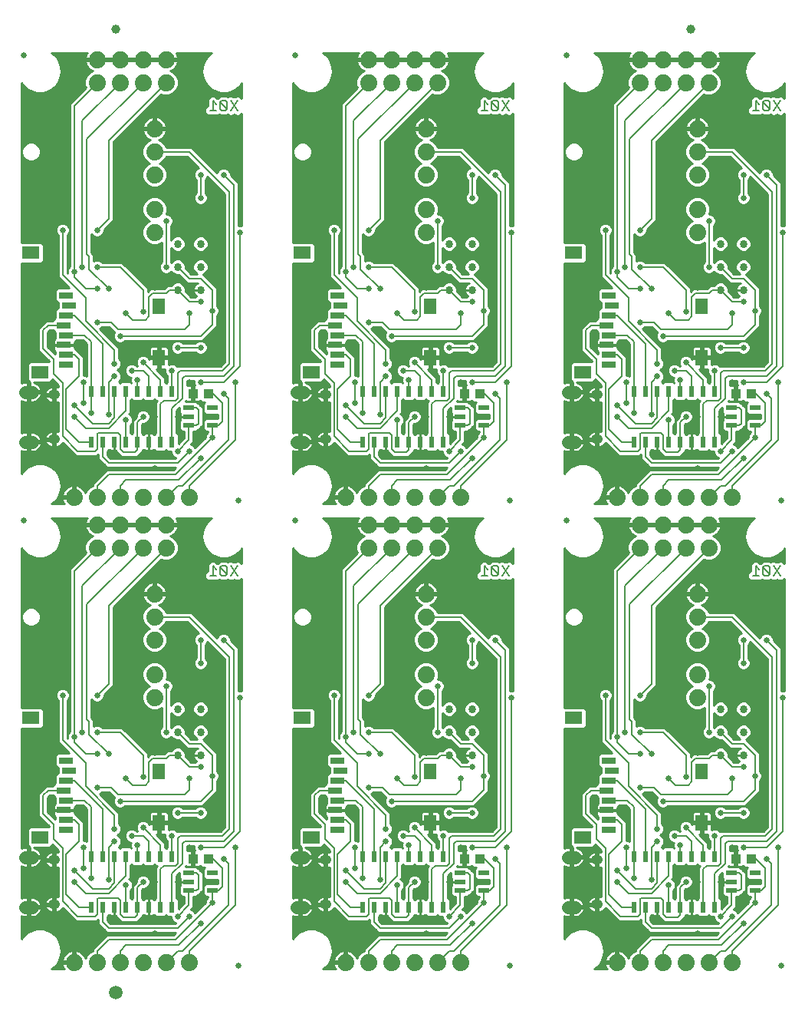
<source format=gbl>
G75*
%MOIN*%
%OFA0B0*%
%FSLAX25Y25*%
%IPPOS*%
%LPD*%
%AMOC8*
5,1,8,0,0,1.08239X$1,22.5*
%
%ADD10C,0.00800*%
%ADD11C,0.07400*%
%ADD12C,0.02500*%
%ADD13C,0.05512*%
%ADD14C,0.03937*%
%ADD15R,0.02362X0.04724*%
%ADD16R,0.05512X0.07087*%
%ADD17R,0.07480X0.05512*%
%ADD18R,0.05906X0.03150*%
%ADD19C,0.03400*%
%ADD20R,0.04724X0.02165*%
%ADD21R,0.04331X0.03937*%
%ADD22C,0.03937*%
%ADD23C,0.05906*%
%ADD24C,0.00600*%
%ADD25C,0.02600*%
%ADD26C,0.01000*%
D10*
X0128746Y0201400D02*
X0131548Y0201400D01*
X0130147Y0201400D02*
X0130147Y0205604D01*
X0131548Y0204202D01*
X0133350Y0204903D02*
X0136152Y0202101D01*
X0135451Y0201400D01*
X0134050Y0201400D01*
X0133350Y0202101D01*
X0133350Y0204903D01*
X0134050Y0205604D01*
X0135451Y0205604D01*
X0136152Y0204903D01*
X0136152Y0202101D01*
X0137954Y0201400D02*
X0140756Y0205604D01*
X0137954Y0205604D02*
X0140756Y0201400D01*
X0246746Y0201400D02*
X0249548Y0201400D01*
X0248147Y0201400D02*
X0248147Y0205604D01*
X0249548Y0204202D01*
X0251350Y0204903D02*
X0254152Y0202101D01*
X0253451Y0201400D01*
X0252050Y0201400D01*
X0251350Y0202101D01*
X0251350Y0204903D01*
X0252050Y0205604D01*
X0253451Y0205604D01*
X0254152Y0204903D01*
X0254152Y0202101D01*
X0255954Y0201400D02*
X0258756Y0205604D01*
X0255954Y0205604D02*
X0258756Y0201400D01*
X0364746Y0201400D02*
X0367548Y0201400D01*
X0366147Y0201400D02*
X0366147Y0205604D01*
X0367548Y0204202D01*
X0369350Y0204903D02*
X0372152Y0202101D01*
X0371451Y0201400D01*
X0370050Y0201400D01*
X0369350Y0202101D01*
X0369350Y0204903D01*
X0370050Y0205604D01*
X0371451Y0205604D01*
X0372152Y0204903D01*
X0372152Y0202101D01*
X0373954Y0201400D02*
X0376756Y0205604D01*
X0373954Y0205604D02*
X0376756Y0201400D01*
X0376756Y0403400D02*
X0373954Y0407604D01*
X0372152Y0406903D02*
X0371451Y0407604D01*
X0370050Y0407604D01*
X0369350Y0406903D01*
X0372152Y0404101D01*
X0371451Y0403400D01*
X0370050Y0403400D01*
X0369350Y0404101D01*
X0369350Y0406903D01*
X0367548Y0406202D02*
X0366147Y0407604D01*
X0366147Y0403400D01*
X0367548Y0403400D02*
X0364746Y0403400D01*
X0372152Y0404101D02*
X0372152Y0406903D01*
X0373954Y0403400D02*
X0376756Y0407604D01*
X0258756Y0407604D02*
X0255954Y0403400D01*
X0254152Y0404101D02*
X0253451Y0403400D01*
X0252050Y0403400D01*
X0251350Y0404101D01*
X0251350Y0406903D01*
X0254152Y0404101D01*
X0254152Y0406903D01*
X0253451Y0407604D01*
X0252050Y0407604D01*
X0251350Y0406903D01*
X0249548Y0406202D02*
X0248147Y0407604D01*
X0248147Y0403400D01*
X0249548Y0403400D02*
X0246746Y0403400D01*
X0255954Y0407604D02*
X0258756Y0403400D01*
X0140756Y0403400D02*
X0137954Y0407604D01*
X0136152Y0406903D02*
X0135451Y0407604D01*
X0134050Y0407604D01*
X0133350Y0406903D01*
X0136152Y0404101D01*
X0135451Y0403400D01*
X0134050Y0403400D01*
X0133350Y0404101D01*
X0133350Y0406903D01*
X0131548Y0406202D02*
X0130147Y0407604D01*
X0130147Y0403400D01*
X0131548Y0403400D02*
X0128746Y0403400D01*
X0136152Y0404101D02*
X0136152Y0406903D01*
X0137954Y0403400D02*
X0140756Y0407604D01*
D11*
X0109750Y0415500D03*
X0109750Y0425500D03*
X0099750Y0425500D03*
X0099750Y0415500D03*
X0089750Y0415500D03*
X0089750Y0425500D03*
X0079750Y0425500D03*
X0079750Y0415500D03*
X0104750Y0395500D03*
X0104750Y0385500D03*
X0104750Y0375500D03*
X0104750Y0360500D03*
X0104750Y0350500D03*
X0197750Y0415500D03*
X0197750Y0425500D03*
X0207750Y0425500D03*
X0207750Y0415500D03*
X0217750Y0415500D03*
X0217750Y0425500D03*
X0227750Y0425500D03*
X0227750Y0415500D03*
X0222750Y0395500D03*
X0222750Y0385500D03*
X0222750Y0375500D03*
X0222750Y0360500D03*
X0222750Y0350500D03*
X0315750Y0415500D03*
X0315750Y0425500D03*
X0325750Y0425500D03*
X0325750Y0415500D03*
X0335750Y0415500D03*
X0335750Y0425500D03*
X0345750Y0425500D03*
X0345750Y0415500D03*
X0340750Y0395500D03*
X0340750Y0385500D03*
X0340750Y0375500D03*
X0340750Y0360500D03*
X0340750Y0350500D03*
X0335750Y0235500D03*
X0325750Y0235500D03*
X0315750Y0235500D03*
X0305750Y0235500D03*
X0315750Y0223500D03*
X0315750Y0213500D03*
X0325750Y0213500D03*
X0325750Y0223500D03*
X0335750Y0223500D03*
X0335750Y0213500D03*
X0345750Y0213500D03*
X0345750Y0223500D03*
X0345750Y0235500D03*
X0355750Y0235500D03*
X0340750Y0193500D03*
X0340750Y0183500D03*
X0340750Y0173500D03*
X0340750Y0158500D03*
X0340750Y0148500D03*
X0237750Y0235500D03*
X0227750Y0235500D03*
X0217750Y0235500D03*
X0207750Y0235500D03*
X0197750Y0235500D03*
X0187750Y0235500D03*
X0197750Y0223500D03*
X0197750Y0213500D03*
X0207750Y0213500D03*
X0207750Y0223500D03*
X0217750Y0223500D03*
X0217750Y0213500D03*
X0227750Y0213500D03*
X0227750Y0223500D03*
X0222750Y0193500D03*
X0222750Y0183500D03*
X0222750Y0173500D03*
X0222750Y0158500D03*
X0222750Y0148500D03*
X0119750Y0235500D03*
X0109750Y0235500D03*
X0099750Y0235500D03*
X0089750Y0235500D03*
X0079750Y0235500D03*
X0069750Y0235500D03*
X0079750Y0223500D03*
X0079750Y0213500D03*
X0089750Y0213500D03*
X0089750Y0223500D03*
X0099750Y0223500D03*
X0099750Y0213500D03*
X0109750Y0213500D03*
X0109750Y0223500D03*
X0104750Y0193500D03*
X0104750Y0183500D03*
X0104750Y0173500D03*
X0104750Y0158500D03*
X0104750Y0148500D03*
X0099750Y0033500D03*
X0089750Y0033500D03*
X0079750Y0033500D03*
X0069750Y0033500D03*
X0109750Y0033500D03*
X0119750Y0033500D03*
X0187750Y0033500D03*
X0197750Y0033500D03*
X0207750Y0033500D03*
X0217750Y0033500D03*
X0227750Y0033500D03*
X0237750Y0033500D03*
X0305750Y0033500D03*
X0315750Y0033500D03*
X0325750Y0033500D03*
X0335750Y0033500D03*
X0345750Y0033500D03*
X0355750Y0033500D03*
D12*
X0377250Y0032000D03*
X0259250Y0032000D03*
X0141250Y0032000D03*
X0165750Y0225500D03*
X0141250Y0234000D03*
X0047750Y0225500D03*
X0259250Y0234000D03*
X0283750Y0225500D03*
X0377250Y0234000D03*
X0283750Y0427500D03*
X0165750Y0427500D03*
X0047750Y0427500D03*
D13*
X0048648Y0281130D02*
X0051404Y0281130D01*
X0051404Y0259476D02*
X0048648Y0259476D01*
X0166648Y0259476D02*
X0169404Y0259476D01*
X0169404Y0281130D02*
X0166648Y0281130D01*
X0284648Y0281130D02*
X0287404Y0281130D01*
X0287404Y0259476D02*
X0284648Y0259476D01*
X0284648Y0079130D02*
X0287404Y0079130D01*
X0287404Y0057476D02*
X0284648Y0057476D01*
X0169404Y0057476D02*
X0166648Y0057476D01*
X0166648Y0079130D02*
X0169404Y0079130D01*
X0051404Y0079130D02*
X0048648Y0079130D01*
X0048648Y0057476D02*
X0051404Y0057476D01*
D14*
X0060458Y0058657D02*
X0061640Y0058657D01*
X0060458Y0058657D02*
X0060458Y0058657D01*
X0061640Y0058657D01*
X0061640Y0058657D01*
X0061640Y0077949D02*
X0060458Y0077949D01*
X0060458Y0077949D01*
X0061640Y0077949D01*
X0061640Y0077949D01*
X0178458Y0077949D02*
X0179640Y0077949D01*
X0178458Y0077949D02*
X0178458Y0077949D01*
X0179640Y0077949D01*
X0179640Y0077949D01*
X0179640Y0058657D02*
X0178458Y0058657D01*
X0178458Y0058657D01*
X0179640Y0058657D01*
X0179640Y0058657D01*
X0296458Y0058657D02*
X0297640Y0058657D01*
X0296458Y0058657D02*
X0296458Y0058657D01*
X0297640Y0058657D01*
X0297640Y0058657D01*
X0297640Y0077949D02*
X0296458Y0077949D01*
X0296458Y0077949D01*
X0297640Y0077949D01*
X0297640Y0077949D01*
X0297640Y0260657D02*
X0296458Y0260657D01*
X0296458Y0260657D01*
X0297640Y0260657D01*
X0297640Y0260657D01*
X0297640Y0279949D02*
X0296458Y0279949D01*
X0296458Y0279949D01*
X0297640Y0279949D01*
X0297640Y0279949D01*
X0179640Y0279949D02*
X0178458Y0279949D01*
X0178458Y0279949D01*
X0179640Y0279949D01*
X0179640Y0279949D01*
X0179640Y0260657D02*
X0178458Y0260657D01*
X0178458Y0260657D01*
X0179640Y0260657D01*
X0179640Y0260657D01*
X0061640Y0260657D02*
X0060458Y0260657D01*
X0060458Y0260657D01*
X0061640Y0260657D01*
X0061640Y0260657D01*
X0061640Y0279949D02*
X0060458Y0279949D01*
X0060458Y0279949D01*
X0061640Y0279949D01*
X0061640Y0279949D01*
D15*
X0077250Y0281524D03*
X0082250Y0281524D03*
X0087250Y0281524D03*
X0092250Y0281524D03*
X0097250Y0281524D03*
X0102250Y0281524D03*
X0107250Y0281524D03*
X0112250Y0281524D03*
X0112250Y0259476D03*
X0107250Y0259476D03*
X0102250Y0259476D03*
X0097250Y0259476D03*
X0092250Y0259476D03*
X0087250Y0259476D03*
X0082250Y0259476D03*
X0077250Y0259476D03*
X0195250Y0259476D03*
X0200250Y0259476D03*
X0205250Y0259476D03*
X0210250Y0259476D03*
X0215250Y0259476D03*
X0220250Y0259476D03*
X0225250Y0259476D03*
X0230250Y0259476D03*
X0230250Y0281524D03*
X0225250Y0281524D03*
X0220250Y0281524D03*
X0215250Y0281524D03*
X0210250Y0281524D03*
X0205250Y0281524D03*
X0200250Y0281524D03*
X0195250Y0281524D03*
X0313250Y0281524D03*
X0318250Y0281524D03*
X0323250Y0281524D03*
X0328250Y0281524D03*
X0333250Y0281524D03*
X0338250Y0281524D03*
X0343250Y0281524D03*
X0348250Y0281524D03*
X0348250Y0259476D03*
X0343250Y0259476D03*
X0338250Y0259476D03*
X0333250Y0259476D03*
X0328250Y0259476D03*
X0323250Y0259476D03*
X0318250Y0259476D03*
X0313250Y0259476D03*
X0313250Y0079524D03*
X0318250Y0079524D03*
X0323250Y0079524D03*
X0328250Y0079524D03*
X0333250Y0079524D03*
X0338250Y0079524D03*
X0343250Y0079524D03*
X0348250Y0079524D03*
X0348250Y0057476D03*
X0343250Y0057476D03*
X0338250Y0057476D03*
X0333250Y0057476D03*
X0328250Y0057476D03*
X0323250Y0057476D03*
X0318250Y0057476D03*
X0313250Y0057476D03*
X0230250Y0057476D03*
X0225250Y0057476D03*
X0220250Y0057476D03*
X0215250Y0057476D03*
X0210250Y0057476D03*
X0205250Y0057476D03*
X0200250Y0057476D03*
X0195250Y0057476D03*
X0195250Y0079524D03*
X0200250Y0079524D03*
X0205250Y0079524D03*
X0210250Y0079524D03*
X0215250Y0079524D03*
X0220250Y0079524D03*
X0225250Y0079524D03*
X0230250Y0079524D03*
X0112250Y0079524D03*
X0107250Y0079524D03*
X0102250Y0079524D03*
X0097250Y0079524D03*
X0092250Y0079524D03*
X0087250Y0079524D03*
X0082250Y0079524D03*
X0077250Y0079524D03*
X0077250Y0057476D03*
X0082250Y0057476D03*
X0087250Y0057476D03*
X0092250Y0057476D03*
X0097250Y0057476D03*
X0102250Y0057476D03*
X0107250Y0057476D03*
X0112250Y0057476D03*
D16*
X0106675Y0094071D03*
X0106675Y0116512D03*
X0224675Y0116512D03*
X0224675Y0094071D03*
X0342675Y0094071D03*
X0342675Y0116512D03*
X0342675Y0296071D03*
X0342675Y0318512D03*
X0224675Y0318512D03*
X0224675Y0296071D03*
X0106675Y0296071D03*
X0106675Y0318512D03*
D17*
X0054904Y0289772D03*
X0050967Y0341543D03*
X0168967Y0341543D03*
X0172904Y0289772D03*
X0286967Y0341543D03*
X0290904Y0289772D03*
X0286967Y0139543D03*
X0290904Y0087772D03*
X0172904Y0087772D03*
X0168967Y0139543D03*
X0050967Y0139543D03*
X0054904Y0087772D03*
D18*
X0065337Y0099543D03*
X0066124Y0095213D03*
X0066124Y0090882D03*
X0066124Y0103874D03*
X0065337Y0108205D03*
X0066124Y0112535D03*
X0067699Y0116866D03*
X0066124Y0121197D03*
X0183337Y0108205D03*
X0184124Y0112535D03*
X0185699Y0116866D03*
X0184124Y0121197D03*
X0184124Y0103874D03*
X0183337Y0099543D03*
X0184124Y0095213D03*
X0184124Y0090882D03*
X0301337Y0099543D03*
X0302124Y0095213D03*
X0302124Y0090882D03*
X0302124Y0103874D03*
X0301337Y0108205D03*
X0302124Y0112535D03*
X0303699Y0116866D03*
X0302124Y0121197D03*
X0302124Y0292882D03*
X0302124Y0297213D03*
X0301337Y0301543D03*
X0302124Y0305874D03*
X0301337Y0310205D03*
X0302124Y0314535D03*
X0303699Y0318866D03*
X0302124Y0323197D03*
X0185699Y0318866D03*
X0184124Y0314535D03*
X0183337Y0310205D03*
X0184124Y0305874D03*
X0183337Y0301543D03*
X0184124Y0297213D03*
X0184124Y0292882D03*
X0184124Y0323197D03*
X0067699Y0318866D03*
X0066124Y0314535D03*
X0065337Y0310205D03*
X0066124Y0305874D03*
X0065337Y0301543D03*
X0066124Y0297213D03*
X0066124Y0292882D03*
X0066124Y0323197D03*
D19*
X0114750Y0325500D03*
X0124750Y0325500D03*
X0124750Y0335500D03*
X0124750Y0345500D03*
X0114750Y0345500D03*
X0114750Y0335500D03*
X0232750Y0335500D03*
X0232750Y0345500D03*
X0242750Y0345500D03*
X0242750Y0335500D03*
X0242750Y0325500D03*
X0232750Y0325500D03*
X0350750Y0325500D03*
X0360750Y0325500D03*
X0360750Y0335500D03*
X0360750Y0345500D03*
X0350750Y0345500D03*
X0350750Y0335500D03*
X0350750Y0143500D03*
X0350750Y0133500D03*
X0360750Y0133500D03*
X0360750Y0143500D03*
X0360750Y0123500D03*
X0350750Y0123500D03*
X0242750Y0123500D03*
X0232750Y0123500D03*
X0232750Y0133500D03*
X0232750Y0143500D03*
X0242750Y0143500D03*
X0242750Y0133500D03*
X0124750Y0133500D03*
X0124750Y0143500D03*
X0114750Y0143500D03*
X0114750Y0133500D03*
X0114750Y0123500D03*
X0124750Y0123500D03*
D20*
X0119631Y0072240D03*
X0119631Y0068500D03*
X0119631Y0064760D03*
X0129869Y0064760D03*
X0129869Y0072240D03*
X0237631Y0072240D03*
X0237631Y0068500D03*
X0237631Y0064760D03*
X0247869Y0064760D03*
X0247869Y0072240D03*
X0355631Y0072240D03*
X0355631Y0068500D03*
X0355631Y0064760D03*
X0365869Y0064760D03*
X0365869Y0072240D03*
X0365869Y0266760D03*
X0365869Y0274240D03*
X0355631Y0274240D03*
X0355631Y0270500D03*
X0355631Y0266760D03*
X0247869Y0266760D03*
X0247869Y0274240D03*
X0237631Y0274240D03*
X0237631Y0270500D03*
X0237631Y0266760D03*
X0129869Y0266760D03*
X0129869Y0274240D03*
X0119631Y0274240D03*
X0119631Y0270500D03*
X0119631Y0266760D03*
D21*
X0121404Y0280500D03*
X0128096Y0280500D03*
X0239404Y0280500D03*
X0246096Y0280500D03*
X0357404Y0280500D03*
X0364096Y0280500D03*
X0364096Y0078500D03*
X0357404Y0078500D03*
X0246096Y0078500D03*
X0239404Y0078500D03*
X0128096Y0078500D03*
X0121404Y0078500D03*
D22*
X0087750Y0438750D03*
X0337750Y0438750D03*
D23*
X0087750Y0020250D03*
D24*
X0089750Y0033500D02*
X0089750Y0038500D01*
X0092250Y0041000D01*
X0115250Y0041000D01*
X0124750Y0050500D01*
X0119750Y0053500D02*
X0114750Y0048500D01*
X0084750Y0048500D01*
X0082250Y0051000D01*
X0082250Y0057476D01*
X0079750Y0054500D02*
X0079750Y0061000D01*
X0080250Y0061500D01*
X0088750Y0061500D01*
X0089750Y0060500D01*
X0089750Y0054500D01*
X0091250Y0053000D01*
X0096250Y0053000D01*
X0097250Y0054000D01*
X0097250Y0057476D01*
X0097250Y0066000D01*
X0099750Y0068500D01*
X0092250Y0067000D02*
X0092250Y0057476D01*
X0084750Y0063500D02*
X0092250Y0071000D01*
X0092250Y0079524D01*
X0097250Y0079524D02*
X0097250Y0084500D01*
X0099750Y0088500D02*
X0094750Y0088500D01*
X0099750Y0088500D02*
X0102250Y0086000D01*
X0102250Y0079524D01*
X0107250Y0079524D02*
X0107250Y0084500D01*
X0099750Y0092000D01*
X0087250Y0091500D02*
X0087250Y0097500D01*
X0074750Y0110000D01*
X0074750Y0120000D01*
X0064750Y0130000D01*
X0064750Y0149500D01*
X0075250Y0139000D02*
X0076250Y0138000D01*
X0076250Y0132500D01*
X0084750Y0124000D01*
X0079750Y0124000D02*
X0074750Y0124000D01*
X0069750Y0129000D01*
X0069750Y0131500D01*
X0069750Y0203500D01*
X0079750Y0213500D01*
X0089750Y0213500D02*
X0073250Y0197000D01*
X0073250Y0133500D01*
X0075250Y0139000D02*
X0075250Y0189000D01*
X0099750Y0213500D01*
X0109750Y0213500D02*
X0084750Y0188500D01*
X0084750Y0154500D01*
X0079750Y0149500D01*
X0079750Y0133500D02*
X0089750Y0133500D01*
X0099750Y0123500D01*
X0099750Y0114000D01*
X0102250Y0112000D02*
X0100750Y0110500D01*
X0095250Y0110500D01*
X0092250Y0113500D01*
X0085750Y0109500D02*
X0079750Y0109500D01*
X0074376Y0103874D02*
X0066124Y0103874D01*
X0065337Y0108205D02*
X0058455Y0108205D01*
X0056250Y0106000D01*
X0056250Y0098000D01*
X0060750Y0093500D01*
X0060750Y0087000D01*
X0064750Y0083000D01*
X0064750Y0060000D01*
X0071250Y0053500D01*
X0078750Y0053500D01*
X0079750Y0054500D01*
X0077250Y0057476D02*
X0071774Y0057476D01*
X0066250Y0063000D01*
X0066250Y0080500D01*
X0071750Y0086000D01*
X0071750Y0093500D01*
X0070037Y0095213D01*
X0066124Y0095213D01*
X0074376Y0103874D02*
X0077250Y0101000D01*
X0077250Y0079524D01*
X0077250Y0070000D01*
X0077750Y0065500D02*
X0084750Y0065500D01*
X0087250Y0068000D01*
X0087250Y0079524D01*
X0084750Y0083500D02*
X0087250Y0086000D01*
X0084750Y0083500D02*
X0084750Y0069500D01*
X0077750Y0065500D02*
X0069750Y0073500D01*
X0073750Y0074500D02*
X0073750Y0083500D01*
X0082250Y0079524D02*
X0082250Y0100000D01*
X0069750Y0112500D01*
X0066159Y0112500D01*
X0066124Y0112535D01*
X0085750Y0109500D02*
X0088750Y0106500D01*
X0117750Y0106500D01*
X0119750Y0108500D01*
X0119750Y0113500D01*
X0119750Y0118500D02*
X0114750Y0123500D01*
X0111250Y0123500D01*
X0109750Y0122000D01*
X0103750Y0122000D01*
X0102250Y0120500D01*
X0102250Y0112000D01*
X0089750Y0103500D02*
X0124750Y0103500D01*
X0129750Y0108500D01*
X0129750Y0114500D01*
X0129750Y0123500D01*
X0124750Y0128500D01*
X0119750Y0128500D01*
X0114750Y0133500D01*
X0109750Y0133500D02*
X0109750Y0153500D01*
X0124750Y0163500D02*
X0124750Y0173500D01*
X0134750Y0173500D02*
X0139250Y0169000D01*
X0139250Y0090500D01*
X0134750Y0086000D01*
X0117750Y0086000D01*
X0116750Y0085000D01*
X0116750Y0076500D01*
X0112250Y0072000D01*
X0112250Y0057476D01*
X0114750Y0053500D02*
X0119631Y0058381D01*
X0119631Y0064760D01*
X0123010Y0064760D01*
X0123750Y0065500D01*
X0123750Y0071500D01*
X0123010Y0072240D01*
X0119631Y0072240D01*
X0114750Y0076500D02*
X0114750Y0087500D01*
X0115750Y0088500D01*
X0134250Y0088500D01*
X0137250Y0091500D01*
X0137250Y0166000D01*
X0119750Y0183500D01*
X0104750Y0183500D01*
X0141750Y0148500D02*
X0141750Y0090500D01*
X0134750Y0083500D01*
X0124750Y0083500D01*
X0128096Y0078500D02*
X0130250Y0078500D01*
X0134250Y0074500D01*
X0134250Y0066500D01*
X0132510Y0064760D01*
X0129869Y0064760D01*
X0129869Y0059619D01*
X0129750Y0059500D01*
X0113750Y0043500D01*
X0084750Y0043500D01*
X0079750Y0038500D01*
X0079750Y0033500D01*
X0109750Y0033500D02*
X0114750Y0038500D01*
X0116750Y0038500D01*
X0136750Y0058500D01*
X0136750Y0076500D01*
X0134750Y0078500D01*
X0139750Y0083500D02*
X0139750Y0058500D01*
X0119750Y0038500D01*
X0119750Y0033500D01*
X0107250Y0057476D02*
X0107250Y0074000D01*
X0108750Y0075500D01*
X0113750Y0075500D01*
X0114750Y0076500D01*
X0112250Y0079524D02*
X0112250Y0088500D01*
X0114750Y0098500D02*
X0124750Y0098500D01*
X0124750Y0118500D02*
X0119750Y0118500D01*
X0174250Y0106000D02*
X0174250Y0098000D01*
X0178750Y0093500D01*
X0178750Y0087000D01*
X0182750Y0083000D01*
X0182750Y0060000D01*
X0189250Y0053500D01*
X0196750Y0053500D01*
X0197750Y0054500D01*
X0197750Y0061000D01*
X0198250Y0061500D01*
X0206750Y0061500D01*
X0207750Y0060500D01*
X0207750Y0054500D01*
X0209250Y0053000D01*
X0214250Y0053000D01*
X0215250Y0054000D01*
X0215250Y0057476D01*
X0215250Y0066000D01*
X0217750Y0068500D01*
X0210250Y0067000D02*
X0210250Y0057476D01*
X0202750Y0063500D02*
X0210250Y0071000D01*
X0210250Y0079524D01*
X0215250Y0079524D02*
X0215250Y0084500D01*
X0217750Y0088500D02*
X0212750Y0088500D01*
X0217750Y0088500D02*
X0220250Y0086000D01*
X0220250Y0079524D01*
X0225250Y0079524D02*
X0225250Y0084500D01*
X0217750Y0092000D01*
X0230250Y0088500D02*
X0230250Y0079524D01*
X0232750Y0076500D02*
X0231750Y0075500D01*
X0226750Y0075500D01*
X0225250Y0074000D01*
X0225250Y0057476D01*
X0230250Y0057476D02*
X0230250Y0072000D01*
X0234750Y0076500D01*
X0234750Y0085000D01*
X0235750Y0086000D01*
X0252750Y0086000D01*
X0257250Y0090500D01*
X0257250Y0169000D01*
X0252750Y0173500D01*
X0255250Y0166000D02*
X0237750Y0183500D01*
X0222750Y0183500D01*
X0202750Y0188500D02*
X0202750Y0154500D01*
X0197750Y0149500D01*
X0193250Y0139000D02*
X0194250Y0138000D01*
X0194250Y0132500D01*
X0202750Y0124000D01*
X0197750Y0124000D02*
X0192750Y0124000D01*
X0187750Y0129000D01*
X0187750Y0131500D01*
X0187750Y0203500D01*
X0197750Y0213500D01*
X0207750Y0213500D02*
X0191250Y0197000D01*
X0191250Y0133500D01*
X0193250Y0139000D02*
X0193250Y0189000D01*
X0217750Y0213500D01*
X0227750Y0213500D02*
X0202750Y0188500D01*
X0242750Y0173500D02*
X0242750Y0163500D01*
X0255250Y0166000D02*
X0255250Y0091500D01*
X0252250Y0088500D01*
X0233750Y0088500D01*
X0232750Y0087500D01*
X0232750Y0076500D01*
X0237631Y0072240D02*
X0241010Y0072240D01*
X0241750Y0071500D01*
X0241750Y0065500D01*
X0241010Y0064760D01*
X0237631Y0064760D01*
X0237631Y0058381D01*
X0232750Y0053500D01*
X0232750Y0048500D02*
X0237750Y0053500D01*
X0242750Y0050500D02*
X0233250Y0041000D01*
X0210250Y0041000D01*
X0207750Y0038500D01*
X0207750Y0033500D01*
X0197750Y0033500D02*
X0197750Y0038500D01*
X0202750Y0043500D01*
X0231750Y0043500D01*
X0247750Y0059500D01*
X0247869Y0059619D01*
X0247869Y0064760D01*
X0250510Y0064760D01*
X0252250Y0066500D01*
X0252250Y0074500D01*
X0248250Y0078500D01*
X0246096Y0078500D01*
X0242750Y0083500D02*
X0252750Y0083500D01*
X0259750Y0090500D01*
X0259750Y0148500D01*
X0242750Y0128500D02*
X0237750Y0128500D01*
X0232750Y0133500D01*
X0227750Y0133500D02*
X0227750Y0153500D01*
X0207750Y0133500D02*
X0217750Y0123500D01*
X0217750Y0114000D01*
X0220250Y0112000D02*
X0220250Y0120500D01*
X0221750Y0122000D01*
X0227750Y0122000D01*
X0229250Y0123500D01*
X0232750Y0123500D01*
X0237750Y0118500D01*
X0242750Y0118500D01*
X0247750Y0114500D02*
X0247750Y0123500D01*
X0242750Y0128500D01*
X0247750Y0114500D02*
X0247750Y0108500D01*
X0242750Y0103500D01*
X0207750Y0103500D01*
X0206750Y0106500D02*
X0203750Y0109500D01*
X0197750Y0109500D01*
X0192750Y0110000D02*
X0192750Y0120000D01*
X0182750Y0130000D01*
X0182750Y0149500D01*
X0197750Y0133500D02*
X0207750Y0133500D01*
X0210250Y0113500D02*
X0213250Y0110500D01*
X0218750Y0110500D01*
X0220250Y0112000D01*
X0206750Y0106500D02*
X0235750Y0106500D01*
X0237750Y0108500D01*
X0237750Y0113500D01*
X0232750Y0098500D02*
X0242750Y0098500D01*
X0257750Y0083500D02*
X0257750Y0058500D01*
X0237750Y0038500D01*
X0237750Y0033500D01*
X0234750Y0038500D02*
X0254750Y0058500D01*
X0254750Y0076500D01*
X0252750Y0078500D01*
X0232750Y0048500D02*
X0202750Y0048500D01*
X0200250Y0051000D01*
X0200250Y0057476D01*
X0195250Y0057476D02*
X0189774Y0057476D01*
X0184250Y0063000D01*
X0184250Y0080500D01*
X0189750Y0086000D01*
X0189750Y0093500D01*
X0188037Y0095213D01*
X0184124Y0095213D01*
X0184124Y0103874D02*
X0192376Y0103874D01*
X0195250Y0101000D01*
X0195250Y0079524D01*
X0195250Y0070000D01*
X0195750Y0065500D02*
X0187750Y0073500D01*
X0191750Y0074500D02*
X0191750Y0083500D01*
X0200250Y0079524D02*
X0200250Y0100000D01*
X0187750Y0112500D01*
X0184159Y0112500D01*
X0184124Y0112535D01*
X0183337Y0108205D02*
X0176455Y0108205D01*
X0174250Y0106000D01*
X0192750Y0110000D02*
X0205250Y0097500D01*
X0205250Y0091500D01*
X0205250Y0086000D02*
X0202750Y0083500D01*
X0202750Y0069500D01*
X0205250Y0068000D02*
X0205250Y0079524D01*
X0205250Y0068000D02*
X0202750Y0065500D01*
X0195750Y0065500D01*
X0192750Y0063500D02*
X0202750Y0063500D01*
X0192750Y0063500D02*
X0187750Y0068500D01*
X0227750Y0033500D02*
X0232750Y0038500D01*
X0234750Y0038500D01*
X0296750Y0087000D02*
X0296750Y0093500D01*
X0292250Y0098000D01*
X0292250Y0106000D01*
X0294455Y0108205D01*
X0301337Y0108205D01*
X0302159Y0112500D02*
X0302124Y0112535D01*
X0302159Y0112500D02*
X0305750Y0112500D01*
X0318250Y0100000D01*
X0318250Y0079524D01*
X0320750Y0083500D02*
X0323250Y0086000D01*
X0320750Y0083500D02*
X0320750Y0069500D01*
X0323250Y0068000D02*
X0320750Y0065500D01*
X0313750Y0065500D01*
X0305750Y0073500D01*
X0309750Y0074500D02*
X0309750Y0083500D01*
X0307750Y0086000D02*
X0307750Y0093500D01*
X0306037Y0095213D01*
X0302124Y0095213D01*
X0302124Y0103874D02*
X0310376Y0103874D01*
X0313250Y0101000D01*
X0313250Y0079524D01*
X0313250Y0070000D01*
X0310750Y0063500D02*
X0320750Y0063500D01*
X0328250Y0071000D01*
X0328250Y0079524D01*
X0333250Y0079524D02*
X0333250Y0084500D01*
X0335750Y0088500D02*
X0330750Y0088500D01*
X0335750Y0088500D02*
X0338250Y0086000D01*
X0338250Y0079524D01*
X0343250Y0079524D02*
X0343250Y0084500D01*
X0335750Y0092000D01*
X0323250Y0091500D02*
X0323250Y0097500D01*
X0310750Y0110000D01*
X0310750Y0120000D01*
X0300750Y0130000D01*
X0300750Y0149500D01*
X0311250Y0139000D02*
X0312250Y0138000D01*
X0312250Y0132500D01*
X0320750Y0124000D01*
X0315750Y0124000D02*
X0310750Y0124000D01*
X0305750Y0129000D01*
X0305750Y0131500D01*
X0305750Y0203500D01*
X0315750Y0213500D01*
X0325750Y0213500D02*
X0309250Y0197000D01*
X0309250Y0133500D01*
X0311250Y0139000D02*
X0311250Y0189000D01*
X0335750Y0213500D01*
X0345750Y0213500D02*
X0320750Y0188500D01*
X0320750Y0154500D01*
X0315750Y0149500D01*
X0315750Y0133500D02*
X0325750Y0133500D01*
X0335750Y0123500D01*
X0335750Y0114000D01*
X0338250Y0112000D02*
X0336750Y0110500D01*
X0331250Y0110500D01*
X0328250Y0113500D01*
X0321750Y0109500D02*
X0324750Y0106500D01*
X0353750Y0106500D01*
X0355750Y0108500D01*
X0355750Y0113500D01*
X0355750Y0118500D02*
X0350750Y0123500D01*
X0347250Y0123500D01*
X0345750Y0122000D01*
X0339750Y0122000D01*
X0338250Y0120500D01*
X0338250Y0112000D01*
X0325750Y0103500D02*
X0360750Y0103500D01*
X0365750Y0108500D01*
X0365750Y0114500D01*
X0365750Y0123500D01*
X0360750Y0128500D01*
X0355750Y0128500D01*
X0350750Y0133500D01*
X0345750Y0133500D02*
X0345750Y0153500D01*
X0360750Y0163500D02*
X0360750Y0173500D01*
X0370750Y0173500D02*
X0375250Y0169000D01*
X0375250Y0090500D01*
X0370750Y0086000D01*
X0353750Y0086000D01*
X0352750Y0085000D01*
X0352750Y0076500D01*
X0348250Y0072000D01*
X0348250Y0057476D01*
X0350750Y0053500D02*
X0355631Y0058381D01*
X0355631Y0064760D01*
X0359010Y0064760D01*
X0359750Y0065500D01*
X0359750Y0071500D01*
X0359010Y0072240D01*
X0355631Y0072240D01*
X0350750Y0076500D02*
X0350750Y0087500D01*
X0351750Y0088500D01*
X0370250Y0088500D01*
X0373250Y0091500D01*
X0373250Y0166000D01*
X0355750Y0183500D01*
X0340750Y0183500D01*
X0377750Y0148500D02*
X0377750Y0090500D01*
X0370750Y0083500D01*
X0360750Y0083500D01*
X0364096Y0078500D02*
X0366250Y0078500D01*
X0370250Y0074500D01*
X0370250Y0066500D01*
X0368510Y0064760D01*
X0365869Y0064760D01*
X0365869Y0059619D01*
X0365750Y0059500D01*
X0349750Y0043500D01*
X0320750Y0043500D01*
X0315750Y0038500D01*
X0315750Y0033500D01*
X0325750Y0033500D02*
X0325750Y0038500D01*
X0328250Y0041000D01*
X0351250Y0041000D01*
X0360750Y0050500D01*
X0355750Y0053500D02*
X0350750Y0048500D01*
X0320750Y0048500D01*
X0318250Y0051000D01*
X0318250Y0057476D01*
X0315750Y0054500D02*
X0315750Y0061000D01*
X0316250Y0061500D01*
X0324750Y0061500D01*
X0325750Y0060500D01*
X0325750Y0054500D01*
X0327250Y0053000D01*
X0332250Y0053000D01*
X0333250Y0054000D01*
X0333250Y0057476D01*
X0333250Y0066000D01*
X0335750Y0068500D01*
X0328250Y0067000D02*
X0328250Y0057476D01*
X0323250Y0068000D02*
X0323250Y0079524D01*
X0307750Y0086000D02*
X0302250Y0080500D01*
X0302250Y0063000D01*
X0307774Y0057476D01*
X0313250Y0057476D01*
X0315750Y0054500D02*
X0314750Y0053500D01*
X0307250Y0053500D01*
X0300750Y0060000D01*
X0300750Y0083000D01*
X0296750Y0087000D01*
X0305750Y0068500D02*
X0310750Y0063500D01*
X0343250Y0057476D02*
X0343250Y0074000D01*
X0344750Y0075500D01*
X0349750Y0075500D01*
X0350750Y0076500D01*
X0348250Y0079524D02*
X0348250Y0088500D01*
X0350750Y0098500D02*
X0360750Y0098500D01*
X0375750Y0083500D02*
X0375750Y0058500D01*
X0355750Y0038500D01*
X0355750Y0033500D01*
X0352750Y0038500D02*
X0372750Y0058500D01*
X0372750Y0076500D01*
X0370750Y0078500D01*
X0360750Y0118500D02*
X0355750Y0118500D01*
X0321750Y0109500D02*
X0315750Y0109500D01*
X0350750Y0038500D02*
X0352750Y0038500D01*
X0350750Y0038500D02*
X0345750Y0033500D01*
X0345750Y0235500D02*
X0350750Y0240500D01*
X0352750Y0240500D01*
X0372750Y0260500D01*
X0372750Y0278500D01*
X0370750Y0280500D01*
X0370250Y0276500D02*
X0370250Y0268500D01*
X0368510Y0266760D01*
X0365869Y0266760D01*
X0365869Y0261619D01*
X0365750Y0261500D01*
X0349750Y0245500D01*
X0320750Y0245500D01*
X0315750Y0240500D01*
X0315750Y0235500D01*
X0325750Y0235500D02*
X0325750Y0240500D01*
X0328250Y0243000D01*
X0351250Y0243000D01*
X0360750Y0252500D01*
X0355750Y0255500D02*
X0350750Y0250500D01*
X0320750Y0250500D01*
X0318250Y0253000D01*
X0318250Y0259476D01*
X0315750Y0256500D02*
X0315750Y0263000D01*
X0316250Y0263500D01*
X0324750Y0263500D01*
X0325750Y0262500D01*
X0325750Y0256500D01*
X0327250Y0255000D01*
X0332250Y0255000D01*
X0333250Y0256000D01*
X0333250Y0259476D01*
X0333250Y0268000D01*
X0335750Y0270500D01*
X0328250Y0269000D02*
X0328250Y0259476D01*
X0320750Y0265500D02*
X0328250Y0273000D01*
X0328250Y0281524D01*
X0333250Y0281524D02*
X0333250Y0286500D01*
X0335750Y0290500D02*
X0330750Y0290500D01*
X0335750Y0290500D02*
X0338250Y0288000D01*
X0338250Y0281524D01*
X0343250Y0281524D02*
X0343250Y0286500D01*
X0335750Y0294000D01*
X0323250Y0293500D02*
X0323250Y0299500D01*
X0310750Y0312000D01*
X0310750Y0322000D01*
X0300750Y0332000D01*
X0300750Y0351500D01*
X0311250Y0341000D02*
X0312250Y0340000D01*
X0312250Y0334500D01*
X0320750Y0326000D01*
X0315750Y0326000D02*
X0310750Y0326000D01*
X0305750Y0331000D01*
X0305750Y0333500D01*
X0305750Y0405500D01*
X0315750Y0415500D01*
X0325750Y0415500D02*
X0309250Y0399000D01*
X0309250Y0335500D01*
X0311250Y0341000D02*
X0311250Y0391000D01*
X0335750Y0415500D01*
X0345750Y0415500D02*
X0320750Y0390500D01*
X0320750Y0356500D01*
X0315750Y0351500D01*
X0315750Y0335500D02*
X0325750Y0335500D01*
X0335750Y0325500D01*
X0335750Y0316000D01*
X0338250Y0314000D02*
X0336750Y0312500D01*
X0331250Y0312500D01*
X0328250Y0315500D01*
X0321750Y0311500D02*
X0324750Y0308500D01*
X0353750Y0308500D01*
X0355750Y0310500D01*
X0355750Y0315500D01*
X0355750Y0320500D02*
X0350750Y0325500D01*
X0347250Y0325500D01*
X0345750Y0324000D01*
X0339750Y0324000D01*
X0338250Y0322500D01*
X0338250Y0314000D01*
X0325750Y0305500D02*
X0360750Y0305500D01*
X0365750Y0310500D01*
X0365750Y0316500D01*
X0365750Y0325500D01*
X0360750Y0330500D01*
X0355750Y0330500D01*
X0350750Y0335500D01*
X0345750Y0335500D02*
X0345750Y0355500D01*
X0360750Y0365500D02*
X0360750Y0375500D01*
X0370750Y0375500D02*
X0375250Y0371000D01*
X0375250Y0292500D01*
X0370750Y0288000D01*
X0353750Y0288000D01*
X0352750Y0287000D01*
X0352750Y0278500D01*
X0348250Y0274000D01*
X0348250Y0259476D01*
X0350750Y0255500D02*
X0355631Y0260381D01*
X0355631Y0266760D01*
X0359010Y0266760D01*
X0359750Y0267500D01*
X0359750Y0273500D01*
X0359010Y0274240D01*
X0355631Y0274240D01*
X0350750Y0278500D02*
X0350750Y0289500D01*
X0351750Y0290500D01*
X0370250Y0290500D01*
X0373250Y0293500D01*
X0373250Y0368000D01*
X0355750Y0385500D01*
X0340750Y0385500D01*
X0377750Y0350500D02*
X0377750Y0292500D01*
X0370750Y0285500D01*
X0360750Y0285500D01*
X0364096Y0280500D02*
X0366250Y0280500D01*
X0370250Y0276500D01*
X0375750Y0285500D02*
X0375750Y0260500D01*
X0355750Y0240500D01*
X0355750Y0235500D01*
X0343250Y0259476D02*
X0343250Y0276000D01*
X0344750Y0277500D01*
X0349750Y0277500D01*
X0350750Y0278500D01*
X0348250Y0281524D02*
X0348250Y0290500D01*
X0350750Y0300500D02*
X0360750Y0300500D01*
X0360750Y0320500D02*
X0355750Y0320500D01*
X0321750Y0311500D02*
X0315750Y0311500D01*
X0310376Y0305874D02*
X0302124Y0305874D01*
X0301337Y0310205D02*
X0294455Y0310205D01*
X0292250Y0308000D01*
X0292250Y0300000D01*
X0296750Y0295500D01*
X0296750Y0289000D01*
X0300750Y0285000D01*
X0300750Y0262000D01*
X0307250Y0255500D01*
X0314750Y0255500D01*
X0315750Y0256500D01*
X0313250Y0259476D02*
X0307774Y0259476D01*
X0302250Y0265000D01*
X0302250Y0282500D01*
X0307750Y0288000D01*
X0307750Y0295500D01*
X0306037Y0297213D01*
X0302124Y0297213D01*
X0310376Y0305874D02*
X0313250Y0303000D01*
X0313250Y0281524D01*
X0313250Y0272000D01*
X0313750Y0267500D02*
X0320750Y0267500D01*
X0323250Y0270000D01*
X0323250Y0281524D01*
X0320750Y0285500D02*
X0323250Y0288000D01*
X0320750Y0285500D02*
X0320750Y0271500D01*
X0313750Y0267500D02*
X0305750Y0275500D01*
X0309750Y0276500D02*
X0309750Y0285500D01*
X0318250Y0281524D02*
X0318250Y0302000D01*
X0305750Y0314500D01*
X0302159Y0314500D01*
X0302124Y0314535D01*
X0259750Y0292500D02*
X0259750Y0350500D01*
X0242750Y0365500D02*
X0242750Y0375500D01*
X0252750Y0375500D02*
X0257250Y0371000D01*
X0257250Y0292500D01*
X0252750Y0288000D01*
X0235750Y0288000D01*
X0234750Y0287000D01*
X0234750Y0278500D01*
X0230250Y0274000D01*
X0230250Y0259476D01*
X0232750Y0255500D02*
X0237631Y0260381D01*
X0237631Y0266760D01*
X0241010Y0266760D01*
X0241750Y0267500D01*
X0241750Y0273500D01*
X0241010Y0274240D01*
X0237631Y0274240D01*
X0232750Y0278500D02*
X0232750Y0289500D01*
X0233750Y0290500D01*
X0252250Y0290500D01*
X0255250Y0293500D01*
X0255250Y0368000D01*
X0237750Y0385500D01*
X0222750Y0385500D01*
X0202750Y0390500D02*
X0202750Y0356500D01*
X0197750Y0351500D01*
X0193250Y0341000D02*
X0194250Y0340000D01*
X0194250Y0334500D01*
X0202750Y0326000D01*
X0197750Y0326000D02*
X0192750Y0326000D01*
X0187750Y0331000D01*
X0187750Y0333500D01*
X0187750Y0405500D01*
X0197750Y0415500D01*
X0207750Y0415500D02*
X0191250Y0399000D01*
X0191250Y0335500D01*
X0193250Y0341000D02*
X0193250Y0391000D01*
X0217750Y0415500D01*
X0227750Y0415500D02*
X0202750Y0390500D01*
X0227750Y0355500D02*
X0227750Y0335500D01*
X0232750Y0335500D02*
X0237750Y0330500D01*
X0242750Y0330500D01*
X0247750Y0325500D01*
X0247750Y0316500D01*
X0247750Y0310500D01*
X0242750Y0305500D01*
X0207750Y0305500D01*
X0206750Y0308500D02*
X0203750Y0311500D01*
X0197750Y0311500D01*
X0192750Y0312000D02*
X0192750Y0322000D01*
X0182750Y0332000D01*
X0182750Y0351500D01*
X0197750Y0335500D02*
X0207750Y0335500D01*
X0217750Y0325500D01*
X0217750Y0316000D01*
X0220250Y0314000D02*
X0220250Y0322500D01*
X0221750Y0324000D01*
X0227750Y0324000D01*
X0229250Y0325500D01*
X0232750Y0325500D01*
X0237750Y0320500D01*
X0242750Y0320500D01*
X0237750Y0315500D02*
X0237750Y0310500D01*
X0235750Y0308500D01*
X0206750Y0308500D01*
X0213250Y0312500D02*
X0210250Y0315500D01*
X0213250Y0312500D02*
X0218750Y0312500D01*
X0220250Y0314000D01*
X0232750Y0300500D02*
X0242750Y0300500D01*
X0242750Y0285500D02*
X0252750Y0285500D01*
X0259750Y0292500D01*
X0257750Y0285500D02*
X0257750Y0260500D01*
X0237750Y0240500D01*
X0237750Y0235500D01*
X0234750Y0240500D02*
X0254750Y0260500D01*
X0254750Y0278500D01*
X0252750Y0280500D01*
X0252250Y0276500D02*
X0252250Y0268500D01*
X0250510Y0266760D01*
X0247869Y0266760D01*
X0247869Y0261619D01*
X0247750Y0261500D01*
X0231750Y0245500D01*
X0202750Y0245500D01*
X0197750Y0240500D01*
X0197750Y0235500D01*
X0207750Y0235500D02*
X0207750Y0240500D01*
X0210250Y0243000D01*
X0233250Y0243000D01*
X0242750Y0252500D01*
X0237750Y0255500D02*
X0232750Y0250500D01*
X0202750Y0250500D01*
X0200250Y0253000D01*
X0200250Y0259476D01*
X0197750Y0256500D02*
X0197750Y0263000D01*
X0198250Y0263500D01*
X0206750Y0263500D01*
X0207750Y0262500D01*
X0207750Y0256500D01*
X0209250Y0255000D01*
X0214250Y0255000D01*
X0215250Y0256000D01*
X0215250Y0259476D01*
X0215250Y0268000D01*
X0217750Y0270500D01*
X0210250Y0269000D02*
X0210250Y0259476D01*
X0202750Y0265500D02*
X0210250Y0273000D01*
X0210250Y0281524D01*
X0215250Y0281524D02*
X0215250Y0286500D01*
X0217750Y0290500D02*
X0212750Y0290500D01*
X0217750Y0290500D02*
X0220250Y0288000D01*
X0220250Y0281524D01*
X0225250Y0281524D02*
X0225250Y0286500D01*
X0217750Y0294000D01*
X0230250Y0290500D02*
X0230250Y0281524D01*
X0232750Y0278500D02*
X0231750Y0277500D01*
X0226750Y0277500D01*
X0225250Y0276000D01*
X0225250Y0259476D01*
X0232750Y0240500D02*
X0234750Y0240500D01*
X0232750Y0240500D02*
X0227750Y0235500D01*
X0197750Y0256500D02*
X0196750Y0255500D01*
X0189250Y0255500D01*
X0182750Y0262000D01*
X0182750Y0285000D01*
X0178750Y0289000D01*
X0178750Y0295500D01*
X0174250Y0300000D01*
X0174250Y0308000D01*
X0176455Y0310205D01*
X0183337Y0310205D01*
X0184159Y0314500D02*
X0184124Y0314535D01*
X0184159Y0314500D02*
X0187750Y0314500D01*
X0200250Y0302000D01*
X0200250Y0281524D01*
X0202750Y0285500D02*
X0205250Y0288000D01*
X0202750Y0285500D02*
X0202750Y0271500D01*
X0205250Y0270000D02*
X0205250Y0281524D01*
X0195250Y0281524D02*
X0195250Y0272000D01*
X0195750Y0267500D02*
X0187750Y0275500D01*
X0191750Y0276500D02*
X0191750Y0285500D01*
X0189750Y0288000D02*
X0189750Y0295500D01*
X0188037Y0297213D01*
X0184124Y0297213D01*
X0184124Y0305874D02*
X0192376Y0305874D01*
X0195250Y0303000D01*
X0195250Y0281524D01*
X0189750Y0288000D02*
X0184250Y0282500D01*
X0184250Y0265000D01*
X0189774Y0259476D01*
X0195250Y0259476D01*
X0192750Y0265500D02*
X0202750Y0265500D01*
X0202750Y0267500D02*
X0205250Y0270000D01*
X0202750Y0267500D02*
X0195750Y0267500D01*
X0192750Y0265500D02*
X0187750Y0270500D01*
X0205250Y0293500D02*
X0205250Y0299500D01*
X0192750Y0312000D01*
X0141750Y0292500D02*
X0134750Y0285500D01*
X0124750Y0285500D01*
X0128096Y0280500D02*
X0130250Y0280500D01*
X0134250Y0276500D01*
X0134250Y0268500D01*
X0132510Y0266760D01*
X0129869Y0266760D01*
X0129869Y0261619D01*
X0129750Y0261500D01*
X0113750Y0245500D01*
X0084750Y0245500D01*
X0079750Y0240500D01*
X0079750Y0235500D01*
X0089750Y0235500D02*
X0089750Y0240500D01*
X0092250Y0243000D01*
X0115250Y0243000D01*
X0124750Y0252500D01*
X0119750Y0255500D02*
X0114750Y0250500D01*
X0084750Y0250500D01*
X0082250Y0253000D01*
X0082250Y0259476D01*
X0079750Y0256500D02*
X0079750Y0263000D01*
X0080250Y0263500D01*
X0088750Y0263500D01*
X0089750Y0262500D01*
X0089750Y0256500D01*
X0091250Y0255000D01*
X0096250Y0255000D01*
X0097250Y0256000D01*
X0097250Y0259476D01*
X0097250Y0268000D01*
X0099750Y0270500D01*
X0092250Y0269000D02*
X0092250Y0259476D01*
X0084750Y0265500D02*
X0092250Y0273000D01*
X0092250Y0281524D01*
X0097250Y0281524D02*
X0097250Y0286500D01*
X0099750Y0290500D02*
X0094750Y0290500D01*
X0099750Y0290500D02*
X0102250Y0288000D01*
X0102250Y0281524D01*
X0107250Y0281524D02*
X0107250Y0286500D01*
X0099750Y0294000D01*
X0087250Y0293500D02*
X0087250Y0299500D01*
X0074750Y0312000D01*
X0074750Y0322000D01*
X0064750Y0332000D01*
X0064750Y0351500D01*
X0075250Y0341000D02*
X0076250Y0340000D01*
X0076250Y0334500D01*
X0084750Y0326000D01*
X0079750Y0326000D02*
X0074750Y0326000D01*
X0069750Y0331000D01*
X0069750Y0333500D01*
X0069750Y0405500D01*
X0079750Y0415500D01*
X0089750Y0415500D02*
X0073250Y0399000D01*
X0073250Y0335500D01*
X0075250Y0341000D02*
X0075250Y0391000D01*
X0099750Y0415500D01*
X0109750Y0415500D02*
X0084750Y0390500D01*
X0084750Y0356500D01*
X0079750Y0351500D01*
X0079750Y0335500D02*
X0089750Y0335500D01*
X0099750Y0325500D01*
X0099750Y0316000D01*
X0102250Y0314000D02*
X0100750Y0312500D01*
X0095250Y0312500D01*
X0092250Y0315500D01*
X0085750Y0311500D02*
X0079750Y0311500D01*
X0074376Y0305874D02*
X0066124Y0305874D01*
X0065337Y0310205D02*
X0058455Y0310205D01*
X0056250Y0308000D01*
X0056250Y0300000D01*
X0060750Y0295500D01*
X0060750Y0289000D01*
X0064750Y0285000D01*
X0064750Y0262000D01*
X0071250Y0255500D01*
X0078750Y0255500D01*
X0079750Y0256500D01*
X0077250Y0259476D02*
X0071774Y0259476D01*
X0066250Y0265000D01*
X0066250Y0282500D01*
X0071750Y0288000D01*
X0071750Y0295500D01*
X0070037Y0297213D01*
X0066124Y0297213D01*
X0074376Y0305874D02*
X0077250Y0303000D01*
X0077250Y0281524D01*
X0077250Y0272000D01*
X0077750Y0267500D02*
X0084750Y0267500D01*
X0087250Y0270000D01*
X0087250Y0281524D01*
X0084750Y0285500D02*
X0087250Y0288000D01*
X0084750Y0285500D02*
X0084750Y0271500D01*
X0077750Y0267500D02*
X0069750Y0275500D01*
X0073750Y0276500D02*
X0073750Y0285500D01*
X0082250Y0281524D02*
X0082250Y0302000D01*
X0069750Y0314500D01*
X0066159Y0314500D01*
X0066124Y0314535D01*
X0085750Y0311500D02*
X0088750Y0308500D01*
X0117750Y0308500D01*
X0119750Y0310500D01*
X0119750Y0315500D01*
X0119750Y0320500D02*
X0114750Y0325500D01*
X0111250Y0325500D01*
X0109750Y0324000D01*
X0103750Y0324000D01*
X0102250Y0322500D01*
X0102250Y0314000D01*
X0089750Y0305500D02*
X0124750Y0305500D01*
X0129750Y0310500D01*
X0129750Y0316500D01*
X0129750Y0325500D01*
X0124750Y0330500D01*
X0119750Y0330500D01*
X0114750Y0335500D01*
X0109750Y0335500D02*
X0109750Y0355500D01*
X0124750Y0365500D02*
X0124750Y0375500D01*
X0134750Y0375500D02*
X0139250Y0371000D01*
X0139250Y0292500D01*
X0134750Y0288000D01*
X0117750Y0288000D01*
X0116750Y0287000D01*
X0116750Y0278500D01*
X0112250Y0274000D01*
X0112250Y0259476D01*
X0114750Y0255500D02*
X0119631Y0260381D01*
X0119631Y0266760D01*
X0123010Y0266760D01*
X0123750Y0267500D01*
X0123750Y0273500D01*
X0123010Y0274240D01*
X0119631Y0274240D01*
X0114750Y0278500D02*
X0114750Y0289500D01*
X0115750Y0290500D01*
X0134250Y0290500D01*
X0137250Y0293500D01*
X0137250Y0368000D01*
X0119750Y0385500D01*
X0104750Y0385500D01*
X0141750Y0350500D02*
X0141750Y0292500D01*
X0139750Y0285500D02*
X0139750Y0260500D01*
X0119750Y0240500D01*
X0119750Y0235500D01*
X0116750Y0240500D02*
X0114750Y0240500D01*
X0109750Y0235500D01*
X0116750Y0240500D02*
X0136750Y0260500D01*
X0136750Y0278500D01*
X0134750Y0280500D01*
X0114750Y0278500D02*
X0113750Y0277500D01*
X0108750Y0277500D01*
X0107250Y0276000D01*
X0107250Y0259476D01*
X0112250Y0281524D02*
X0112250Y0290500D01*
X0114750Y0300500D02*
X0124750Y0300500D01*
X0124750Y0320500D02*
X0119750Y0320500D01*
X0069750Y0270500D02*
X0074750Y0265500D01*
X0084750Y0265500D01*
X0246096Y0280500D02*
X0248250Y0280500D01*
X0252250Y0276500D01*
X0305750Y0270500D02*
X0310750Y0265500D01*
X0320750Y0265500D01*
X0084750Y0063500D02*
X0074750Y0063500D01*
X0069750Y0068500D01*
D25*
X0069750Y0068500D03*
X0069750Y0073500D03*
X0073750Y0074500D03*
X0077250Y0070000D03*
X0084750Y0069500D03*
X0092250Y0067000D03*
X0099750Y0068500D03*
X0104750Y0068500D03*
X0114750Y0068500D03*
X0114750Y0053500D03*
X0119750Y0053500D03*
X0124750Y0050500D03*
X0129750Y0059500D03*
X0134750Y0078500D03*
X0139750Y0083500D03*
X0124750Y0083500D03*
X0119750Y0083500D03*
X0112250Y0088500D03*
X0114750Y0093500D03*
X0114750Y0098500D03*
X0124750Y0098500D03*
X0129750Y0098500D03*
X0129750Y0114500D03*
X0124750Y0118500D03*
X0119750Y0113500D03*
X0104750Y0124500D03*
X0109750Y0133500D03*
X0124750Y0138500D03*
X0119750Y0148500D03*
X0119750Y0153500D03*
X0119750Y0158500D03*
X0124750Y0163500D03*
X0124750Y0173500D03*
X0134750Y0173500D03*
X0141750Y0148500D03*
X0109750Y0153500D03*
X0079750Y0149500D03*
X0064750Y0149500D03*
X0073250Y0133500D03*
X0069750Y0131500D03*
X0079750Y0133500D03*
X0079750Y0124000D03*
X0084750Y0124000D03*
X0092250Y0113500D03*
X0099750Y0114000D03*
X0089750Y0103500D03*
X0079750Y0109500D03*
X0087250Y0091500D03*
X0087250Y0086000D03*
X0094750Y0088500D03*
X0097250Y0084500D03*
X0099750Y0092000D03*
X0073750Y0083500D03*
X0059750Y0098500D03*
X0059750Y0114500D03*
X0104750Y0052000D03*
X0104750Y0046000D03*
X0177750Y0098500D03*
X0177750Y0114500D03*
X0187750Y0131500D03*
X0191250Y0133500D03*
X0197750Y0133500D03*
X0197750Y0124000D03*
X0202750Y0124000D03*
X0210250Y0113500D03*
X0217750Y0114000D03*
X0207750Y0103500D03*
X0197750Y0109500D03*
X0205250Y0091500D03*
X0205250Y0086000D03*
X0212750Y0088500D03*
X0215250Y0084500D03*
X0217750Y0092000D03*
X0230250Y0088500D03*
X0232750Y0093500D03*
X0232750Y0098500D03*
X0242750Y0098500D03*
X0247750Y0098500D03*
X0242750Y0083500D03*
X0237750Y0083500D03*
X0252750Y0078500D03*
X0257750Y0083500D03*
X0232750Y0068500D03*
X0222750Y0068500D03*
X0217750Y0068500D03*
X0210250Y0067000D03*
X0202750Y0069500D03*
X0195250Y0070000D03*
X0191750Y0074500D03*
X0187750Y0073500D03*
X0187750Y0068500D03*
X0191750Y0083500D03*
X0222750Y0052000D03*
X0222750Y0046000D03*
X0232750Y0053500D03*
X0237750Y0053500D03*
X0242750Y0050500D03*
X0247750Y0059500D03*
X0295750Y0098500D03*
X0295750Y0114500D03*
X0305750Y0131500D03*
X0309250Y0133500D03*
X0315750Y0133500D03*
X0315750Y0124000D03*
X0320750Y0124000D03*
X0328250Y0113500D03*
X0335750Y0114000D03*
X0325750Y0103500D03*
X0315750Y0109500D03*
X0323250Y0091500D03*
X0323250Y0086000D03*
X0330750Y0088500D03*
X0333250Y0084500D03*
X0335750Y0092000D03*
X0348250Y0088500D03*
X0350750Y0093500D03*
X0350750Y0098500D03*
X0360750Y0098500D03*
X0365750Y0098500D03*
X0360750Y0083500D03*
X0355750Y0083500D03*
X0370750Y0078500D03*
X0375750Y0083500D03*
X0350750Y0068500D03*
X0340750Y0068500D03*
X0335750Y0068500D03*
X0328250Y0067000D03*
X0320750Y0069500D03*
X0313250Y0070000D03*
X0309750Y0074500D03*
X0305750Y0073500D03*
X0305750Y0068500D03*
X0309750Y0083500D03*
X0340750Y0052000D03*
X0340750Y0046000D03*
X0350750Y0053500D03*
X0355750Y0053500D03*
X0360750Y0050500D03*
X0365750Y0059500D03*
X0355750Y0113500D03*
X0360750Y0118500D03*
X0365750Y0114500D03*
X0340750Y0124500D03*
X0345750Y0133500D03*
X0360750Y0138500D03*
X0355750Y0148500D03*
X0355750Y0153500D03*
X0355750Y0158500D03*
X0360750Y0163500D03*
X0360750Y0173500D03*
X0370750Y0173500D03*
X0377750Y0148500D03*
X0345750Y0153500D03*
X0315750Y0149500D03*
X0300750Y0149500D03*
X0259750Y0148500D03*
X0242750Y0138500D03*
X0237750Y0148500D03*
X0237750Y0153500D03*
X0237750Y0158500D03*
X0242750Y0163500D03*
X0242750Y0173500D03*
X0252750Y0173500D03*
X0227750Y0153500D03*
X0227750Y0133500D03*
X0222750Y0124500D03*
X0237750Y0113500D03*
X0242750Y0118500D03*
X0247750Y0114500D03*
X0197750Y0149500D03*
X0182750Y0149500D03*
X0222750Y0248000D03*
X0222750Y0254000D03*
X0232750Y0255500D03*
X0237750Y0255500D03*
X0242750Y0252500D03*
X0247750Y0261500D03*
X0232750Y0270500D03*
X0222750Y0270500D03*
X0217750Y0270500D03*
X0210250Y0269000D03*
X0202750Y0271500D03*
X0195250Y0272000D03*
X0191750Y0276500D03*
X0187750Y0275500D03*
X0187750Y0270500D03*
X0191750Y0285500D03*
X0205250Y0288000D03*
X0205250Y0293500D03*
X0212750Y0290500D03*
X0215250Y0286500D03*
X0217750Y0294000D03*
X0230250Y0290500D03*
X0232750Y0295500D03*
X0232750Y0300500D03*
X0242750Y0300500D03*
X0247750Y0300500D03*
X0242750Y0285500D03*
X0237750Y0285500D03*
X0252750Y0280500D03*
X0257750Y0285500D03*
X0247750Y0316500D03*
X0242750Y0320500D03*
X0237750Y0315500D03*
X0222750Y0326500D03*
X0227750Y0335500D03*
X0242750Y0340500D03*
X0237750Y0350500D03*
X0237750Y0355500D03*
X0237750Y0360500D03*
X0242750Y0365500D03*
X0242750Y0375500D03*
X0252750Y0375500D03*
X0259750Y0350500D03*
X0227750Y0355500D03*
X0197750Y0351500D03*
X0182750Y0351500D03*
X0191250Y0335500D03*
X0187750Y0333500D03*
X0197750Y0335500D03*
X0197750Y0326000D03*
X0202750Y0326000D03*
X0210250Y0315500D03*
X0217750Y0316000D03*
X0207750Y0305500D03*
X0197750Y0311500D03*
X0177750Y0316500D03*
X0177750Y0300500D03*
X0139750Y0285500D03*
X0134750Y0280500D03*
X0124750Y0285500D03*
X0119750Y0285500D03*
X0112250Y0290500D03*
X0114750Y0295500D03*
X0114750Y0300500D03*
X0124750Y0300500D03*
X0129750Y0300500D03*
X0129750Y0316500D03*
X0124750Y0320500D03*
X0119750Y0315500D03*
X0104750Y0326500D03*
X0109750Y0335500D03*
X0124750Y0340500D03*
X0119750Y0350500D03*
X0119750Y0355500D03*
X0119750Y0360500D03*
X0124750Y0365500D03*
X0124750Y0375500D03*
X0134750Y0375500D03*
X0141750Y0350500D03*
X0109750Y0355500D03*
X0079750Y0351500D03*
X0064750Y0351500D03*
X0073250Y0335500D03*
X0069750Y0333500D03*
X0079750Y0335500D03*
X0079750Y0326000D03*
X0084750Y0326000D03*
X0092250Y0315500D03*
X0099750Y0316000D03*
X0089750Y0305500D03*
X0079750Y0311500D03*
X0087250Y0293500D03*
X0087250Y0288000D03*
X0094750Y0290500D03*
X0097250Y0286500D03*
X0099750Y0294000D03*
X0084750Y0271500D03*
X0077250Y0272000D03*
X0073750Y0276500D03*
X0069750Y0275500D03*
X0069750Y0270500D03*
X0073750Y0285500D03*
X0059750Y0300500D03*
X0059750Y0316500D03*
X0092250Y0269000D03*
X0099750Y0270500D03*
X0104750Y0270500D03*
X0114750Y0270500D03*
X0114750Y0255500D03*
X0119750Y0255500D03*
X0124750Y0252500D03*
X0129750Y0261500D03*
X0104750Y0254000D03*
X0104750Y0248000D03*
X0295750Y0300500D03*
X0295750Y0316500D03*
X0305750Y0333500D03*
X0309250Y0335500D03*
X0315750Y0335500D03*
X0315750Y0326000D03*
X0320750Y0326000D03*
X0328250Y0315500D03*
X0335750Y0316000D03*
X0325750Y0305500D03*
X0315750Y0311500D03*
X0323250Y0293500D03*
X0323250Y0288000D03*
X0330750Y0290500D03*
X0333250Y0286500D03*
X0335750Y0294000D03*
X0348250Y0290500D03*
X0350750Y0295500D03*
X0350750Y0300500D03*
X0360750Y0300500D03*
X0365750Y0300500D03*
X0360750Y0285500D03*
X0355750Y0285500D03*
X0370750Y0280500D03*
X0375750Y0285500D03*
X0350750Y0270500D03*
X0340750Y0270500D03*
X0335750Y0270500D03*
X0328250Y0269000D03*
X0320750Y0271500D03*
X0313250Y0272000D03*
X0309750Y0276500D03*
X0305750Y0275500D03*
X0305750Y0270500D03*
X0309750Y0285500D03*
X0340750Y0254000D03*
X0340750Y0248000D03*
X0350750Y0255500D03*
X0355750Y0255500D03*
X0360750Y0252500D03*
X0365750Y0261500D03*
X0355750Y0315500D03*
X0360750Y0320500D03*
X0365750Y0316500D03*
X0340750Y0326500D03*
X0345750Y0335500D03*
X0360750Y0340500D03*
X0355750Y0350500D03*
X0355750Y0355500D03*
X0355750Y0360500D03*
X0360750Y0365500D03*
X0360750Y0375500D03*
X0370750Y0375500D03*
X0377750Y0350500D03*
X0345750Y0355500D03*
X0315750Y0351500D03*
X0300750Y0351500D03*
D26*
X0046850Y0053616D02*
X0046850Y0043617D01*
X0047438Y0044635D01*
X0047438Y0044635D01*
X0047438Y0044635D01*
X0049977Y0046766D01*
X0049977Y0046766D01*
X0053093Y0047900D01*
X0056407Y0047900D01*
X0059522Y0046766D01*
X0059523Y0046766D01*
X0062062Y0044635D01*
X0062062Y0044635D01*
X0063719Y0041765D01*
X0063719Y0041765D01*
X0064295Y0038500D01*
X0064295Y0038500D01*
X0063719Y0035235D01*
X0063719Y0035235D01*
X0062062Y0032365D01*
X0062062Y0032365D01*
X0062062Y0032365D01*
X0059959Y0030600D01*
X0065429Y0030600D01*
X0065303Y0030775D01*
X0064931Y0031504D01*
X0064678Y0032282D01*
X0064564Y0033000D01*
X0069250Y0033000D01*
X0069250Y0034000D01*
X0069250Y0038686D01*
X0068532Y0038572D01*
X0067754Y0038319D01*
X0067025Y0037947D01*
X0066362Y0037466D01*
X0065784Y0036888D01*
X0065303Y0036225D01*
X0064931Y0035496D01*
X0064678Y0034718D01*
X0064564Y0034000D01*
X0069250Y0034000D01*
X0070250Y0034000D01*
X0070250Y0038686D01*
X0070968Y0038572D01*
X0071746Y0038319D01*
X0072475Y0037947D01*
X0073138Y0037466D01*
X0073716Y0036888D01*
X0074197Y0036225D01*
X0074569Y0035496D01*
X0074641Y0035276D01*
X0075172Y0036559D01*
X0076691Y0038078D01*
X0077750Y0038516D01*
X0077750Y0039328D01*
X0082750Y0044328D01*
X0083922Y0045500D01*
X0112922Y0045500D01*
X0113922Y0046500D01*
X0083922Y0046500D01*
X0082750Y0047672D01*
X0080250Y0050172D01*
X0080250Y0052172D01*
X0079578Y0051500D01*
X0070422Y0051500D01*
X0069250Y0052672D01*
X0064770Y0057151D01*
X0064713Y0057015D01*
X0064334Y0056446D01*
X0063851Y0055963D01*
X0063283Y0055584D01*
X0062651Y0055322D01*
X0061981Y0055189D01*
X0061533Y0055189D01*
X0061533Y0058173D01*
X0060565Y0058173D01*
X0060565Y0055189D01*
X0060117Y0055189D01*
X0059447Y0055322D01*
X0058816Y0055584D01*
X0058248Y0055963D01*
X0057764Y0056446D01*
X0057385Y0057015D01*
X0057123Y0057646D01*
X0057019Y0058173D01*
X0060565Y0058173D01*
X0060565Y0059142D01*
X0060565Y0062126D01*
X0060117Y0062126D01*
X0059447Y0061993D01*
X0058816Y0061731D01*
X0058248Y0061352D01*
X0057764Y0060869D01*
X0057385Y0060300D01*
X0057123Y0059669D01*
X0057019Y0059142D01*
X0060565Y0059142D01*
X0061533Y0059142D01*
X0061533Y0062126D01*
X0061981Y0062126D01*
X0062651Y0061993D01*
X0062750Y0061952D01*
X0062750Y0074654D01*
X0062651Y0074614D01*
X0061981Y0074480D01*
X0061533Y0074480D01*
X0061533Y0077464D01*
X0060565Y0077464D01*
X0060565Y0074480D01*
X0060117Y0074480D01*
X0059447Y0074614D01*
X0058816Y0074875D01*
X0058248Y0075255D01*
X0057764Y0075738D01*
X0057385Y0076306D01*
X0057123Y0076937D01*
X0057019Y0077465D01*
X0060565Y0077465D01*
X0060565Y0078433D01*
X0057019Y0078433D01*
X0057123Y0078961D01*
X0057385Y0079592D01*
X0057764Y0080160D01*
X0058248Y0080643D01*
X0058816Y0081023D01*
X0059447Y0081284D01*
X0060117Y0081417D01*
X0060565Y0081417D01*
X0060565Y0078433D01*
X0061533Y0078433D01*
X0061533Y0081417D01*
X0061981Y0081417D01*
X0062651Y0081284D01*
X0062750Y0081243D01*
X0062750Y0082172D01*
X0060344Y0084578D01*
X0060344Y0084312D01*
X0059348Y0083316D01*
X0052181Y0083316D01*
X0052400Y0083281D01*
X0053037Y0083074D01*
X0053634Y0082770D01*
X0054176Y0082376D01*
X0054650Y0081902D01*
X0055044Y0081360D01*
X0055348Y0080764D01*
X0055555Y0080127D01*
X0055633Y0079630D01*
X0050526Y0079630D01*
X0050526Y0078630D01*
X0055633Y0078630D01*
X0055555Y0078133D01*
X0055348Y0077496D01*
X0055044Y0076899D01*
X0054650Y0076357D01*
X0054176Y0075884D01*
X0053634Y0075490D01*
X0053037Y0075186D01*
X0052400Y0074979D01*
X0051738Y0074874D01*
X0050526Y0074874D01*
X0050526Y0078630D01*
X0049526Y0078630D01*
X0049526Y0074874D01*
X0048313Y0074874D01*
X0047651Y0074979D01*
X0047014Y0075186D01*
X0046850Y0075269D01*
X0046850Y0061337D01*
X0047014Y0061420D01*
X0047651Y0061627D01*
X0048313Y0061732D01*
X0049526Y0061732D01*
X0049526Y0057976D01*
X0050526Y0057976D01*
X0055633Y0057976D01*
X0055555Y0058473D01*
X0055348Y0059110D01*
X0055044Y0059707D01*
X0054650Y0060249D01*
X0054176Y0060723D01*
X0053634Y0061116D01*
X0053037Y0061420D01*
X0052400Y0061627D01*
X0051738Y0061732D01*
X0050526Y0061732D01*
X0050526Y0057976D01*
X0050526Y0056976D01*
X0055633Y0056976D01*
X0055555Y0056480D01*
X0055348Y0055843D01*
X0055044Y0055246D01*
X0054650Y0054704D01*
X0054176Y0054230D01*
X0053634Y0053836D01*
X0053037Y0053532D01*
X0052400Y0053325D01*
X0051738Y0053220D01*
X0050526Y0053220D01*
X0050526Y0056976D01*
X0049526Y0056976D01*
X0049526Y0053220D01*
X0048313Y0053220D01*
X0047651Y0053325D01*
X0047014Y0053532D01*
X0046850Y0053616D01*
X0046850Y0053463D02*
X0047228Y0053463D01*
X0046850Y0052464D02*
X0069457Y0052464D01*
X0068459Y0053463D02*
X0052823Y0053463D01*
X0054407Y0054461D02*
X0067460Y0054461D01*
X0066462Y0055460D02*
X0062984Y0055460D01*
X0061533Y0055460D02*
X0060565Y0055460D01*
X0060565Y0056458D02*
X0061533Y0056458D01*
X0061533Y0057457D02*
X0060565Y0057457D01*
X0060565Y0058455D02*
X0055557Y0058455D01*
X0055172Y0059454D02*
X0057081Y0059454D01*
X0057486Y0060452D02*
X0054446Y0060452D01*
X0052944Y0061451D02*
X0058396Y0061451D01*
X0060565Y0061451D02*
X0061533Y0061451D01*
X0061533Y0060452D02*
X0060565Y0060452D01*
X0060565Y0059454D02*
X0061533Y0059454D01*
X0062750Y0062449D02*
X0046850Y0062449D01*
X0046850Y0061451D02*
X0047108Y0061451D01*
X0046850Y0063448D02*
X0062750Y0063448D01*
X0062750Y0064446D02*
X0046850Y0064446D01*
X0046850Y0065445D02*
X0062750Y0065445D01*
X0062750Y0066443D02*
X0046850Y0066443D01*
X0046850Y0067442D02*
X0062750Y0067442D01*
X0062750Y0068440D02*
X0046850Y0068440D01*
X0046850Y0069439D02*
X0062750Y0069439D01*
X0062750Y0070437D02*
X0046850Y0070437D01*
X0046850Y0071436D02*
X0062750Y0071436D01*
X0062750Y0072434D02*
X0046850Y0072434D01*
X0046850Y0073433D02*
X0062750Y0073433D01*
X0062750Y0074432D02*
X0046850Y0074432D01*
X0049526Y0075430D02*
X0050526Y0075430D01*
X0050526Y0076429D02*
X0049526Y0076429D01*
X0049526Y0077427D02*
X0050526Y0077427D01*
X0050526Y0078426D02*
X0049526Y0078426D01*
X0049526Y0079630D02*
X0049526Y0083386D01*
X0048313Y0083386D01*
X0047651Y0083281D01*
X0047014Y0083074D01*
X0046850Y0082990D01*
X0046850Y0135087D01*
X0055411Y0135087D01*
X0056407Y0136083D01*
X0056407Y0143003D01*
X0055411Y0143999D01*
X0046850Y0143999D01*
X0046850Y0213383D01*
X0047438Y0212365D01*
X0047438Y0212365D01*
X0049977Y0210234D01*
X0053093Y0209100D01*
X0056407Y0209100D01*
X0059522Y0210234D01*
X0059523Y0210234D01*
X0062062Y0212365D01*
X0063719Y0215235D01*
X0063719Y0215235D01*
X0064295Y0218500D01*
X0063719Y0221765D01*
X0062062Y0224635D01*
X0062062Y0224635D01*
X0059959Y0226400D01*
X0075429Y0226400D01*
X0075303Y0226225D01*
X0074931Y0225496D01*
X0074678Y0224718D01*
X0074564Y0224000D01*
X0079250Y0224000D01*
X0079250Y0223000D01*
X0074564Y0223000D01*
X0074678Y0222282D01*
X0074931Y0221504D01*
X0075303Y0220775D01*
X0075784Y0220112D01*
X0076362Y0219534D01*
X0077025Y0219053D01*
X0077754Y0218681D01*
X0077974Y0218609D01*
X0076691Y0218078D01*
X0075172Y0216559D01*
X0074350Y0214574D01*
X0074350Y0212426D01*
X0074789Y0211367D01*
X0068922Y0205500D01*
X0067750Y0204328D01*
X0067750Y0133743D01*
X0067207Y0133199D01*
X0066750Y0132097D01*
X0066750Y0130903D01*
X0066803Y0130775D01*
X0066750Y0130828D01*
X0066750Y0147257D01*
X0067293Y0147801D01*
X0067750Y0148903D01*
X0067750Y0150097D01*
X0067293Y0151199D01*
X0066449Y0152043D01*
X0065347Y0152500D01*
X0064153Y0152500D01*
X0063051Y0152043D01*
X0062207Y0151199D01*
X0061750Y0150097D01*
X0061750Y0148903D01*
X0062207Y0147801D01*
X0062750Y0147257D01*
X0062750Y0129172D01*
X0067450Y0124472D01*
X0062467Y0124472D01*
X0061471Y0123476D01*
X0061471Y0118918D01*
X0062467Y0117922D01*
X0063046Y0117922D01*
X0063046Y0115810D01*
X0062467Y0115810D01*
X0061471Y0114814D01*
X0061471Y0111271D01*
X0060684Y0110484D01*
X0060684Y0110205D01*
X0057626Y0110205D01*
X0055422Y0108000D01*
X0054250Y0106828D01*
X0054250Y0097172D01*
X0058750Y0092672D01*
X0058750Y0092228D01*
X0050459Y0092228D01*
X0049463Y0091232D01*
X0049463Y0084312D01*
X0050459Y0083316D01*
X0050526Y0083316D01*
X0050526Y0079630D01*
X0049526Y0079630D01*
X0049526Y0080423D02*
X0050526Y0080423D01*
X0050526Y0081421D02*
X0049526Y0081421D01*
X0049526Y0082420D02*
X0050526Y0082420D01*
X0050357Y0083418D02*
X0046850Y0083418D01*
X0046850Y0084417D02*
X0049463Y0084417D01*
X0049463Y0085415D02*
X0046850Y0085415D01*
X0046850Y0086414D02*
X0049463Y0086414D01*
X0049463Y0087412D02*
X0046850Y0087412D01*
X0046850Y0088411D02*
X0049463Y0088411D01*
X0049463Y0089409D02*
X0046850Y0089409D01*
X0046850Y0090408D02*
X0049463Y0090408D01*
X0049638Y0091406D02*
X0046850Y0091406D01*
X0046850Y0092405D02*
X0058750Y0092405D01*
X0058018Y0093403D02*
X0046850Y0093403D01*
X0046850Y0094402D02*
X0057020Y0094402D01*
X0056021Y0095400D02*
X0046850Y0095400D01*
X0046850Y0096399D02*
X0055023Y0096399D01*
X0054250Y0097397D02*
X0046850Y0097397D01*
X0046850Y0098396D02*
X0054250Y0098396D01*
X0054250Y0099394D02*
X0046850Y0099394D01*
X0046850Y0100393D02*
X0054250Y0100393D01*
X0054250Y0101391D02*
X0046850Y0101391D01*
X0046850Y0102390D02*
X0054250Y0102390D01*
X0054250Y0103388D02*
X0046850Y0103388D01*
X0046850Y0104387D02*
X0054250Y0104387D01*
X0054250Y0105385D02*
X0046850Y0105385D01*
X0046850Y0106384D02*
X0054250Y0106384D01*
X0054804Y0107382D02*
X0046850Y0107382D01*
X0046850Y0108381D02*
X0055802Y0108381D01*
X0056801Y0109379D02*
X0046850Y0109379D01*
X0046850Y0110378D02*
X0060684Y0110378D01*
X0061471Y0111376D02*
X0046850Y0111376D01*
X0046850Y0112375D02*
X0061471Y0112375D01*
X0061471Y0113373D02*
X0046850Y0113373D01*
X0046850Y0114372D02*
X0061471Y0114372D01*
X0062027Y0115370D02*
X0046850Y0115370D01*
X0046850Y0116369D02*
X0063046Y0116369D01*
X0063046Y0117368D02*
X0046850Y0117368D01*
X0046850Y0118366D02*
X0062023Y0118366D01*
X0061471Y0119365D02*
X0046850Y0119365D01*
X0046850Y0120363D02*
X0061471Y0120363D01*
X0061471Y0121362D02*
X0046850Y0121362D01*
X0046850Y0122360D02*
X0061471Y0122360D01*
X0061471Y0123359D02*
X0046850Y0123359D01*
X0046850Y0124357D02*
X0062353Y0124357D01*
X0064569Y0127353D02*
X0046850Y0127353D01*
X0046850Y0128351D02*
X0063570Y0128351D01*
X0062750Y0129350D02*
X0046850Y0129350D01*
X0046850Y0130348D02*
X0062750Y0130348D01*
X0062750Y0131347D02*
X0046850Y0131347D01*
X0046850Y0132345D02*
X0062750Y0132345D01*
X0062750Y0133344D02*
X0046850Y0133344D01*
X0046850Y0134342D02*
X0062750Y0134342D01*
X0062750Y0135341D02*
X0055664Y0135341D01*
X0056407Y0136339D02*
X0062750Y0136339D01*
X0062750Y0137338D02*
X0056407Y0137338D01*
X0056407Y0138336D02*
X0062750Y0138336D01*
X0062750Y0139335D02*
X0056407Y0139335D01*
X0056407Y0140333D02*
X0062750Y0140333D01*
X0062750Y0141332D02*
X0056407Y0141332D01*
X0056407Y0142330D02*
X0062750Y0142330D01*
X0062750Y0143329D02*
X0056081Y0143329D01*
X0062750Y0144327D02*
X0046850Y0144327D01*
X0046850Y0145326D02*
X0062750Y0145326D01*
X0062750Y0146324D02*
X0046850Y0146324D01*
X0046850Y0147323D02*
X0062684Y0147323D01*
X0061991Y0148321D02*
X0046850Y0148321D01*
X0046850Y0149320D02*
X0061750Y0149320D01*
X0061842Y0150318D02*
X0046850Y0150318D01*
X0046850Y0151317D02*
X0062324Y0151317D01*
X0063708Y0152315D02*
X0046850Y0152315D01*
X0046850Y0153314D02*
X0067750Y0153314D01*
X0067750Y0154312D02*
X0046850Y0154312D01*
X0046850Y0155311D02*
X0067750Y0155311D01*
X0067750Y0156309D02*
X0046850Y0156309D01*
X0046850Y0157308D02*
X0067750Y0157308D01*
X0067750Y0158306D02*
X0046850Y0158306D01*
X0046850Y0159305D02*
X0067750Y0159305D01*
X0067750Y0160303D02*
X0046850Y0160303D01*
X0046850Y0161302D02*
X0067750Y0161302D01*
X0067750Y0162301D02*
X0046850Y0162301D01*
X0046850Y0163299D02*
X0067750Y0163299D01*
X0067750Y0164298D02*
X0046850Y0164298D01*
X0046850Y0165296D02*
X0067750Y0165296D01*
X0067750Y0166295D02*
X0046850Y0166295D01*
X0046850Y0167293D02*
X0067750Y0167293D01*
X0067750Y0168292D02*
X0046850Y0168292D01*
X0046850Y0169290D02*
X0067750Y0169290D01*
X0067750Y0170289D02*
X0046850Y0170289D01*
X0046850Y0171287D02*
X0067750Y0171287D01*
X0067750Y0172286D02*
X0046850Y0172286D01*
X0046850Y0173284D02*
X0067750Y0173284D01*
X0067750Y0174283D02*
X0046850Y0174283D01*
X0046850Y0175281D02*
X0067750Y0175281D01*
X0067750Y0176280D02*
X0046850Y0176280D01*
X0046850Y0177278D02*
X0067750Y0177278D01*
X0067750Y0178277D02*
X0046850Y0178277D01*
X0046850Y0179275D02*
X0067750Y0179275D01*
X0067750Y0180274D02*
X0053568Y0180274D01*
X0053350Y0180056D02*
X0054493Y0181199D01*
X0055111Y0182692D01*
X0055111Y0184308D01*
X0054493Y0185801D01*
X0053350Y0186944D01*
X0051857Y0187562D01*
X0050241Y0187562D01*
X0048748Y0186944D01*
X0047605Y0185801D01*
X0046987Y0184308D01*
X0046987Y0182692D01*
X0047605Y0181199D01*
X0048748Y0180056D01*
X0050241Y0179438D01*
X0051857Y0179438D01*
X0053350Y0180056D01*
X0054523Y0181272D02*
X0067750Y0181272D01*
X0067750Y0182271D02*
X0054937Y0182271D01*
X0055111Y0183269D02*
X0067750Y0183269D01*
X0067750Y0184268D02*
X0055111Y0184268D01*
X0054714Y0185266D02*
X0067750Y0185266D01*
X0067750Y0186265D02*
X0054029Y0186265D01*
X0052579Y0187263D02*
X0067750Y0187263D01*
X0067750Y0188262D02*
X0046850Y0188262D01*
X0046850Y0189260D02*
X0067750Y0189260D01*
X0067750Y0190259D02*
X0046850Y0190259D01*
X0046850Y0191257D02*
X0067750Y0191257D01*
X0067750Y0192256D02*
X0046850Y0192256D01*
X0046850Y0193254D02*
X0067750Y0193254D01*
X0067750Y0194253D02*
X0046850Y0194253D01*
X0046850Y0195251D02*
X0067750Y0195251D01*
X0067750Y0196250D02*
X0046850Y0196250D01*
X0046850Y0197248D02*
X0067750Y0197248D01*
X0067750Y0198247D02*
X0046850Y0198247D01*
X0046850Y0199245D02*
X0067750Y0199245D01*
X0067750Y0200244D02*
X0046850Y0200244D01*
X0046850Y0201242D02*
X0067750Y0201242D01*
X0067750Y0202241D02*
X0046850Y0202241D01*
X0046850Y0203239D02*
X0067750Y0203239D01*
X0067750Y0204238D02*
X0046850Y0204238D01*
X0046850Y0205237D02*
X0068658Y0205237D01*
X0069657Y0206235D02*
X0046850Y0206235D01*
X0046850Y0207234D02*
X0070655Y0207234D01*
X0071654Y0208232D02*
X0046850Y0208232D01*
X0046850Y0209231D02*
X0052734Y0209231D01*
X0049990Y0210229D02*
X0046850Y0210229D01*
X0046850Y0211228D02*
X0048793Y0211228D01*
X0047603Y0212226D02*
X0046850Y0212226D01*
X0046850Y0213225D02*
X0046942Y0213225D01*
X0056766Y0209231D02*
X0072652Y0209231D01*
X0073651Y0210229D02*
X0059510Y0210229D01*
X0060707Y0211228D02*
X0074649Y0211228D01*
X0074433Y0212226D02*
X0061897Y0212226D01*
X0062062Y0212365D02*
X0062062Y0212365D01*
X0062062Y0212365D01*
X0062558Y0213225D02*
X0074350Y0213225D01*
X0074350Y0214223D02*
X0063135Y0214223D01*
X0063711Y0215222D02*
X0074618Y0215222D01*
X0075032Y0216220D02*
X0063893Y0216220D01*
X0064069Y0217219D02*
X0075832Y0217219D01*
X0077027Y0218217D02*
X0064245Y0218217D01*
X0064295Y0218500D02*
X0064295Y0218500D01*
X0064169Y0219216D02*
X0076800Y0219216D01*
X0075710Y0220214D02*
X0063993Y0220214D01*
X0063817Y0221213D02*
X0075079Y0221213D01*
X0074701Y0222211D02*
X0063462Y0222211D01*
X0063719Y0221765D02*
X0063719Y0221765D01*
X0062885Y0223210D02*
X0079250Y0223210D01*
X0080250Y0223210D02*
X0089250Y0223210D01*
X0089250Y0223000D02*
X0080250Y0223000D01*
X0080250Y0224000D01*
X0084564Y0224000D01*
X0089250Y0224000D01*
X0089250Y0223000D01*
X0090250Y0223000D02*
X0090250Y0224000D01*
X0094936Y0224000D01*
X0099250Y0224000D01*
X0099250Y0223000D01*
X0090250Y0223000D01*
X0090250Y0223210D02*
X0099250Y0223210D01*
X0100250Y0223210D02*
X0109250Y0223210D01*
X0109250Y0223000D02*
X0100250Y0223000D01*
X0100250Y0224000D01*
X0104936Y0224000D01*
X0109250Y0224000D01*
X0109250Y0223000D01*
X0110250Y0223000D02*
X0110250Y0224000D01*
X0114936Y0224000D01*
X0114822Y0224718D01*
X0114569Y0225496D01*
X0114197Y0226225D01*
X0114071Y0226400D01*
X0129541Y0226400D01*
X0127438Y0224635D01*
X0125781Y0221765D01*
X0125205Y0218500D01*
X0125205Y0218500D01*
X0125781Y0215235D01*
X0127438Y0212365D01*
X0127438Y0212365D01*
X0129977Y0210234D01*
X0129977Y0210234D01*
X0133093Y0209100D01*
X0136407Y0209100D01*
X0139522Y0210234D01*
X0139523Y0210234D01*
X0142062Y0212365D01*
X0142650Y0213383D01*
X0142650Y0206841D01*
X0142645Y0206868D01*
X0141197Y0207833D01*
X0139491Y0207492D01*
X0139355Y0207288D01*
X0139218Y0207492D01*
X0137512Y0207833D01*
X0136720Y0207305D01*
X0136321Y0207704D01*
X0134920Y0207704D01*
X0134742Y0207704D01*
X0134582Y0207704D01*
X0134582Y0207704D01*
X0133180Y0207704D01*
X0133180Y0207704D01*
X0133166Y0207690D01*
X0132099Y0206622D01*
X0131881Y0206839D01*
X0131017Y0207704D01*
X0129277Y0207704D01*
X0128653Y0207080D01*
X0128047Y0206473D01*
X0128047Y0203500D01*
X0127876Y0203500D01*
X0126646Y0202270D01*
X0126646Y0200530D01*
X0127876Y0199300D01*
X0132418Y0199300D01*
X0132799Y0199681D01*
X0133180Y0199300D01*
X0136321Y0199300D01*
X0136720Y0199699D01*
X0137512Y0199170D01*
X0139218Y0199511D01*
X0139355Y0199716D01*
X0139491Y0199511D01*
X0141197Y0199170D01*
X0142645Y0200135D01*
X0142650Y0200163D01*
X0142650Y0151374D01*
X0142347Y0151500D01*
X0141250Y0151500D01*
X0141250Y0169828D01*
X0140078Y0171000D01*
X0137750Y0173328D01*
X0137750Y0174097D01*
X0137293Y0175199D01*
X0136449Y0176043D01*
X0135347Y0176500D01*
X0134153Y0176500D01*
X0133051Y0176043D01*
X0132207Y0175199D01*
X0131818Y0174261D01*
X0121750Y0184328D01*
X0120578Y0185500D01*
X0109766Y0185500D01*
X0109328Y0186559D01*
X0107809Y0188078D01*
X0106526Y0188609D01*
X0106746Y0188681D01*
X0107475Y0189053D01*
X0108138Y0189534D01*
X0108716Y0190112D01*
X0109197Y0190775D01*
X0109569Y0191504D01*
X0109822Y0192282D01*
X0109936Y0193000D01*
X0105250Y0193000D01*
X0105250Y0194000D01*
X0109936Y0194000D01*
X0109822Y0194718D01*
X0109569Y0195496D01*
X0109197Y0196225D01*
X0108716Y0196888D01*
X0108138Y0197466D01*
X0107475Y0197947D01*
X0106746Y0198319D01*
X0105968Y0198572D01*
X0105250Y0198686D01*
X0105250Y0194000D01*
X0104250Y0194000D01*
X0104250Y0198686D01*
X0103532Y0198572D01*
X0102754Y0198319D01*
X0102025Y0197947D01*
X0101362Y0197466D01*
X0100784Y0196888D01*
X0100303Y0196225D01*
X0099931Y0195496D01*
X0099678Y0194718D01*
X0099564Y0194000D01*
X0104250Y0194000D01*
X0104250Y0193000D01*
X0099564Y0193000D01*
X0099678Y0192282D01*
X0099931Y0191504D01*
X0100303Y0190775D01*
X0100784Y0190112D01*
X0101362Y0189534D01*
X0102025Y0189053D01*
X0102754Y0188681D01*
X0102974Y0188609D01*
X0101691Y0188078D01*
X0100172Y0186559D01*
X0099350Y0184574D01*
X0099350Y0182426D01*
X0100172Y0180441D01*
X0101691Y0178922D01*
X0102710Y0178500D01*
X0101691Y0178078D01*
X0100172Y0176559D01*
X0099350Y0174574D01*
X0099350Y0172426D01*
X0100172Y0170441D01*
X0101691Y0168922D01*
X0103676Y0168100D01*
X0105824Y0168100D01*
X0107809Y0168922D01*
X0109328Y0170441D01*
X0110150Y0172426D01*
X0110150Y0174574D01*
X0109328Y0176559D01*
X0107809Y0178078D01*
X0106790Y0178500D01*
X0107809Y0178922D01*
X0109328Y0180441D01*
X0109766Y0181500D01*
X0118922Y0181500D01*
X0123989Y0176432D01*
X0123051Y0176043D01*
X0122207Y0175199D01*
X0121750Y0174097D01*
X0121750Y0172903D01*
X0122207Y0171801D01*
X0122750Y0171257D01*
X0122750Y0165743D01*
X0122207Y0165199D01*
X0121750Y0164097D01*
X0121750Y0162903D01*
X0122207Y0161801D01*
X0123051Y0160957D01*
X0124153Y0160500D01*
X0125347Y0160500D01*
X0126449Y0160957D01*
X0127293Y0161801D01*
X0127750Y0162903D01*
X0127750Y0164097D01*
X0127293Y0165199D01*
X0126750Y0165743D01*
X0126750Y0171257D01*
X0127293Y0171801D01*
X0127682Y0172739D01*
X0135250Y0165172D01*
X0135250Y0092328D01*
X0133422Y0090500D01*
X0114922Y0090500D01*
X0114707Y0090286D01*
X0113949Y0091043D01*
X0112847Y0091500D01*
X0111653Y0091500D01*
X0110931Y0091201D01*
X0110931Y0093571D01*
X0107175Y0093571D01*
X0107175Y0089028D01*
X0109250Y0089028D01*
X0109250Y0087903D01*
X0109707Y0086801D01*
X0110250Y0086257D01*
X0110250Y0083471D01*
X0109750Y0082971D01*
X0109250Y0083471D01*
X0109250Y0085328D01*
X0105551Y0089028D01*
X0106175Y0089028D01*
X0106175Y0093571D01*
X0102419Y0093571D01*
X0102419Y0093395D01*
X0102293Y0093699D01*
X0101449Y0094543D01*
X0100347Y0095000D01*
X0099153Y0095000D01*
X0098051Y0094543D01*
X0097207Y0093699D01*
X0096750Y0092597D01*
X0096750Y0091403D01*
X0097124Y0090500D01*
X0096993Y0090500D01*
X0096449Y0091043D01*
X0095347Y0091500D01*
X0094153Y0091500D01*
X0093051Y0091043D01*
X0092207Y0090199D01*
X0091750Y0089097D01*
X0091750Y0087903D01*
X0092207Y0086801D01*
X0093051Y0085957D01*
X0094153Y0085500D01*
X0094417Y0085500D01*
X0094250Y0085097D01*
X0094250Y0083903D01*
X0094556Y0083165D01*
X0094135Y0083586D01*
X0090365Y0083586D01*
X0089750Y0082971D01*
X0089135Y0083586D01*
X0089078Y0083586D01*
X0089793Y0084301D01*
X0090250Y0085403D01*
X0090250Y0086597D01*
X0089793Y0087699D01*
X0088949Y0088543D01*
X0088450Y0088750D01*
X0088949Y0088957D01*
X0089793Y0089801D01*
X0090250Y0090903D01*
X0090250Y0092097D01*
X0089793Y0093199D01*
X0089250Y0093743D01*
X0089250Y0098328D01*
X0080864Y0106714D01*
X0081449Y0106957D01*
X0081993Y0107500D01*
X0084922Y0107500D01*
X0086750Y0105672D01*
X0087214Y0105207D01*
X0087207Y0105199D01*
X0086750Y0104097D01*
X0086750Y0102903D01*
X0087207Y0101801D01*
X0088051Y0100957D01*
X0089153Y0100500D01*
X0090347Y0100500D01*
X0091449Y0100957D01*
X0091993Y0101500D01*
X0125578Y0101500D01*
X0130578Y0106500D01*
X0131750Y0107672D01*
X0131750Y0112257D01*
X0132293Y0112801D01*
X0132750Y0113903D01*
X0132750Y0115097D01*
X0132293Y0116199D01*
X0131750Y0116743D01*
X0131750Y0124328D01*
X0126750Y0129328D01*
X0126750Y0129328D01*
X0125817Y0130262D01*
X0126676Y0130618D01*
X0127632Y0131574D01*
X0128150Y0132824D01*
X0128150Y0134176D01*
X0127632Y0135426D01*
X0126676Y0136382D01*
X0125426Y0136900D01*
X0124074Y0136900D01*
X0122824Y0136382D01*
X0121868Y0135426D01*
X0121350Y0134176D01*
X0121350Y0132824D01*
X0121868Y0131574D01*
X0122824Y0130618D01*
X0123108Y0130500D01*
X0120578Y0130500D01*
X0118150Y0132928D01*
X0118150Y0134176D01*
X0117632Y0135426D01*
X0116676Y0136382D01*
X0115426Y0136900D01*
X0114074Y0136900D01*
X0112824Y0136382D01*
X0111967Y0135525D01*
X0111750Y0135743D01*
X0111750Y0141858D01*
X0111868Y0141574D01*
X0112824Y0140618D01*
X0114074Y0140100D01*
X0115426Y0140100D01*
X0116676Y0140618D01*
X0117632Y0141574D01*
X0118150Y0142824D01*
X0118150Y0144176D01*
X0117632Y0145426D01*
X0116676Y0146382D01*
X0115426Y0146900D01*
X0114074Y0146900D01*
X0112824Y0146382D01*
X0111868Y0145426D01*
X0111750Y0145142D01*
X0111750Y0151257D01*
X0112293Y0151801D01*
X0112750Y0152903D01*
X0112750Y0154097D01*
X0112293Y0155199D01*
X0111449Y0156043D01*
X0110347Y0156500D01*
X0109766Y0156500D01*
X0110150Y0157426D01*
X0110150Y0159574D01*
X0109328Y0161559D01*
X0107809Y0163078D01*
X0105824Y0163900D01*
X0103676Y0163900D01*
X0101691Y0163078D01*
X0100172Y0161559D01*
X0099350Y0159574D01*
X0099350Y0157426D01*
X0100172Y0155441D01*
X0101691Y0153922D01*
X0102710Y0153500D01*
X0101691Y0153078D01*
X0100172Y0151559D01*
X0099350Y0149574D01*
X0099350Y0147426D01*
X0100172Y0145441D01*
X0101691Y0143922D01*
X0103676Y0143100D01*
X0105824Y0143100D01*
X0107750Y0143898D01*
X0107750Y0135743D01*
X0107207Y0135199D01*
X0106750Y0134097D01*
X0106750Y0132903D01*
X0107207Y0131801D01*
X0108051Y0130957D01*
X0109153Y0130500D01*
X0110347Y0130500D01*
X0111449Y0130957D01*
X0111967Y0131475D01*
X0112824Y0130618D01*
X0114074Y0130100D01*
X0115322Y0130100D01*
X0118922Y0126500D01*
X0123631Y0126500D01*
X0123234Y0126336D01*
X0122710Y0125986D01*
X0122264Y0125540D01*
X0121914Y0125016D01*
X0121673Y0124433D01*
X0121550Y0123815D01*
X0121550Y0123500D01*
X0124750Y0123500D01*
X0124750Y0123500D01*
X0121550Y0123500D01*
X0121550Y0123185D01*
X0121673Y0122567D01*
X0121914Y0121984D01*
X0122264Y0121460D01*
X0122710Y0121014D01*
X0122897Y0120890D01*
X0122507Y0120500D01*
X0120578Y0120500D01*
X0118150Y0122928D01*
X0118150Y0124176D01*
X0117632Y0125426D01*
X0116676Y0126382D01*
X0115426Y0126900D01*
X0114074Y0126900D01*
X0112824Y0126382D01*
X0111942Y0125500D01*
X0110422Y0125500D01*
X0108922Y0124000D01*
X0102922Y0124000D01*
X0101750Y0122828D01*
X0101750Y0124328D01*
X0090578Y0135500D01*
X0081993Y0135500D01*
X0081449Y0136043D01*
X0080347Y0136500D01*
X0079153Y0136500D01*
X0078250Y0136126D01*
X0078250Y0138828D01*
X0077250Y0139828D01*
X0077250Y0147757D01*
X0078051Y0146957D01*
X0079153Y0146500D01*
X0080347Y0146500D01*
X0081449Y0146957D01*
X0082293Y0147801D01*
X0082750Y0148903D01*
X0082750Y0149672D01*
X0086750Y0153672D01*
X0086750Y0187672D01*
X0107617Y0208539D01*
X0108676Y0208100D01*
X0110824Y0208100D01*
X0112809Y0208922D01*
X0114328Y0210441D01*
X0115150Y0212426D01*
X0115150Y0214574D01*
X0114328Y0216559D01*
X0112809Y0218078D01*
X0111526Y0218609D01*
X0111746Y0218681D01*
X0112475Y0219053D01*
X0113138Y0219534D01*
X0113716Y0220112D01*
X0114197Y0220775D01*
X0114569Y0221504D01*
X0114822Y0222282D01*
X0114936Y0223000D01*
X0110250Y0223000D01*
X0110250Y0223210D02*
X0126615Y0223210D01*
X0127191Y0224208D02*
X0114903Y0224208D01*
X0114663Y0225207D02*
X0128119Y0225207D01*
X0127438Y0224635D02*
X0127438Y0224635D01*
X0127438Y0224635D01*
X0129309Y0226205D02*
X0114208Y0226205D01*
X0114799Y0222211D02*
X0126038Y0222211D01*
X0125781Y0221765D02*
X0125781Y0221765D01*
X0125683Y0221213D02*
X0114421Y0221213D01*
X0113790Y0220214D02*
X0125507Y0220214D01*
X0125331Y0219216D02*
X0112700Y0219216D01*
X0112473Y0218217D02*
X0125255Y0218217D01*
X0125431Y0217219D02*
X0113668Y0217219D01*
X0114468Y0216220D02*
X0125607Y0216220D01*
X0125781Y0215235D02*
X0125781Y0215235D01*
X0125789Y0215222D02*
X0114882Y0215222D01*
X0115150Y0214223D02*
X0126365Y0214223D01*
X0126942Y0213225D02*
X0115150Y0213225D01*
X0115067Y0212226D02*
X0127603Y0212226D01*
X0128793Y0211228D02*
X0114654Y0211228D01*
X0114116Y0210229D02*
X0129990Y0210229D01*
X0132734Y0209231D02*
X0113117Y0209231D01*
X0111143Y0208232D02*
X0142650Y0208232D01*
X0142650Y0207234D02*
X0142097Y0207234D01*
X0142650Y0209231D02*
X0136766Y0209231D01*
X0134920Y0207704D02*
X0134920Y0207704D01*
X0132710Y0207234D02*
X0131487Y0207234D01*
X0128807Y0207234D02*
X0106312Y0207234D01*
X0107310Y0208232D02*
X0108357Y0208232D01*
X0105313Y0206235D02*
X0128047Y0206235D01*
X0128047Y0205237D02*
X0104315Y0205237D01*
X0103316Y0204238D02*
X0128047Y0204238D01*
X0127615Y0203239D02*
X0102318Y0203239D01*
X0101319Y0202241D02*
X0126646Y0202241D01*
X0126646Y0201242D02*
X0100321Y0201242D01*
X0099322Y0200244D02*
X0126932Y0200244D01*
X0137400Y0199245D02*
X0098324Y0199245D01*
X0097325Y0198247D02*
X0102612Y0198247D01*
X0104250Y0198247D02*
X0105250Y0198247D01*
X0105250Y0197248D02*
X0104250Y0197248D01*
X0104250Y0196250D02*
X0105250Y0196250D01*
X0105250Y0195251D02*
X0104250Y0195251D01*
X0104250Y0194253D02*
X0105250Y0194253D01*
X0105250Y0193254D02*
X0142650Y0193254D01*
X0142650Y0192256D02*
X0109813Y0192256D01*
X0109443Y0191257D02*
X0142650Y0191257D01*
X0142650Y0190259D02*
X0108823Y0190259D01*
X0107761Y0189260D02*
X0142650Y0189260D01*
X0142650Y0188262D02*
X0107365Y0188262D01*
X0108623Y0187263D02*
X0142650Y0187263D01*
X0142650Y0186265D02*
X0109450Y0186265D01*
X0109672Y0181272D02*
X0119149Y0181272D01*
X0120148Y0180274D02*
X0109160Y0180274D01*
X0108162Y0179275D02*
X0121146Y0179275D01*
X0122145Y0178277D02*
X0107329Y0178277D01*
X0108609Y0177278D02*
X0123143Y0177278D01*
X0123621Y0176280D02*
X0109444Y0176280D01*
X0109857Y0175281D02*
X0122289Y0175281D01*
X0121827Y0174283D02*
X0110150Y0174283D01*
X0110150Y0173284D02*
X0121750Y0173284D01*
X0122006Y0172286D02*
X0110092Y0172286D01*
X0109678Y0171287D02*
X0122720Y0171287D01*
X0122750Y0170289D02*
X0109175Y0170289D01*
X0108177Y0169290D02*
X0122750Y0169290D01*
X0122750Y0168292D02*
X0106287Y0168292D01*
X0103213Y0168292D02*
X0086750Y0168292D01*
X0086750Y0169290D02*
X0101323Y0169290D01*
X0100325Y0170289D02*
X0086750Y0170289D01*
X0086750Y0171287D02*
X0099822Y0171287D01*
X0099408Y0172286D02*
X0086750Y0172286D01*
X0086750Y0173284D02*
X0099350Y0173284D01*
X0099350Y0174283D02*
X0086750Y0174283D01*
X0086750Y0175281D02*
X0099643Y0175281D01*
X0100056Y0176280D02*
X0086750Y0176280D01*
X0086750Y0177278D02*
X0100891Y0177278D01*
X0102171Y0178277D02*
X0086750Y0178277D01*
X0086750Y0179275D02*
X0101338Y0179275D01*
X0100340Y0180274D02*
X0086750Y0180274D01*
X0086750Y0181272D02*
X0099828Y0181272D01*
X0099414Y0182271D02*
X0086750Y0182271D01*
X0086750Y0183269D02*
X0099350Y0183269D01*
X0099350Y0184268D02*
X0086750Y0184268D01*
X0086750Y0185266D02*
X0099637Y0185266D01*
X0100050Y0186265D02*
X0086750Y0186265D01*
X0086750Y0187263D02*
X0100877Y0187263D01*
X0102135Y0188262D02*
X0087340Y0188262D01*
X0088339Y0189260D02*
X0101739Y0189260D01*
X0100677Y0190259D02*
X0089337Y0190259D01*
X0090336Y0191257D02*
X0100057Y0191257D01*
X0099687Y0192256D02*
X0091334Y0192256D01*
X0092333Y0193254D02*
X0104250Y0193254D01*
X0099604Y0194253D02*
X0093331Y0194253D01*
X0094330Y0195251D02*
X0099851Y0195251D01*
X0100320Y0196250D02*
X0095328Y0196250D01*
X0096327Y0197248D02*
X0101145Y0197248D01*
X0106888Y0198247D02*
X0142650Y0198247D01*
X0142650Y0199245D02*
X0141310Y0199245D01*
X0140821Y0199245D02*
X0137889Y0199245D01*
X0142650Y0197248D02*
X0108355Y0197248D01*
X0109180Y0196250D02*
X0142650Y0196250D01*
X0142650Y0195251D02*
X0109649Y0195251D01*
X0109896Y0194253D02*
X0142650Y0194253D01*
X0142650Y0185266D02*
X0120812Y0185266D01*
X0121811Y0184268D02*
X0142650Y0184268D01*
X0142650Y0183269D02*
X0122809Y0183269D01*
X0123808Y0182271D02*
X0142650Y0182271D01*
X0142650Y0181272D02*
X0124806Y0181272D01*
X0125805Y0180274D02*
X0142650Y0180274D01*
X0142650Y0179275D02*
X0126803Y0179275D01*
X0127802Y0178277D02*
X0142650Y0178277D01*
X0142650Y0177278D02*
X0128800Y0177278D01*
X0129799Y0176280D02*
X0133621Y0176280D01*
X0132289Y0175281D02*
X0130797Y0175281D01*
X0131796Y0174283D02*
X0131827Y0174283D01*
X0129134Y0171287D02*
X0126780Y0171287D01*
X0126750Y0170289D02*
X0130133Y0170289D01*
X0131131Y0169290D02*
X0126750Y0169290D01*
X0126750Y0168292D02*
X0132130Y0168292D01*
X0133128Y0167293D02*
X0126750Y0167293D01*
X0126750Y0166295D02*
X0134127Y0166295D01*
X0135126Y0165296D02*
X0127197Y0165296D01*
X0127667Y0164298D02*
X0135250Y0164298D01*
X0135250Y0163299D02*
X0127750Y0163299D01*
X0127500Y0162301D02*
X0135250Y0162301D01*
X0135250Y0161302D02*
X0126795Y0161302D01*
X0122705Y0161302D02*
X0109434Y0161302D01*
X0109848Y0160303D02*
X0135250Y0160303D01*
X0135250Y0159305D02*
X0110150Y0159305D01*
X0110150Y0158306D02*
X0135250Y0158306D01*
X0135250Y0157308D02*
X0110101Y0157308D01*
X0110807Y0156309D02*
X0135250Y0156309D01*
X0135250Y0155311D02*
X0112182Y0155311D01*
X0112661Y0154312D02*
X0135250Y0154312D01*
X0135250Y0153314D02*
X0112750Y0153314D01*
X0112506Y0152315D02*
X0135250Y0152315D01*
X0135250Y0151317D02*
X0111810Y0151317D01*
X0111750Y0150318D02*
X0135250Y0150318D01*
X0135250Y0149320D02*
X0111750Y0149320D01*
X0111750Y0148321D02*
X0135250Y0148321D01*
X0135250Y0147323D02*
X0111750Y0147323D01*
X0111750Y0146324D02*
X0112766Y0146324D01*
X0111826Y0145326D02*
X0111750Y0145326D01*
X0111750Y0141332D02*
X0112110Y0141332D01*
X0111750Y0140333D02*
X0113511Y0140333D01*
X0111750Y0139335D02*
X0135250Y0139335D01*
X0135250Y0140333D02*
X0125989Y0140333D01*
X0125426Y0140100D02*
X0126676Y0140618D01*
X0127632Y0141574D01*
X0128150Y0142824D01*
X0128150Y0144176D01*
X0127632Y0145426D01*
X0126676Y0146382D01*
X0125426Y0146900D01*
X0124074Y0146900D01*
X0122824Y0146382D01*
X0121868Y0145426D01*
X0121350Y0144176D01*
X0121350Y0142824D01*
X0121868Y0141574D01*
X0122824Y0140618D01*
X0124074Y0140100D01*
X0125426Y0140100D01*
X0123511Y0140333D02*
X0115989Y0140333D01*
X0117390Y0141332D02*
X0122110Y0141332D01*
X0121554Y0142330D02*
X0117946Y0142330D01*
X0118150Y0143329D02*
X0121350Y0143329D01*
X0121413Y0144327D02*
X0118087Y0144327D01*
X0117674Y0145326D02*
X0121826Y0145326D01*
X0122766Y0146324D02*
X0116734Y0146324D01*
X0111750Y0138336D02*
X0135250Y0138336D01*
X0135250Y0137338D02*
X0111750Y0137338D01*
X0111750Y0136339D02*
X0112781Y0136339D01*
X0116719Y0136339D02*
X0122781Y0136339D01*
X0121832Y0135341D02*
X0117668Y0135341D01*
X0118081Y0134342D02*
X0121419Y0134342D01*
X0121350Y0133344D02*
X0118150Y0133344D01*
X0118733Y0132345D02*
X0121548Y0132345D01*
X0122095Y0131347D02*
X0119732Y0131347D01*
X0117070Y0128351D02*
X0097727Y0128351D01*
X0096729Y0129350D02*
X0116072Y0129350D01*
X0113475Y0130348D02*
X0095730Y0130348D01*
X0094732Y0131347D02*
X0107661Y0131347D01*
X0106981Y0132345D02*
X0093733Y0132345D01*
X0092735Y0133344D02*
X0106750Y0133344D01*
X0106852Y0134342D02*
X0091736Y0134342D01*
X0090738Y0135341D02*
X0107348Y0135341D01*
X0107750Y0136339D02*
X0080735Y0136339D01*
X0078765Y0136339D02*
X0078250Y0136339D01*
X0078250Y0137338D02*
X0107750Y0137338D01*
X0107750Y0138336D02*
X0078250Y0138336D01*
X0077744Y0139335D02*
X0107750Y0139335D01*
X0107750Y0140333D02*
X0077250Y0140333D01*
X0077250Y0141332D02*
X0107750Y0141332D01*
X0107750Y0142330D02*
X0077250Y0142330D01*
X0077250Y0143329D02*
X0103123Y0143329D01*
X0101286Y0144327D02*
X0077250Y0144327D01*
X0077250Y0145326D02*
X0100287Y0145326D01*
X0099806Y0146324D02*
X0077250Y0146324D01*
X0077250Y0147323D02*
X0077684Y0147323D01*
X0081815Y0147323D02*
X0099393Y0147323D01*
X0099350Y0148321D02*
X0082509Y0148321D01*
X0082750Y0149320D02*
X0099350Y0149320D01*
X0099658Y0150318D02*
X0083397Y0150318D01*
X0084395Y0151317D02*
X0100072Y0151317D01*
X0100929Y0152315D02*
X0085394Y0152315D01*
X0086392Y0153314D02*
X0102261Y0153314D01*
X0101301Y0154312D02*
X0086750Y0154312D01*
X0086750Y0155311D02*
X0100302Y0155311D01*
X0099812Y0156309D02*
X0086750Y0156309D01*
X0086750Y0157308D02*
X0099399Y0157308D01*
X0099350Y0158306D02*
X0086750Y0158306D01*
X0086750Y0159305D02*
X0099350Y0159305D01*
X0099652Y0160303D02*
X0086750Y0160303D01*
X0086750Y0161302D02*
X0100066Y0161302D01*
X0100914Y0162301D02*
X0086750Y0162301D01*
X0086750Y0163299D02*
X0102225Y0163299D01*
X0107275Y0163299D02*
X0121750Y0163299D01*
X0121833Y0164298D02*
X0086750Y0164298D01*
X0086750Y0165296D02*
X0122303Y0165296D01*
X0122750Y0166295D02*
X0086750Y0166295D01*
X0086750Y0167293D02*
X0122750Y0167293D01*
X0122000Y0162301D02*
X0108586Y0162301D01*
X0107750Y0143329D02*
X0106377Y0143329D01*
X0111839Y0131347D02*
X0112095Y0131347D01*
X0112796Y0126354D02*
X0099724Y0126354D01*
X0098726Y0127353D02*
X0118069Y0127353D01*
X0116704Y0126354D02*
X0123278Y0126354D01*
X0122141Y0125356D02*
X0117662Y0125356D01*
X0118075Y0124357D02*
X0121658Y0124357D01*
X0121550Y0123359D02*
X0118150Y0123359D01*
X0118718Y0122360D02*
X0121759Y0122360D01*
X0122363Y0121362D02*
X0119717Y0121362D01*
X0110277Y0125356D02*
X0100723Y0125356D01*
X0101721Y0124357D02*
X0109279Y0124357D01*
X0102280Y0123359D02*
X0101750Y0123359D01*
X0086038Y0106384D02*
X0081195Y0106384D01*
X0081875Y0107382D02*
X0085039Y0107382D01*
X0087036Y0105385D02*
X0082193Y0105385D01*
X0083192Y0104387D02*
X0086870Y0104387D01*
X0086750Y0103388D02*
X0084190Y0103388D01*
X0085189Y0102390D02*
X0086963Y0102390D01*
X0087616Y0101391D02*
X0086187Y0101391D01*
X0087186Y0100393D02*
X0112400Y0100393D01*
X0112207Y0100199D02*
X0111750Y0099097D01*
X0111750Y0097903D01*
X0112207Y0096801D01*
X0113051Y0095957D01*
X0114153Y0095500D01*
X0115347Y0095500D01*
X0116449Y0095957D01*
X0116993Y0096500D01*
X0122507Y0096500D01*
X0123051Y0095957D01*
X0124153Y0095500D01*
X0125347Y0095500D01*
X0126449Y0095957D01*
X0127293Y0096801D01*
X0127750Y0097903D01*
X0127750Y0099097D01*
X0127293Y0100199D01*
X0126449Y0101043D01*
X0125347Y0101500D01*
X0124153Y0101500D01*
X0123051Y0101043D01*
X0122507Y0100500D01*
X0116993Y0100500D01*
X0116449Y0101043D01*
X0115347Y0101500D01*
X0114153Y0101500D01*
X0113051Y0101043D01*
X0112207Y0100199D01*
X0111873Y0099394D02*
X0088184Y0099394D01*
X0089183Y0098396D02*
X0102639Y0098396D01*
X0102719Y0098535D02*
X0102522Y0098193D01*
X0102419Y0097812D01*
X0102419Y0094571D01*
X0106175Y0094571D01*
X0106175Y0093571D01*
X0107175Y0093571D01*
X0107175Y0094571D01*
X0106175Y0094571D01*
X0106175Y0099114D01*
X0103722Y0099114D01*
X0103340Y0099012D01*
X0102998Y0098814D01*
X0102719Y0098535D01*
X0102419Y0097397D02*
X0089250Y0097397D01*
X0089250Y0096399D02*
X0102419Y0096399D01*
X0102419Y0095400D02*
X0089250Y0095400D01*
X0089250Y0094402D02*
X0097909Y0094402D01*
X0097084Y0093403D02*
X0089589Y0093403D01*
X0090122Y0092405D02*
X0096750Y0092405D01*
X0096750Y0091406D02*
X0095573Y0091406D01*
X0093927Y0091406D02*
X0090250Y0091406D01*
X0090045Y0090408D02*
X0092415Y0090408D01*
X0091879Y0089409D02*
X0089402Y0089409D01*
X0089082Y0088411D02*
X0091750Y0088411D01*
X0091953Y0087412D02*
X0089912Y0087412D01*
X0090250Y0086414D02*
X0092594Y0086414D01*
X0094382Y0085415D02*
X0090250Y0085415D01*
X0089841Y0084417D02*
X0094250Y0084417D01*
X0094303Y0083418D02*
X0094451Y0083418D01*
X0090197Y0083418D02*
X0089303Y0083418D01*
X0094750Y0076076D02*
X0095365Y0075461D01*
X0099135Y0075461D01*
X0099750Y0076076D01*
X0100365Y0075461D01*
X0104135Y0075461D01*
X0104750Y0076076D01*
X0105365Y0075461D01*
X0105883Y0075461D01*
X0105250Y0074828D01*
X0105250Y0061424D01*
X0104609Y0060782D01*
X0104352Y0061039D01*
X0104010Y0061236D01*
X0103629Y0061339D01*
X0102341Y0061339D01*
X0102341Y0057567D01*
X0102159Y0057567D01*
X0102159Y0061339D01*
X0100871Y0061339D01*
X0100490Y0061236D01*
X0100148Y0061039D01*
X0099891Y0060782D01*
X0099250Y0061424D01*
X0099250Y0065172D01*
X0099578Y0065500D01*
X0100347Y0065500D01*
X0101449Y0065957D01*
X0102293Y0066801D01*
X0102750Y0067903D01*
X0102750Y0069097D01*
X0102293Y0070199D01*
X0101449Y0071043D01*
X0100347Y0071500D01*
X0099153Y0071500D01*
X0098051Y0071043D01*
X0097207Y0070199D01*
X0096750Y0069097D01*
X0096750Y0068328D01*
X0095250Y0066828D01*
X0095250Y0061424D01*
X0094750Y0060924D01*
X0094250Y0061424D01*
X0094250Y0064757D01*
X0094793Y0065301D01*
X0095250Y0066403D01*
X0095250Y0067597D01*
X0094793Y0068699D01*
X0093949Y0069543D01*
X0093718Y0069639D01*
X0094250Y0070172D01*
X0094250Y0075576D01*
X0094750Y0076076D01*
X0094250Y0075430D02*
X0105852Y0075430D01*
X0105250Y0074432D02*
X0094250Y0074432D01*
X0094250Y0073433D02*
X0105250Y0073433D01*
X0105250Y0072434D02*
X0094250Y0072434D01*
X0094250Y0071436D02*
X0098999Y0071436D01*
X0100501Y0071436D02*
X0105250Y0071436D01*
X0105250Y0070437D02*
X0102055Y0070437D01*
X0102608Y0069439D02*
X0105250Y0069439D01*
X0105250Y0068440D02*
X0102750Y0068440D01*
X0102559Y0067442D02*
X0105250Y0067442D01*
X0105250Y0066443D02*
X0101936Y0066443D01*
X0099523Y0065445D02*
X0105250Y0065445D01*
X0105250Y0064446D02*
X0099250Y0064446D01*
X0099250Y0063448D02*
X0105250Y0063448D01*
X0105250Y0062449D02*
X0099250Y0062449D01*
X0099250Y0061451D02*
X0105250Y0061451D01*
X0102341Y0060452D02*
X0102159Y0060452D01*
X0102159Y0059454D02*
X0102341Y0059454D01*
X0102341Y0058455D02*
X0102159Y0058455D01*
X0102159Y0057386D02*
X0102341Y0057386D01*
X0102341Y0053614D01*
X0103629Y0053614D01*
X0104010Y0053716D01*
X0104352Y0053914D01*
X0104609Y0054170D01*
X0105365Y0053414D01*
X0109135Y0053414D01*
X0109750Y0054029D01*
X0110365Y0053414D01*
X0111750Y0053414D01*
X0111750Y0052903D01*
X0112207Y0051801D01*
X0113051Y0050957D01*
X0113989Y0050568D01*
X0113922Y0050500D01*
X0085578Y0050500D01*
X0084250Y0051828D01*
X0084250Y0053529D01*
X0084891Y0054170D01*
X0085148Y0053914D01*
X0085490Y0053716D01*
X0085871Y0053614D01*
X0087159Y0053614D01*
X0087159Y0057386D01*
X0087341Y0057386D01*
X0087341Y0053614D01*
X0087807Y0053614D01*
X0089250Y0052172D01*
X0090422Y0051000D01*
X0097078Y0051000D01*
X0098078Y0052000D01*
X0099250Y0053172D01*
X0099250Y0053529D01*
X0099891Y0054170D01*
X0100148Y0053914D01*
X0100490Y0053716D01*
X0100871Y0053614D01*
X0102159Y0053614D01*
X0102159Y0057386D01*
X0102159Y0056458D02*
X0102341Y0056458D01*
X0102341Y0055460D02*
X0102159Y0055460D01*
X0102159Y0054461D02*
X0102341Y0054461D01*
X0105316Y0053463D02*
X0099250Y0053463D01*
X0098543Y0052464D02*
X0111932Y0052464D01*
X0112542Y0051466D02*
X0097544Y0051466D01*
X0089956Y0051466D02*
X0084613Y0051466D01*
X0084250Y0052464D02*
X0088957Y0052464D01*
X0087959Y0053463D02*
X0084250Y0053463D01*
X0087159Y0054461D02*
X0087341Y0054461D01*
X0087341Y0055460D02*
X0087159Y0055460D01*
X0087159Y0056458D02*
X0087341Y0056458D01*
X0094250Y0061451D02*
X0095250Y0061451D01*
X0095250Y0062449D02*
X0094250Y0062449D01*
X0094250Y0063448D02*
X0095250Y0063448D01*
X0095250Y0064446D02*
X0094250Y0064446D01*
X0094853Y0065445D02*
X0095250Y0065445D01*
X0095250Y0066443D02*
X0095250Y0066443D01*
X0095250Y0067442D02*
X0095864Y0067442D01*
X0096750Y0068440D02*
X0094901Y0068440D01*
X0094054Y0069439D02*
X0096892Y0069439D01*
X0097445Y0070437D02*
X0094250Y0070437D01*
X0109303Y0083418D02*
X0110197Y0083418D01*
X0110250Y0084417D02*
X0109250Y0084417D01*
X0109163Y0085415D02*
X0110250Y0085415D01*
X0110094Y0086414D02*
X0108165Y0086414D01*
X0107166Y0087412D02*
X0109453Y0087412D01*
X0109250Y0088411D02*
X0106168Y0088411D01*
X0106175Y0089409D02*
X0107175Y0089409D01*
X0107175Y0090408D02*
X0106175Y0090408D01*
X0106175Y0091406D02*
X0107175Y0091406D01*
X0107175Y0092405D02*
X0106175Y0092405D01*
X0106175Y0093403D02*
X0107175Y0093403D01*
X0107175Y0094402D02*
X0135250Y0094402D01*
X0135250Y0095400D02*
X0110931Y0095400D01*
X0110931Y0094571D02*
X0110931Y0097812D01*
X0110829Y0098193D01*
X0110631Y0098535D01*
X0110352Y0098814D01*
X0110010Y0099012D01*
X0109629Y0099114D01*
X0107175Y0099114D01*
X0107175Y0094571D01*
X0110931Y0094571D01*
X0110931Y0093403D02*
X0135250Y0093403D01*
X0135250Y0092405D02*
X0110931Y0092405D01*
X0110931Y0091406D02*
X0111427Y0091406D01*
X0113073Y0091406D02*
X0134328Y0091406D01*
X0135250Y0096399D02*
X0126891Y0096399D01*
X0127540Y0097397D02*
X0135250Y0097397D01*
X0135250Y0098396D02*
X0127750Y0098396D01*
X0127627Y0099394D02*
X0135250Y0099394D01*
X0135250Y0100393D02*
X0127100Y0100393D01*
X0125609Y0101391D02*
X0135250Y0101391D01*
X0135250Y0102390D02*
X0126468Y0102390D01*
X0127467Y0103388D02*
X0135250Y0103388D01*
X0135250Y0104387D02*
X0128465Y0104387D01*
X0129464Y0105385D02*
X0135250Y0105385D01*
X0135250Y0106384D02*
X0130462Y0106384D01*
X0131461Y0107382D02*
X0135250Y0107382D01*
X0135250Y0108381D02*
X0131750Y0108381D01*
X0131750Y0109379D02*
X0135250Y0109379D01*
X0135250Y0110378D02*
X0131750Y0110378D01*
X0131750Y0111376D02*
X0135250Y0111376D01*
X0135250Y0112375D02*
X0131868Y0112375D01*
X0132531Y0113373D02*
X0135250Y0113373D01*
X0135250Y0114372D02*
X0132750Y0114372D01*
X0132637Y0115370D02*
X0135250Y0115370D01*
X0135250Y0116369D02*
X0132124Y0116369D01*
X0131750Y0117368D02*
X0135250Y0117368D01*
X0135250Y0118366D02*
X0131750Y0118366D01*
X0131750Y0119365D02*
X0135250Y0119365D01*
X0135250Y0120363D02*
X0131750Y0120363D01*
X0131750Y0121362D02*
X0135250Y0121362D01*
X0135250Y0122360D02*
X0131750Y0122360D01*
X0131750Y0123359D02*
X0135250Y0123359D01*
X0135250Y0124357D02*
X0131721Y0124357D01*
X0130723Y0125356D02*
X0135250Y0125356D01*
X0135250Y0126354D02*
X0129724Y0126354D01*
X0128726Y0127353D02*
X0135250Y0127353D01*
X0135250Y0128351D02*
X0127727Y0128351D01*
X0126729Y0129350D02*
X0135250Y0129350D01*
X0135250Y0130348D02*
X0126025Y0130348D01*
X0127405Y0131347D02*
X0135250Y0131347D01*
X0135250Y0132345D02*
X0127952Y0132345D01*
X0128150Y0133344D02*
X0135250Y0133344D01*
X0135250Y0134342D02*
X0128081Y0134342D01*
X0127668Y0135341D02*
X0135250Y0135341D01*
X0135250Y0136339D02*
X0126719Y0136339D01*
X0127390Y0141332D02*
X0135250Y0141332D01*
X0135250Y0142330D02*
X0127946Y0142330D01*
X0128150Y0143329D02*
X0135250Y0143329D01*
X0135250Y0144327D02*
X0128087Y0144327D01*
X0127674Y0145326D02*
X0135250Y0145326D01*
X0135250Y0146324D02*
X0126734Y0146324D01*
X0141250Y0152315D02*
X0142650Y0152315D01*
X0142650Y0153314D02*
X0141250Y0153314D01*
X0141250Y0154312D02*
X0142650Y0154312D01*
X0142650Y0155311D02*
X0141250Y0155311D01*
X0141250Y0156309D02*
X0142650Y0156309D01*
X0142650Y0157308D02*
X0141250Y0157308D01*
X0141250Y0158306D02*
X0142650Y0158306D01*
X0142650Y0159305D02*
X0141250Y0159305D01*
X0141250Y0160303D02*
X0142650Y0160303D01*
X0142650Y0161302D02*
X0141250Y0161302D01*
X0141250Y0162301D02*
X0142650Y0162301D01*
X0142650Y0163299D02*
X0141250Y0163299D01*
X0141250Y0164298D02*
X0142650Y0164298D01*
X0142650Y0165296D02*
X0141250Y0165296D01*
X0141250Y0166295D02*
X0142650Y0166295D01*
X0142650Y0167293D02*
X0141250Y0167293D01*
X0141250Y0168292D02*
X0142650Y0168292D01*
X0142650Y0169290D02*
X0141250Y0169290D01*
X0140790Y0170289D02*
X0142650Y0170289D01*
X0142650Y0171287D02*
X0139791Y0171287D01*
X0138793Y0172286D02*
X0142650Y0172286D01*
X0142650Y0173284D02*
X0137794Y0173284D01*
X0137673Y0174283D02*
X0142650Y0174283D01*
X0142650Y0175281D02*
X0137211Y0175281D01*
X0135879Y0176280D02*
X0142650Y0176280D01*
X0128136Y0172286D02*
X0127494Y0172286D01*
X0164850Y0172286D02*
X0185750Y0172286D01*
X0185750Y0173284D02*
X0164850Y0173284D01*
X0164850Y0174283D02*
X0185750Y0174283D01*
X0185750Y0175281D02*
X0164850Y0175281D01*
X0164850Y0176280D02*
X0185750Y0176280D01*
X0185750Y0177278D02*
X0164850Y0177278D01*
X0164850Y0178277D02*
X0185750Y0178277D01*
X0185750Y0179275D02*
X0164850Y0179275D01*
X0164850Y0180274D02*
X0166531Y0180274D01*
X0166748Y0180056D02*
X0168241Y0179438D01*
X0169857Y0179438D01*
X0171350Y0180056D01*
X0172493Y0181199D01*
X0173111Y0182692D01*
X0173111Y0184308D01*
X0172493Y0185801D01*
X0171350Y0186944D01*
X0169857Y0187562D01*
X0168241Y0187562D01*
X0166748Y0186944D01*
X0165605Y0185801D01*
X0164987Y0184308D01*
X0164987Y0182692D01*
X0165605Y0181199D01*
X0166748Y0180056D01*
X0165575Y0181272D02*
X0164850Y0181272D01*
X0164850Y0182271D02*
X0165161Y0182271D01*
X0164987Y0183269D02*
X0164850Y0183269D01*
X0164850Y0184268D02*
X0164987Y0184268D01*
X0164850Y0185266D02*
X0165384Y0185266D01*
X0164850Y0186265D02*
X0166069Y0186265D01*
X0164850Y0187263D02*
X0167520Y0187263D01*
X0164850Y0188262D02*
X0185750Y0188262D01*
X0185750Y0189260D02*
X0164850Y0189260D01*
X0164850Y0190259D02*
X0185750Y0190259D01*
X0185750Y0191257D02*
X0164850Y0191257D01*
X0164850Y0192256D02*
X0185750Y0192256D01*
X0185750Y0193254D02*
X0164850Y0193254D01*
X0164850Y0194253D02*
X0185750Y0194253D01*
X0185750Y0195251D02*
X0164850Y0195251D01*
X0164850Y0196250D02*
X0185750Y0196250D01*
X0185750Y0197248D02*
X0164850Y0197248D01*
X0164850Y0198247D02*
X0185750Y0198247D01*
X0185750Y0199245D02*
X0164850Y0199245D01*
X0164850Y0200244D02*
X0185750Y0200244D01*
X0185750Y0201242D02*
X0164850Y0201242D01*
X0164850Y0202241D02*
X0185750Y0202241D01*
X0185750Y0203239D02*
X0164850Y0203239D01*
X0164850Y0204238D02*
X0185750Y0204238D01*
X0185750Y0204328D02*
X0185750Y0133743D01*
X0185207Y0133199D01*
X0184750Y0132097D01*
X0184750Y0130903D01*
X0184803Y0130775D01*
X0184750Y0130828D01*
X0184750Y0147257D01*
X0185293Y0147801D01*
X0185750Y0148903D01*
X0185750Y0150097D01*
X0185293Y0151199D01*
X0184449Y0152043D01*
X0183347Y0152500D01*
X0182153Y0152500D01*
X0181051Y0152043D01*
X0180207Y0151199D01*
X0179750Y0150097D01*
X0179750Y0148903D01*
X0180207Y0147801D01*
X0180750Y0147257D01*
X0180750Y0129172D01*
X0185450Y0124472D01*
X0180467Y0124472D01*
X0179471Y0123476D01*
X0179471Y0118918D01*
X0180467Y0117922D01*
X0181046Y0117922D01*
X0181046Y0115810D01*
X0180467Y0115810D01*
X0179471Y0114814D01*
X0179471Y0111271D01*
X0178684Y0110484D01*
X0178684Y0110205D01*
X0175626Y0110205D01*
X0173422Y0108000D01*
X0172250Y0106828D01*
X0172250Y0097172D01*
X0176750Y0092672D01*
X0176750Y0092228D01*
X0168459Y0092228D01*
X0167463Y0091232D01*
X0167463Y0084312D01*
X0168459Y0083316D01*
X0168526Y0083316D01*
X0168526Y0079630D01*
X0173633Y0079630D01*
X0173555Y0080127D01*
X0173348Y0080764D01*
X0173044Y0081360D01*
X0172650Y0081902D01*
X0172176Y0082376D01*
X0171634Y0082770D01*
X0171037Y0083074D01*
X0170400Y0083281D01*
X0170181Y0083316D01*
X0177348Y0083316D01*
X0178344Y0084312D01*
X0178344Y0084578D01*
X0180750Y0082172D01*
X0180750Y0081243D01*
X0180651Y0081284D01*
X0179981Y0081417D01*
X0179533Y0081417D01*
X0179533Y0078433D01*
X0178565Y0078433D01*
X0178565Y0077465D01*
X0175019Y0077465D01*
X0175123Y0076937D01*
X0175385Y0076306D01*
X0175764Y0075738D01*
X0176248Y0075255D01*
X0176816Y0074875D01*
X0177447Y0074614D01*
X0178117Y0074480D01*
X0178565Y0074480D01*
X0178565Y0077464D01*
X0179533Y0077464D01*
X0179533Y0074480D01*
X0179981Y0074480D01*
X0180651Y0074614D01*
X0180750Y0074654D01*
X0180750Y0061952D01*
X0180651Y0061993D01*
X0179981Y0062126D01*
X0179533Y0062126D01*
X0179533Y0059142D01*
X0178565Y0059142D01*
X0178565Y0062126D01*
X0178117Y0062126D01*
X0177447Y0061993D01*
X0176816Y0061731D01*
X0176248Y0061352D01*
X0175764Y0060869D01*
X0175385Y0060300D01*
X0175123Y0059669D01*
X0175019Y0059142D01*
X0178565Y0059142D01*
X0178565Y0058173D01*
X0179533Y0058173D01*
X0179533Y0055189D01*
X0179981Y0055189D01*
X0180651Y0055322D01*
X0181283Y0055584D01*
X0181851Y0055963D01*
X0182334Y0056446D01*
X0182713Y0057015D01*
X0182770Y0057151D01*
X0187250Y0052672D01*
X0188422Y0051500D01*
X0197578Y0051500D01*
X0198250Y0052172D01*
X0198250Y0050172D01*
X0200750Y0047672D01*
X0201922Y0046500D01*
X0231922Y0046500D01*
X0230922Y0045500D01*
X0201922Y0045500D01*
X0200750Y0044328D01*
X0195750Y0039328D01*
X0195750Y0038516D01*
X0194691Y0038078D01*
X0193172Y0036559D01*
X0192641Y0035276D01*
X0192569Y0035496D01*
X0192197Y0036225D01*
X0191716Y0036888D01*
X0191138Y0037466D01*
X0190475Y0037947D01*
X0189746Y0038319D01*
X0188968Y0038572D01*
X0188250Y0038686D01*
X0188250Y0034000D01*
X0187250Y0034000D01*
X0187250Y0038686D01*
X0186532Y0038572D01*
X0185754Y0038319D01*
X0185025Y0037947D01*
X0184362Y0037466D01*
X0183784Y0036888D01*
X0183303Y0036225D01*
X0182931Y0035496D01*
X0182678Y0034718D01*
X0182564Y0034000D01*
X0187250Y0034000D01*
X0187250Y0033000D01*
X0182564Y0033000D01*
X0182678Y0032282D01*
X0182931Y0031504D01*
X0183303Y0030775D01*
X0183429Y0030600D01*
X0177959Y0030600D01*
X0180062Y0032365D01*
X0181719Y0035235D01*
X0181719Y0035235D01*
X0182295Y0038500D01*
X0181719Y0041765D01*
X0180062Y0044635D01*
X0180062Y0044635D01*
X0177523Y0046766D01*
X0174407Y0047900D01*
X0171093Y0047900D01*
X0167977Y0046766D01*
X0165438Y0044635D01*
X0164850Y0043617D01*
X0164850Y0053616D01*
X0165014Y0053532D01*
X0165651Y0053325D01*
X0166313Y0053220D01*
X0167526Y0053220D01*
X0167526Y0056976D01*
X0168526Y0056976D01*
X0168526Y0057976D01*
X0173633Y0057976D01*
X0173555Y0058473D01*
X0173348Y0059110D01*
X0173044Y0059707D01*
X0172650Y0060249D01*
X0172176Y0060723D01*
X0171634Y0061116D01*
X0171037Y0061420D01*
X0170400Y0061627D01*
X0169738Y0061732D01*
X0168526Y0061732D01*
X0168526Y0057976D01*
X0167526Y0057976D01*
X0167526Y0061732D01*
X0166313Y0061732D01*
X0165651Y0061627D01*
X0165014Y0061420D01*
X0164850Y0061337D01*
X0164850Y0075269D01*
X0165014Y0075186D01*
X0165651Y0074979D01*
X0166313Y0074874D01*
X0167526Y0074874D01*
X0167526Y0078630D01*
X0168526Y0078630D01*
X0168526Y0079630D01*
X0167526Y0079630D01*
X0167526Y0083386D01*
X0166313Y0083386D01*
X0165651Y0083281D01*
X0165014Y0083074D01*
X0164850Y0082990D01*
X0164850Y0135087D01*
X0173411Y0135087D01*
X0174407Y0136083D01*
X0174407Y0143003D01*
X0173411Y0143999D01*
X0164850Y0143999D01*
X0164850Y0213383D01*
X0165438Y0212365D01*
X0165438Y0212365D01*
X0167977Y0210234D01*
X0167977Y0210234D01*
X0171093Y0209100D01*
X0174407Y0209100D01*
X0177522Y0210234D01*
X0177523Y0210234D01*
X0180062Y0212365D01*
X0181719Y0215235D01*
X0181719Y0215235D01*
X0182295Y0218500D01*
X0181719Y0221765D01*
X0180062Y0224635D01*
X0180062Y0224635D01*
X0177959Y0226400D01*
X0193429Y0226400D01*
X0193303Y0226225D01*
X0192931Y0225496D01*
X0192678Y0224718D01*
X0192564Y0224000D01*
X0197250Y0224000D01*
X0197250Y0223000D01*
X0192564Y0223000D01*
X0192678Y0222282D01*
X0192931Y0221504D01*
X0193303Y0220775D01*
X0193784Y0220112D01*
X0194362Y0219534D01*
X0195025Y0219053D01*
X0195754Y0218681D01*
X0195974Y0218609D01*
X0194691Y0218078D01*
X0193172Y0216559D01*
X0192350Y0214574D01*
X0192350Y0212426D01*
X0192789Y0211367D01*
X0186922Y0205500D01*
X0185750Y0204328D01*
X0186658Y0205237D02*
X0164850Y0205237D01*
X0164850Y0206235D02*
X0187657Y0206235D01*
X0188655Y0207234D02*
X0164850Y0207234D01*
X0164850Y0208232D02*
X0189654Y0208232D01*
X0190652Y0209231D02*
X0174766Y0209231D01*
X0177510Y0210229D02*
X0191651Y0210229D01*
X0192649Y0211228D02*
X0178707Y0211228D01*
X0179897Y0212226D02*
X0192433Y0212226D01*
X0192350Y0213225D02*
X0180558Y0213225D01*
X0180062Y0212365D02*
X0180062Y0212365D01*
X0180062Y0212365D01*
X0181135Y0214223D02*
X0192350Y0214223D01*
X0192618Y0215222D02*
X0181711Y0215222D01*
X0181893Y0216220D02*
X0193032Y0216220D01*
X0193832Y0217219D02*
X0182069Y0217219D01*
X0182245Y0218217D02*
X0195027Y0218217D01*
X0194800Y0219216D02*
X0182169Y0219216D01*
X0182295Y0218500D02*
X0182295Y0218500D01*
X0181993Y0220214D02*
X0193710Y0220214D01*
X0193079Y0221213D02*
X0181817Y0221213D01*
X0181719Y0221765D02*
X0181719Y0221765D01*
X0181462Y0222211D02*
X0192701Y0222211D01*
X0192597Y0224208D02*
X0180309Y0224208D01*
X0180885Y0223210D02*
X0197250Y0223210D01*
X0198250Y0223210D02*
X0207250Y0223210D01*
X0207250Y0223000D02*
X0198250Y0223000D01*
X0198250Y0224000D01*
X0202936Y0224000D01*
X0207250Y0224000D01*
X0207250Y0223000D01*
X0208250Y0223000D02*
X0208250Y0224000D01*
X0212936Y0224000D01*
X0217250Y0224000D01*
X0217250Y0223000D01*
X0208250Y0223000D01*
X0208250Y0223210D02*
X0217250Y0223210D01*
X0218250Y0223210D02*
X0227250Y0223210D01*
X0227250Y0223000D02*
X0218250Y0223000D01*
X0218250Y0224000D01*
X0222936Y0224000D01*
X0227250Y0224000D01*
X0227250Y0223000D01*
X0228250Y0223000D02*
X0228250Y0224000D01*
X0232936Y0224000D01*
X0232822Y0224718D01*
X0232569Y0225496D01*
X0232197Y0226225D01*
X0232071Y0226400D01*
X0247541Y0226400D01*
X0245438Y0224635D01*
X0243781Y0221765D01*
X0243205Y0218500D01*
X0243205Y0218500D01*
X0243781Y0215235D01*
X0245438Y0212365D01*
X0245438Y0212365D01*
X0247977Y0210234D01*
X0247977Y0210234D01*
X0251093Y0209100D01*
X0254407Y0209100D01*
X0257522Y0210234D01*
X0257523Y0210234D01*
X0260062Y0212365D01*
X0260650Y0213383D01*
X0260650Y0206841D01*
X0260645Y0206868D01*
X0259197Y0207833D01*
X0257491Y0207492D01*
X0257355Y0207288D01*
X0257218Y0207492D01*
X0255512Y0207833D01*
X0254720Y0207305D01*
X0254321Y0207704D01*
X0252920Y0207704D01*
X0252582Y0207704D01*
X0252582Y0207704D01*
X0251180Y0207704D01*
X0251180Y0207704D01*
X0251166Y0207690D01*
X0250098Y0206622D01*
X0249881Y0206839D01*
X0249017Y0207704D01*
X0247277Y0207704D01*
X0246653Y0207080D01*
X0246047Y0206473D01*
X0246047Y0203500D01*
X0245876Y0203500D01*
X0244646Y0202270D01*
X0244646Y0200530D01*
X0245876Y0199300D01*
X0250418Y0199300D01*
X0250799Y0199681D01*
X0251180Y0199300D01*
X0254321Y0199300D01*
X0254720Y0199699D01*
X0255512Y0199170D01*
X0257218Y0199511D01*
X0257355Y0199716D01*
X0257491Y0199511D01*
X0259197Y0199170D01*
X0260645Y0200135D01*
X0260650Y0200163D01*
X0260650Y0151374D01*
X0260347Y0151500D01*
X0259250Y0151500D01*
X0259250Y0169828D01*
X0258078Y0171000D01*
X0255750Y0173328D01*
X0255750Y0174097D01*
X0255293Y0175199D01*
X0254449Y0176043D01*
X0253347Y0176500D01*
X0252153Y0176500D01*
X0251051Y0176043D01*
X0250207Y0175199D01*
X0249818Y0174261D01*
X0239750Y0184328D01*
X0238578Y0185500D01*
X0227766Y0185500D01*
X0227328Y0186559D01*
X0225809Y0188078D01*
X0224526Y0188609D01*
X0224746Y0188681D01*
X0225475Y0189053D01*
X0226138Y0189534D01*
X0226716Y0190112D01*
X0227197Y0190775D01*
X0227569Y0191504D01*
X0227822Y0192282D01*
X0227936Y0193000D01*
X0223250Y0193000D01*
X0223250Y0194000D01*
X0227936Y0194000D01*
X0227822Y0194718D01*
X0227569Y0195496D01*
X0227197Y0196225D01*
X0226716Y0196888D01*
X0226138Y0197466D01*
X0225475Y0197947D01*
X0224746Y0198319D01*
X0223968Y0198572D01*
X0223250Y0198686D01*
X0223250Y0194000D01*
X0222250Y0194000D01*
X0222250Y0198686D01*
X0221532Y0198572D01*
X0220754Y0198319D01*
X0220025Y0197947D01*
X0219362Y0197466D01*
X0218784Y0196888D01*
X0218303Y0196225D01*
X0217931Y0195496D01*
X0217678Y0194718D01*
X0217564Y0194000D01*
X0222250Y0194000D01*
X0222250Y0193000D01*
X0217564Y0193000D01*
X0217678Y0192282D01*
X0217931Y0191504D01*
X0218303Y0190775D01*
X0218784Y0190112D01*
X0219362Y0189534D01*
X0220025Y0189053D01*
X0220754Y0188681D01*
X0220974Y0188609D01*
X0219691Y0188078D01*
X0218172Y0186559D01*
X0217350Y0184574D01*
X0217350Y0182426D01*
X0218172Y0180441D01*
X0219691Y0178922D01*
X0220710Y0178500D01*
X0219691Y0178078D01*
X0218172Y0176559D01*
X0217350Y0174574D01*
X0217350Y0172426D01*
X0218172Y0170441D01*
X0219691Y0168922D01*
X0221676Y0168100D01*
X0223824Y0168100D01*
X0225809Y0168922D01*
X0227328Y0170441D01*
X0228150Y0172426D01*
X0228150Y0174574D01*
X0227328Y0176559D01*
X0225809Y0178078D01*
X0224790Y0178500D01*
X0225809Y0178922D01*
X0227328Y0180441D01*
X0227766Y0181500D01*
X0236922Y0181500D01*
X0241989Y0176432D01*
X0241051Y0176043D01*
X0240207Y0175199D01*
X0239750Y0174097D01*
X0239750Y0172903D01*
X0240207Y0171801D01*
X0240750Y0171257D01*
X0240750Y0165743D01*
X0240207Y0165199D01*
X0239750Y0164097D01*
X0239750Y0162903D01*
X0240207Y0161801D01*
X0241051Y0160957D01*
X0242153Y0160500D01*
X0243347Y0160500D01*
X0244449Y0160957D01*
X0245293Y0161801D01*
X0245750Y0162903D01*
X0245750Y0164097D01*
X0245293Y0165199D01*
X0244750Y0165743D01*
X0244750Y0171257D01*
X0245293Y0171801D01*
X0245682Y0172739D01*
X0253250Y0165172D01*
X0253250Y0092328D01*
X0251422Y0090500D01*
X0232922Y0090500D01*
X0232707Y0090286D01*
X0231949Y0091043D01*
X0230847Y0091500D01*
X0229653Y0091500D01*
X0228931Y0091201D01*
X0228931Y0093571D01*
X0225175Y0093571D01*
X0225175Y0089028D01*
X0227250Y0089028D01*
X0227250Y0087903D01*
X0227707Y0086801D01*
X0228250Y0086257D01*
X0228250Y0083471D01*
X0227750Y0082971D01*
X0227250Y0083471D01*
X0227250Y0085328D01*
X0223551Y0089028D01*
X0224175Y0089028D01*
X0224175Y0093571D01*
X0220419Y0093571D01*
X0220419Y0093395D01*
X0220293Y0093699D01*
X0219449Y0094543D01*
X0218347Y0095000D01*
X0217153Y0095000D01*
X0216051Y0094543D01*
X0215207Y0093699D01*
X0214750Y0092597D01*
X0214750Y0091403D01*
X0215124Y0090500D01*
X0214993Y0090500D01*
X0214449Y0091043D01*
X0213347Y0091500D01*
X0212153Y0091500D01*
X0211051Y0091043D01*
X0210207Y0090199D01*
X0209750Y0089097D01*
X0209750Y0087903D01*
X0210207Y0086801D01*
X0211051Y0085957D01*
X0212153Y0085500D01*
X0212417Y0085500D01*
X0212250Y0085097D01*
X0212250Y0083903D01*
X0212556Y0083165D01*
X0212135Y0083586D01*
X0208365Y0083586D01*
X0207750Y0082971D01*
X0207135Y0083586D01*
X0207078Y0083586D01*
X0207793Y0084301D01*
X0208250Y0085403D01*
X0208250Y0086597D01*
X0207793Y0087699D01*
X0206949Y0088543D01*
X0206450Y0088750D01*
X0206949Y0088957D01*
X0207793Y0089801D01*
X0208250Y0090903D01*
X0208250Y0092097D01*
X0207793Y0093199D01*
X0207250Y0093743D01*
X0207250Y0098328D01*
X0198864Y0106714D01*
X0199449Y0106957D01*
X0199993Y0107500D01*
X0202922Y0107500D01*
X0204750Y0105672D01*
X0205214Y0105207D01*
X0205207Y0105199D01*
X0204750Y0104097D01*
X0204750Y0102903D01*
X0205207Y0101801D01*
X0206051Y0100957D01*
X0207153Y0100500D01*
X0208347Y0100500D01*
X0209449Y0100957D01*
X0209993Y0101500D01*
X0243578Y0101500D01*
X0248578Y0106500D01*
X0249750Y0107672D01*
X0249750Y0112257D01*
X0250293Y0112801D01*
X0250750Y0113903D01*
X0250750Y0115097D01*
X0250293Y0116199D01*
X0249750Y0116743D01*
X0249750Y0124328D01*
X0244750Y0129328D01*
X0244750Y0129328D01*
X0243817Y0130262D01*
X0244676Y0130618D01*
X0245632Y0131574D01*
X0246150Y0132824D01*
X0246150Y0134176D01*
X0245632Y0135426D01*
X0244676Y0136382D01*
X0243426Y0136900D01*
X0242074Y0136900D01*
X0240824Y0136382D01*
X0239868Y0135426D01*
X0239350Y0134176D01*
X0239350Y0132824D01*
X0239868Y0131574D01*
X0240824Y0130618D01*
X0241108Y0130500D01*
X0238578Y0130500D01*
X0236150Y0132928D01*
X0236150Y0134176D01*
X0235632Y0135426D01*
X0234676Y0136382D01*
X0233426Y0136900D01*
X0232074Y0136900D01*
X0230824Y0136382D01*
X0229967Y0135525D01*
X0229750Y0135743D01*
X0229750Y0141858D01*
X0229868Y0141574D01*
X0230824Y0140618D01*
X0232074Y0140100D01*
X0233426Y0140100D01*
X0234676Y0140618D01*
X0235632Y0141574D01*
X0236150Y0142824D01*
X0236150Y0144176D01*
X0235632Y0145426D01*
X0234676Y0146382D01*
X0233426Y0146900D01*
X0232074Y0146900D01*
X0230824Y0146382D01*
X0229868Y0145426D01*
X0229750Y0145142D01*
X0229750Y0151257D01*
X0230293Y0151801D01*
X0230750Y0152903D01*
X0230750Y0154097D01*
X0230293Y0155199D01*
X0229449Y0156043D01*
X0228347Y0156500D01*
X0227766Y0156500D01*
X0228150Y0157426D01*
X0228150Y0159574D01*
X0227328Y0161559D01*
X0225809Y0163078D01*
X0223824Y0163900D01*
X0221676Y0163900D01*
X0219691Y0163078D01*
X0218172Y0161559D01*
X0217350Y0159574D01*
X0217350Y0157426D01*
X0218172Y0155441D01*
X0219691Y0153922D01*
X0220710Y0153500D01*
X0219691Y0153078D01*
X0218172Y0151559D01*
X0217350Y0149574D01*
X0217350Y0147426D01*
X0218172Y0145441D01*
X0219691Y0143922D01*
X0221676Y0143100D01*
X0223824Y0143100D01*
X0225750Y0143898D01*
X0225750Y0135743D01*
X0225207Y0135199D01*
X0224750Y0134097D01*
X0224750Y0132903D01*
X0225207Y0131801D01*
X0226051Y0130957D01*
X0227153Y0130500D01*
X0228347Y0130500D01*
X0229449Y0130957D01*
X0229967Y0131475D01*
X0230824Y0130618D01*
X0232074Y0130100D01*
X0233322Y0130100D01*
X0236922Y0126500D01*
X0241631Y0126500D01*
X0241234Y0126336D01*
X0240710Y0125986D01*
X0240264Y0125540D01*
X0239914Y0125016D01*
X0239673Y0124433D01*
X0239550Y0123815D01*
X0239550Y0123500D01*
X0242750Y0123500D01*
X0242750Y0123500D01*
X0239550Y0123500D01*
X0239550Y0123185D01*
X0239673Y0122567D01*
X0239914Y0121984D01*
X0240264Y0121460D01*
X0240710Y0121014D01*
X0240897Y0120890D01*
X0240507Y0120500D01*
X0238578Y0120500D01*
X0236150Y0122928D01*
X0236150Y0124176D01*
X0235632Y0125426D01*
X0234676Y0126382D01*
X0233426Y0126900D01*
X0232074Y0126900D01*
X0230824Y0126382D01*
X0229942Y0125500D01*
X0228422Y0125500D01*
X0226922Y0124000D01*
X0220922Y0124000D01*
X0219750Y0122828D01*
X0219750Y0124328D01*
X0208578Y0135500D01*
X0199993Y0135500D01*
X0199449Y0136043D01*
X0198347Y0136500D01*
X0197153Y0136500D01*
X0196250Y0136126D01*
X0196250Y0138828D01*
X0195250Y0139828D01*
X0195250Y0147757D01*
X0196051Y0146957D01*
X0197153Y0146500D01*
X0198347Y0146500D01*
X0199449Y0146957D01*
X0200293Y0147801D01*
X0200750Y0148903D01*
X0200750Y0149672D01*
X0204750Y0153672D01*
X0204750Y0187672D01*
X0225617Y0208539D01*
X0226676Y0208100D01*
X0228824Y0208100D01*
X0230809Y0208922D01*
X0232328Y0210441D01*
X0233150Y0212426D01*
X0233150Y0214574D01*
X0232328Y0216559D01*
X0230809Y0218078D01*
X0229526Y0218609D01*
X0229746Y0218681D01*
X0230475Y0219053D01*
X0231138Y0219534D01*
X0231716Y0220112D01*
X0232197Y0220775D01*
X0232569Y0221504D01*
X0232822Y0222282D01*
X0232936Y0223000D01*
X0228250Y0223000D01*
X0228250Y0223210D02*
X0244615Y0223210D01*
X0245191Y0224208D02*
X0232903Y0224208D01*
X0232663Y0225207D02*
X0246119Y0225207D01*
X0245438Y0224635D02*
X0245438Y0224635D01*
X0245438Y0224635D01*
X0247309Y0226205D02*
X0232208Y0226205D01*
X0232799Y0222211D02*
X0244038Y0222211D01*
X0243781Y0221765D02*
X0243781Y0221765D01*
X0243683Y0221213D02*
X0232421Y0221213D01*
X0231790Y0220214D02*
X0243507Y0220214D01*
X0243331Y0219216D02*
X0230700Y0219216D01*
X0230473Y0218217D02*
X0243255Y0218217D01*
X0243431Y0217219D02*
X0231668Y0217219D01*
X0232468Y0216220D02*
X0243607Y0216220D01*
X0243781Y0215235D02*
X0243781Y0215235D01*
X0243789Y0215222D02*
X0232882Y0215222D01*
X0233150Y0214223D02*
X0244365Y0214223D01*
X0244942Y0213225D02*
X0233150Y0213225D01*
X0233067Y0212226D02*
X0245603Y0212226D01*
X0246793Y0211228D02*
X0232654Y0211228D01*
X0232116Y0210229D02*
X0247990Y0210229D01*
X0250734Y0209231D02*
X0231117Y0209231D01*
X0229143Y0208232D02*
X0260650Y0208232D01*
X0260650Y0207234D02*
X0260097Y0207234D01*
X0260650Y0209231D02*
X0254766Y0209231D01*
X0252920Y0207704D02*
X0252920Y0207704D01*
X0250710Y0207234D02*
X0249487Y0207234D01*
X0246807Y0207234D02*
X0224312Y0207234D01*
X0225310Y0208232D02*
X0226357Y0208232D01*
X0223313Y0206235D02*
X0246047Y0206235D01*
X0246047Y0205237D02*
X0222315Y0205237D01*
X0221316Y0204238D02*
X0246047Y0204238D01*
X0245615Y0203239D02*
X0220318Y0203239D01*
X0219319Y0202241D02*
X0244646Y0202241D01*
X0244646Y0201242D02*
X0218321Y0201242D01*
X0217322Y0200244D02*
X0244932Y0200244D01*
X0255400Y0199245D02*
X0216324Y0199245D01*
X0215325Y0198247D02*
X0220612Y0198247D01*
X0222250Y0198247D02*
X0223250Y0198247D01*
X0223250Y0197248D02*
X0222250Y0197248D01*
X0222250Y0196250D02*
X0223250Y0196250D01*
X0223250Y0195251D02*
X0222250Y0195251D01*
X0222250Y0194253D02*
X0223250Y0194253D01*
X0223250Y0193254D02*
X0260650Y0193254D01*
X0260650Y0192256D02*
X0227813Y0192256D01*
X0227443Y0191257D02*
X0260650Y0191257D01*
X0260650Y0190259D02*
X0226823Y0190259D01*
X0225761Y0189260D02*
X0260650Y0189260D01*
X0260650Y0188262D02*
X0225365Y0188262D01*
X0226623Y0187263D02*
X0260650Y0187263D01*
X0260650Y0186265D02*
X0227450Y0186265D01*
X0227672Y0181272D02*
X0237149Y0181272D01*
X0238148Y0180274D02*
X0227160Y0180274D01*
X0226162Y0179275D02*
X0239146Y0179275D01*
X0240145Y0178277D02*
X0225329Y0178277D01*
X0226609Y0177278D02*
X0241143Y0177278D01*
X0241621Y0176280D02*
X0227444Y0176280D01*
X0227857Y0175281D02*
X0240289Y0175281D01*
X0239827Y0174283D02*
X0228150Y0174283D01*
X0228150Y0173284D02*
X0239750Y0173284D01*
X0240006Y0172286D02*
X0228092Y0172286D01*
X0227678Y0171287D02*
X0240720Y0171287D01*
X0240750Y0170289D02*
X0227175Y0170289D01*
X0226177Y0169290D02*
X0240750Y0169290D01*
X0240750Y0168292D02*
X0224287Y0168292D01*
X0221213Y0168292D02*
X0204750Y0168292D01*
X0204750Y0169290D02*
X0219323Y0169290D01*
X0218325Y0170289D02*
X0204750Y0170289D01*
X0204750Y0171287D02*
X0217822Y0171287D01*
X0217408Y0172286D02*
X0204750Y0172286D01*
X0204750Y0173284D02*
X0217350Y0173284D01*
X0217350Y0174283D02*
X0204750Y0174283D01*
X0204750Y0175281D02*
X0217643Y0175281D01*
X0218056Y0176280D02*
X0204750Y0176280D01*
X0204750Y0177278D02*
X0218891Y0177278D01*
X0220171Y0178277D02*
X0204750Y0178277D01*
X0204750Y0179275D02*
X0219338Y0179275D01*
X0218340Y0180274D02*
X0204750Y0180274D01*
X0204750Y0181272D02*
X0217828Y0181272D01*
X0217414Y0182271D02*
X0204750Y0182271D01*
X0204750Y0183269D02*
X0217350Y0183269D01*
X0217350Y0184268D02*
X0204750Y0184268D01*
X0204750Y0185266D02*
X0217637Y0185266D01*
X0218050Y0186265D02*
X0204750Y0186265D01*
X0204750Y0187263D02*
X0218877Y0187263D01*
X0220135Y0188262D02*
X0205340Y0188262D01*
X0206339Y0189260D02*
X0219739Y0189260D01*
X0218677Y0190259D02*
X0207337Y0190259D01*
X0208336Y0191257D02*
X0218057Y0191257D01*
X0217687Y0192256D02*
X0209334Y0192256D01*
X0210333Y0193254D02*
X0222250Y0193254D01*
X0217604Y0194253D02*
X0211331Y0194253D01*
X0212330Y0195251D02*
X0217851Y0195251D01*
X0218320Y0196250D02*
X0213328Y0196250D01*
X0214327Y0197248D02*
X0219145Y0197248D01*
X0224888Y0198247D02*
X0260650Y0198247D01*
X0260650Y0199245D02*
X0259310Y0199245D01*
X0258821Y0199245D02*
X0255889Y0199245D01*
X0260650Y0197248D02*
X0226355Y0197248D01*
X0227180Y0196250D02*
X0260650Y0196250D01*
X0260650Y0195251D02*
X0227649Y0195251D01*
X0227896Y0194253D02*
X0260650Y0194253D01*
X0260650Y0185266D02*
X0238812Y0185266D01*
X0239811Y0184268D02*
X0260650Y0184268D01*
X0260650Y0183269D02*
X0240809Y0183269D01*
X0241808Y0182271D02*
X0260650Y0182271D01*
X0260650Y0181272D02*
X0242806Y0181272D01*
X0243805Y0180274D02*
X0260650Y0180274D01*
X0260650Y0179275D02*
X0244803Y0179275D01*
X0245802Y0178277D02*
X0260650Y0178277D01*
X0260650Y0177278D02*
X0246800Y0177278D01*
X0247799Y0176280D02*
X0251621Y0176280D01*
X0250289Y0175281D02*
X0248797Y0175281D01*
X0249796Y0174283D02*
X0249827Y0174283D01*
X0247134Y0171287D02*
X0244780Y0171287D01*
X0244750Y0170289D02*
X0248133Y0170289D01*
X0249131Y0169290D02*
X0244750Y0169290D01*
X0244750Y0168292D02*
X0250130Y0168292D01*
X0251128Y0167293D02*
X0244750Y0167293D01*
X0244750Y0166295D02*
X0252127Y0166295D01*
X0253126Y0165296D02*
X0245197Y0165296D01*
X0245667Y0164298D02*
X0253250Y0164298D01*
X0253250Y0163299D02*
X0245750Y0163299D01*
X0245500Y0162301D02*
X0253250Y0162301D01*
X0253250Y0161302D02*
X0244795Y0161302D01*
X0240705Y0161302D02*
X0227434Y0161302D01*
X0227848Y0160303D02*
X0253250Y0160303D01*
X0253250Y0159305D02*
X0228150Y0159305D01*
X0228150Y0158306D02*
X0253250Y0158306D01*
X0253250Y0157308D02*
X0228101Y0157308D01*
X0228807Y0156309D02*
X0253250Y0156309D01*
X0253250Y0155311D02*
X0230182Y0155311D01*
X0230661Y0154312D02*
X0253250Y0154312D01*
X0253250Y0153314D02*
X0230750Y0153314D01*
X0230506Y0152315D02*
X0253250Y0152315D01*
X0253250Y0151317D02*
X0229810Y0151317D01*
X0229750Y0150318D02*
X0253250Y0150318D01*
X0253250Y0149320D02*
X0229750Y0149320D01*
X0229750Y0148321D02*
X0253250Y0148321D01*
X0253250Y0147323D02*
X0229750Y0147323D01*
X0229750Y0146324D02*
X0230766Y0146324D01*
X0229826Y0145326D02*
X0229750Y0145326D01*
X0229750Y0141332D02*
X0230110Y0141332D01*
X0229750Y0140333D02*
X0231511Y0140333D01*
X0229750Y0139335D02*
X0253250Y0139335D01*
X0253250Y0140333D02*
X0243989Y0140333D01*
X0243426Y0140100D02*
X0244676Y0140618D01*
X0245632Y0141574D01*
X0246150Y0142824D01*
X0246150Y0144176D01*
X0245632Y0145426D01*
X0244676Y0146382D01*
X0243426Y0146900D01*
X0242074Y0146900D01*
X0240824Y0146382D01*
X0239868Y0145426D01*
X0239350Y0144176D01*
X0239350Y0142824D01*
X0239868Y0141574D01*
X0240824Y0140618D01*
X0242074Y0140100D01*
X0243426Y0140100D01*
X0241511Y0140333D02*
X0233989Y0140333D01*
X0235390Y0141332D02*
X0240110Y0141332D01*
X0239554Y0142330D02*
X0235946Y0142330D01*
X0236150Y0143329D02*
X0239350Y0143329D01*
X0239413Y0144327D02*
X0236087Y0144327D01*
X0235674Y0145326D02*
X0239826Y0145326D01*
X0240766Y0146324D02*
X0234734Y0146324D01*
X0229750Y0138336D02*
X0253250Y0138336D01*
X0253250Y0137338D02*
X0229750Y0137338D01*
X0229750Y0136339D02*
X0230781Y0136339D01*
X0234719Y0136339D02*
X0240781Y0136339D01*
X0239832Y0135341D02*
X0235668Y0135341D01*
X0236081Y0134342D02*
X0239419Y0134342D01*
X0239350Y0133344D02*
X0236150Y0133344D01*
X0236733Y0132345D02*
X0239548Y0132345D01*
X0240095Y0131347D02*
X0237732Y0131347D01*
X0235070Y0128351D02*
X0215727Y0128351D01*
X0214729Y0129350D02*
X0234072Y0129350D01*
X0231475Y0130348D02*
X0213730Y0130348D01*
X0212732Y0131347D02*
X0225661Y0131347D01*
X0224981Y0132345D02*
X0211733Y0132345D01*
X0210735Y0133344D02*
X0224750Y0133344D01*
X0224852Y0134342D02*
X0209736Y0134342D01*
X0208738Y0135341D02*
X0225348Y0135341D01*
X0225750Y0136339D02*
X0198735Y0136339D01*
X0196765Y0136339D02*
X0196250Y0136339D01*
X0196250Y0137338D02*
X0225750Y0137338D01*
X0225750Y0138336D02*
X0196250Y0138336D01*
X0195744Y0139335D02*
X0225750Y0139335D01*
X0225750Y0140333D02*
X0195250Y0140333D01*
X0195250Y0141332D02*
X0225750Y0141332D01*
X0225750Y0142330D02*
X0195250Y0142330D01*
X0195250Y0143329D02*
X0221123Y0143329D01*
X0219286Y0144327D02*
X0195250Y0144327D01*
X0195250Y0145326D02*
X0218287Y0145326D01*
X0217806Y0146324D02*
X0195250Y0146324D01*
X0195250Y0147323D02*
X0195684Y0147323D01*
X0199815Y0147323D02*
X0217393Y0147323D01*
X0217350Y0148321D02*
X0200509Y0148321D01*
X0200750Y0149320D02*
X0217350Y0149320D01*
X0217658Y0150318D02*
X0201397Y0150318D01*
X0202395Y0151317D02*
X0218072Y0151317D01*
X0218929Y0152315D02*
X0203394Y0152315D01*
X0204392Y0153314D02*
X0220261Y0153314D01*
X0219301Y0154312D02*
X0204750Y0154312D01*
X0204750Y0155311D02*
X0218302Y0155311D01*
X0217812Y0156309D02*
X0204750Y0156309D01*
X0204750Y0157308D02*
X0217399Y0157308D01*
X0217350Y0158306D02*
X0204750Y0158306D01*
X0204750Y0159305D02*
X0217350Y0159305D01*
X0217652Y0160303D02*
X0204750Y0160303D01*
X0204750Y0161302D02*
X0218066Y0161302D01*
X0218914Y0162301D02*
X0204750Y0162301D01*
X0204750Y0163299D02*
X0220225Y0163299D01*
X0225275Y0163299D02*
X0239750Y0163299D01*
X0239833Y0164298D02*
X0204750Y0164298D01*
X0204750Y0165296D02*
X0240303Y0165296D01*
X0240750Y0166295D02*
X0204750Y0166295D01*
X0204750Y0167293D02*
X0240750Y0167293D01*
X0240000Y0162301D02*
X0226586Y0162301D01*
X0225750Y0143329D02*
X0224377Y0143329D01*
X0229839Y0131347D02*
X0230095Y0131347D01*
X0230796Y0126354D02*
X0217724Y0126354D01*
X0216726Y0127353D02*
X0236069Y0127353D01*
X0234704Y0126354D02*
X0241278Y0126354D01*
X0240141Y0125356D02*
X0235662Y0125356D01*
X0236075Y0124357D02*
X0239658Y0124357D01*
X0239550Y0123359D02*
X0236150Y0123359D01*
X0236718Y0122360D02*
X0239759Y0122360D01*
X0240363Y0121362D02*
X0237717Y0121362D01*
X0245727Y0128351D02*
X0253250Y0128351D01*
X0253250Y0127353D02*
X0246726Y0127353D01*
X0247724Y0126354D02*
X0253250Y0126354D01*
X0253250Y0125356D02*
X0248723Y0125356D01*
X0249721Y0124357D02*
X0253250Y0124357D01*
X0253250Y0123359D02*
X0249750Y0123359D01*
X0249750Y0122360D02*
X0253250Y0122360D01*
X0253250Y0121362D02*
X0249750Y0121362D01*
X0249750Y0120363D02*
X0253250Y0120363D01*
X0253250Y0119365D02*
X0249750Y0119365D01*
X0249750Y0118366D02*
X0253250Y0118366D01*
X0253250Y0117368D02*
X0249750Y0117368D01*
X0250124Y0116369D02*
X0253250Y0116369D01*
X0253250Y0115370D02*
X0250637Y0115370D01*
X0250750Y0114372D02*
X0253250Y0114372D01*
X0253250Y0113373D02*
X0250531Y0113373D01*
X0249868Y0112375D02*
X0253250Y0112375D01*
X0253250Y0111376D02*
X0249750Y0111376D01*
X0249750Y0110378D02*
X0253250Y0110378D01*
X0253250Y0109379D02*
X0249750Y0109379D01*
X0249750Y0108381D02*
X0253250Y0108381D01*
X0253250Y0107382D02*
X0249461Y0107382D01*
X0248462Y0106384D02*
X0253250Y0106384D01*
X0253250Y0105385D02*
X0247464Y0105385D01*
X0246465Y0104387D02*
X0253250Y0104387D01*
X0253250Y0103388D02*
X0245467Y0103388D01*
X0244468Y0102390D02*
X0253250Y0102390D01*
X0253250Y0101391D02*
X0243609Y0101391D01*
X0243347Y0101500D02*
X0242153Y0101500D01*
X0241051Y0101043D01*
X0240507Y0100500D01*
X0234993Y0100500D01*
X0234449Y0101043D01*
X0233347Y0101500D01*
X0232153Y0101500D01*
X0231051Y0101043D01*
X0230207Y0100199D01*
X0229750Y0099097D01*
X0229750Y0097903D01*
X0230207Y0096801D01*
X0231051Y0095957D01*
X0232153Y0095500D01*
X0233347Y0095500D01*
X0234449Y0095957D01*
X0234993Y0096500D01*
X0240507Y0096500D01*
X0241051Y0095957D01*
X0242153Y0095500D01*
X0243347Y0095500D01*
X0244449Y0095957D01*
X0245293Y0096801D01*
X0245750Y0097903D01*
X0245750Y0099097D01*
X0245293Y0100199D01*
X0244449Y0101043D01*
X0243347Y0101500D01*
X0241891Y0101391D02*
X0233609Y0101391D01*
X0231891Y0101391D02*
X0209884Y0101391D01*
X0207183Y0098396D02*
X0220639Y0098396D01*
X0220719Y0098535D02*
X0220522Y0098193D01*
X0220419Y0097812D01*
X0220419Y0094571D01*
X0224175Y0094571D01*
X0224175Y0093571D01*
X0225175Y0093571D01*
X0225175Y0094571D01*
X0224175Y0094571D01*
X0224175Y0099114D01*
X0221722Y0099114D01*
X0221340Y0099012D01*
X0220998Y0098814D01*
X0220719Y0098535D01*
X0220419Y0097397D02*
X0207250Y0097397D01*
X0207250Y0096399D02*
X0220419Y0096399D01*
X0220419Y0095400D02*
X0207250Y0095400D01*
X0207250Y0094402D02*
X0215909Y0094402D01*
X0215084Y0093403D02*
X0207589Y0093403D01*
X0208122Y0092405D02*
X0214750Y0092405D01*
X0214750Y0091406D02*
X0213573Y0091406D01*
X0211927Y0091406D02*
X0208250Y0091406D01*
X0208045Y0090408D02*
X0210415Y0090408D01*
X0209879Y0089409D02*
X0207402Y0089409D01*
X0207082Y0088411D02*
X0209750Y0088411D01*
X0209953Y0087412D02*
X0207912Y0087412D01*
X0208250Y0086414D02*
X0210594Y0086414D01*
X0212382Y0085415D02*
X0208250Y0085415D01*
X0207841Y0084417D02*
X0212250Y0084417D01*
X0212303Y0083418D02*
X0212451Y0083418D01*
X0208197Y0083418D02*
X0207303Y0083418D01*
X0212750Y0076076D02*
X0213365Y0075461D01*
X0217135Y0075461D01*
X0217750Y0076076D01*
X0218365Y0075461D01*
X0222135Y0075461D01*
X0222750Y0076076D01*
X0223365Y0075461D01*
X0223883Y0075461D01*
X0223250Y0074828D01*
X0223250Y0061424D01*
X0222609Y0060782D01*
X0222352Y0061039D01*
X0222010Y0061236D01*
X0221629Y0061339D01*
X0220341Y0061339D01*
X0220341Y0057567D01*
X0220159Y0057567D01*
X0220159Y0061339D01*
X0218871Y0061339D01*
X0218490Y0061236D01*
X0218148Y0061039D01*
X0217891Y0060782D01*
X0217250Y0061424D01*
X0217250Y0065172D01*
X0217578Y0065500D01*
X0218347Y0065500D01*
X0219449Y0065957D01*
X0220293Y0066801D01*
X0220750Y0067903D01*
X0220750Y0069097D01*
X0220293Y0070199D01*
X0219449Y0071043D01*
X0218347Y0071500D01*
X0217153Y0071500D01*
X0216051Y0071043D01*
X0215207Y0070199D01*
X0214750Y0069097D01*
X0214750Y0068328D01*
X0213250Y0066828D01*
X0213250Y0061424D01*
X0212750Y0060924D01*
X0212250Y0061424D01*
X0212250Y0064757D01*
X0212793Y0065301D01*
X0213250Y0066403D01*
X0213250Y0067597D01*
X0212793Y0068699D01*
X0211949Y0069543D01*
X0211718Y0069639D01*
X0212250Y0070172D01*
X0212250Y0075576D01*
X0212750Y0076076D01*
X0212250Y0075430D02*
X0223852Y0075430D01*
X0223250Y0074432D02*
X0212250Y0074432D01*
X0212250Y0073433D02*
X0223250Y0073433D01*
X0223250Y0072434D02*
X0212250Y0072434D01*
X0212250Y0071436D02*
X0216999Y0071436D01*
X0218501Y0071436D02*
X0223250Y0071436D01*
X0223250Y0070437D02*
X0220055Y0070437D01*
X0220608Y0069439D02*
X0223250Y0069439D01*
X0223250Y0068440D02*
X0220750Y0068440D01*
X0220559Y0067442D02*
X0223250Y0067442D01*
X0223250Y0066443D02*
X0219936Y0066443D01*
X0217523Y0065445D02*
X0223250Y0065445D01*
X0223250Y0064446D02*
X0217250Y0064446D01*
X0217250Y0063448D02*
X0223250Y0063448D01*
X0223250Y0062449D02*
X0217250Y0062449D01*
X0217250Y0061451D02*
X0223250Y0061451D01*
X0220341Y0060452D02*
X0220159Y0060452D01*
X0220159Y0059454D02*
X0220341Y0059454D01*
X0220341Y0058455D02*
X0220159Y0058455D01*
X0220159Y0057386D02*
X0220341Y0057386D01*
X0220341Y0053614D01*
X0221629Y0053614D01*
X0222010Y0053716D01*
X0222352Y0053914D01*
X0222609Y0054170D01*
X0223365Y0053414D01*
X0227135Y0053414D01*
X0227750Y0054029D01*
X0228365Y0053414D01*
X0229750Y0053414D01*
X0229750Y0052903D01*
X0230207Y0051801D01*
X0231051Y0050957D01*
X0231989Y0050568D01*
X0231922Y0050500D01*
X0203578Y0050500D01*
X0202250Y0051828D01*
X0202250Y0053529D01*
X0202891Y0054170D01*
X0203148Y0053914D01*
X0203490Y0053716D01*
X0203871Y0053614D01*
X0205159Y0053614D01*
X0205159Y0057386D01*
X0205341Y0057386D01*
X0205341Y0053614D01*
X0205807Y0053614D01*
X0207250Y0052172D01*
X0208422Y0051000D01*
X0215078Y0051000D01*
X0216078Y0052000D01*
X0217250Y0053172D01*
X0217250Y0053529D01*
X0217891Y0054170D01*
X0218148Y0053914D01*
X0218490Y0053716D01*
X0218871Y0053614D01*
X0220159Y0053614D01*
X0220159Y0057386D01*
X0220159Y0056458D02*
X0220341Y0056458D01*
X0220341Y0055460D02*
X0220159Y0055460D01*
X0220159Y0054461D02*
X0220341Y0054461D01*
X0223316Y0053463D02*
X0217250Y0053463D01*
X0216543Y0052464D02*
X0229932Y0052464D01*
X0230542Y0051466D02*
X0215544Y0051466D01*
X0207956Y0051466D02*
X0202613Y0051466D01*
X0202250Y0052464D02*
X0206957Y0052464D01*
X0205959Y0053463D02*
X0202250Y0053463D01*
X0205159Y0054461D02*
X0205341Y0054461D01*
X0205341Y0055460D02*
X0205159Y0055460D01*
X0205159Y0056458D02*
X0205341Y0056458D01*
X0198250Y0051466D02*
X0164850Y0051466D01*
X0164850Y0052464D02*
X0187457Y0052464D01*
X0186459Y0053463D02*
X0170823Y0053463D01*
X0171037Y0053532D02*
X0171634Y0053836D01*
X0172176Y0054230D01*
X0172650Y0054704D01*
X0173044Y0055246D01*
X0173348Y0055843D01*
X0173555Y0056480D01*
X0173633Y0056976D01*
X0168526Y0056976D01*
X0168526Y0053220D01*
X0169738Y0053220D01*
X0170400Y0053325D01*
X0171037Y0053532D01*
X0172407Y0054461D02*
X0185460Y0054461D01*
X0184462Y0055460D02*
X0180984Y0055460D01*
X0179533Y0055460D02*
X0178565Y0055460D01*
X0178565Y0055189D02*
X0178565Y0058173D01*
X0175019Y0058173D01*
X0175123Y0057646D01*
X0175385Y0057015D01*
X0175764Y0056446D01*
X0176248Y0055963D01*
X0176816Y0055584D01*
X0177447Y0055322D01*
X0178117Y0055189D01*
X0178565Y0055189D01*
X0178565Y0056458D02*
X0179533Y0056458D01*
X0179533Y0057457D02*
X0178565Y0057457D01*
X0178565Y0058455D02*
X0173557Y0058455D01*
X0173172Y0059454D02*
X0175081Y0059454D01*
X0175486Y0060452D02*
X0172446Y0060452D01*
X0170944Y0061451D02*
X0176396Y0061451D01*
X0178565Y0061451D02*
X0179533Y0061451D01*
X0179533Y0060452D02*
X0178565Y0060452D01*
X0178565Y0059454D02*
X0179533Y0059454D01*
X0180750Y0062449D02*
X0164850Y0062449D01*
X0164850Y0061451D02*
X0165108Y0061451D01*
X0164850Y0063448D02*
X0180750Y0063448D01*
X0180750Y0064446D02*
X0164850Y0064446D01*
X0164850Y0065445D02*
X0180750Y0065445D01*
X0180750Y0066443D02*
X0164850Y0066443D01*
X0164850Y0067442D02*
X0180750Y0067442D01*
X0180750Y0068440D02*
X0164850Y0068440D01*
X0164850Y0069439D02*
X0180750Y0069439D01*
X0180750Y0070437D02*
X0164850Y0070437D01*
X0164850Y0071436D02*
X0180750Y0071436D01*
X0180750Y0072434D02*
X0164850Y0072434D01*
X0164850Y0073433D02*
X0180750Y0073433D01*
X0180750Y0074432D02*
X0164850Y0074432D01*
X0167526Y0075430D02*
X0168526Y0075430D01*
X0168526Y0074874D02*
X0169738Y0074874D01*
X0170400Y0074979D01*
X0171037Y0075186D01*
X0171634Y0075490D01*
X0172176Y0075884D01*
X0172650Y0076357D01*
X0173044Y0076899D01*
X0173348Y0077496D01*
X0173555Y0078133D01*
X0173633Y0078630D01*
X0168526Y0078630D01*
X0168526Y0074874D01*
X0168526Y0076429D02*
X0167526Y0076429D01*
X0167526Y0077427D02*
X0168526Y0077427D01*
X0168526Y0078426D02*
X0167526Y0078426D01*
X0168526Y0079424D02*
X0175315Y0079424D01*
X0175385Y0079592D02*
X0175123Y0078961D01*
X0175019Y0078433D01*
X0178565Y0078433D01*
X0178565Y0081417D01*
X0178117Y0081417D01*
X0177447Y0081284D01*
X0176816Y0081023D01*
X0176248Y0080643D01*
X0175764Y0080160D01*
X0175385Y0079592D01*
X0176027Y0080423D02*
X0173458Y0080423D01*
X0172999Y0081421D02*
X0180750Y0081421D01*
X0180502Y0082420D02*
X0172116Y0082420D01*
X0168526Y0082420D02*
X0167526Y0082420D01*
X0167526Y0081421D02*
X0168526Y0081421D01*
X0168526Y0080423D02*
X0167526Y0080423D01*
X0168357Y0083418D02*
X0164850Y0083418D01*
X0164850Y0084417D02*
X0167463Y0084417D01*
X0167463Y0085415D02*
X0164850Y0085415D01*
X0164850Y0086414D02*
X0167463Y0086414D01*
X0167463Y0087412D02*
X0164850Y0087412D01*
X0164850Y0088411D02*
X0167463Y0088411D01*
X0167463Y0089409D02*
X0164850Y0089409D01*
X0164850Y0090408D02*
X0167463Y0090408D01*
X0167638Y0091406D02*
X0164850Y0091406D01*
X0164850Y0092405D02*
X0176750Y0092405D01*
X0176018Y0093403D02*
X0164850Y0093403D01*
X0164850Y0094402D02*
X0175020Y0094402D01*
X0174021Y0095400D02*
X0164850Y0095400D01*
X0164850Y0096399D02*
X0173023Y0096399D01*
X0172250Y0097397D02*
X0164850Y0097397D01*
X0164850Y0098396D02*
X0172250Y0098396D01*
X0172250Y0099394D02*
X0164850Y0099394D01*
X0164850Y0100393D02*
X0172250Y0100393D01*
X0172250Y0101391D02*
X0164850Y0101391D01*
X0164850Y0102390D02*
X0172250Y0102390D01*
X0172250Y0103388D02*
X0164850Y0103388D01*
X0164850Y0104387D02*
X0172250Y0104387D01*
X0172250Y0105385D02*
X0164850Y0105385D01*
X0164850Y0106384D02*
X0172250Y0106384D01*
X0172804Y0107382D02*
X0164850Y0107382D01*
X0164850Y0108381D02*
X0173802Y0108381D01*
X0174801Y0109379D02*
X0164850Y0109379D01*
X0164850Y0110378D02*
X0178684Y0110378D01*
X0179471Y0111376D02*
X0164850Y0111376D01*
X0164850Y0112375D02*
X0179471Y0112375D01*
X0179471Y0113373D02*
X0164850Y0113373D01*
X0164850Y0114372D02*
X0179471Y0114372D01*
X0180027Y0115370D02*
X0164850Y0115370D01*
X0164850Y0116369D02*
X0181046Y0116369D01*
X0181046Y0117368D02*
X0164850Y0117368D01*
X0164850Y0118366D02*
X0180023Y0118366D01*
X0179471Y0119365D02*
X0164850Y0119365D01*
X0164850Y0120363D02*
X0179471Y0120363D01*
X0179471Y0121362D02*
X0164850Y0121362D01*
X0164850Y0122360D02*
X0179471Y0122360D01*
X0179471Y0123359D02*
X0164850Y0123359D01*
X0164850Y0124357D02*
X0180353Y0124357D01*
X0182569Y0127353D02*
X0164850Y0127353D01*
X0164850Y0128351D02*
X0181570Y0128351D01*
X0180750Y0129350D02*
X0164850Y0129350D01*
X0164850Y0130348D02*
X0180750Y0130348D01*
X0180750Y0131347D02*
X0164850Y0131347D01*
X0164850Y0132345D02*
X0180750Y0132345D01*
X0180750Y0133344D02*
X0164850Y0133344D01*
X0164850Y0134342D02*
X0180750Y0134342D01*
X0180750Y0135341D02*
X0173664Y0135341D01*
X0174407Y0136339D02*
X0180750Y0136339D01*
X0180750Y0137338D02*
X0174407Y0137338D01*
X0174407Y0138336D02*
X0180750Y0138336D01*
X0180750Y0139335D02*
X0174407Y0139335D01*
X0174407Y0140333D02*
X0180750Y0140333D01*
X0180750Y0141332D02*
X0174407Y0141332D01*
X0174407Y0142330D02*
X0180750Y0142330D01*
X0180750Y0143329D02*
X0174081Y0143329D01*
X0180750Y0144327D02*
X0164850Y0144327D01*
X0164850Y0145326D02*
X0180750Y0145326D01*
X0180750Y0146324D02*
X0164850Y0146324D01*
X0164850Y0147323D02*
X0180684Y0147323D01*
X0179991Y0148321D02*
X0164850Y0148321D01*
X0164850Y0149320D02*
X0179750Y0149320D01*
X0179842Y0150318D02*
X0164850Y0150318D01*
X0164850Y0151317D02*
X0180324Y0151317D01*
X0181708Y0152315D02*
X0164850Y0152315D01*
X0164850Y0153314D02*
X0185750Y0153314D01*
X0185750Y0154312D02*
X0164850Y0154312D01*
X0164850Y0155311D02*
X0185750Y0155311D01*
X0185750Y0156309D02*
X0164850Y0156309D01*
X0164850Y0157308D02*
X0185750Y0157308D01*
X0185750Y0158306D02*
X0164850Y0158306D01*
X0164850Y0159305D02*
X0185750Y0159305D01*
X0185750Y0160303D02*
X0164850Y0160303D01*
X0164850Y0161302D02*
X0185750Y0161302D01*
X0185750Y0162301D02*
X0164850Y0162301D01*
X0164850Y0163299D02*
X0185750Y0163299D01*
X0185750Y0164298D02*
X0164850Y0164298D01*
X0164850Y0165296D02*
X0185750Y0165296D01*
X0185750Y0166295D02*
X0164850Y0166295D01*
X0164850Y0167293D02*
X0185750Y0167293D01*
X0185750Y0168292D02*
X0164850Y0168292D01*
X0164850Y0169290D02*
X0185750Y0169290D01*
X0185750Y0170289D02*
X0164850Y0170289D01*
X0164850Y0171287D02*
X0185750Y0171287D01*
X0185750Y0180274D02*
X0171568Y0180274D01*
X0172523Y0181272D02*
X0185750Y0181272D01*
X0185750Y0182271D02*
X0172937Y0182271D01*
X0173111Y0183269D02*
X0185750Y0183269D01*
X0185750Y0184268D02*
X0173111Y0184268D01*
X0172714Y0185266D02*
X0185750Y0185266D01*
X0185750Y0186265D02*
X0172029Y0186265D01*
X0170579Y0187263D02*
X0185750Y0187263D01*
X0170734Y0209231D02*
X0164850Y0209231D01*
X0164850Y0210229D02*
X0167990Y0210229D01*
X0166793Y0211228D02*
X0164850Y0211228D01*
X0164850Y0212226D02*
X0165603Y0212226D01*
X0164942Y0213225D02*
X0164850Y0213225D01*
X0178191Y0226205D02*
X0193292Y0226205D01*
X0192837Y0225207D02*
X0179381Y0225207D01*
X0177959Y0232600D02*
X0180062Y0234365D01*
X0181719Y0237235D01*
X0181719Y0237235D01*
X0182295Y0240500D01*
X0181719Y0243765D01*
X0180062Y0246635D01*
X0180062Y0246635D01*
X0177523Y0248766D01*
X0174407Y0249900D01*
X0171093Y0249900D01*
X0167977Y0248766D01*
X0165438Y0246635D01*
X0164850Y0245617D01*
X0164850Y0255616D01*
X0165014Y0255532D01*
X0165651Y0255325D01*
X0166313Y0255220D01*
X0167526Y0255220D01*
X0167526Y0258976D01*
X0168526Y0258976D01*
X0168526Y0259976D01*
X0173633Y0259976D01*
X0173555Y0260473D01*
X0173348Y0261110D01*
X0173044Y0261707D01*
X0172650Y0262249D01*
X0172176Y0262723D01*
X0171634Y0263116D01*
X0171037Y0263420D01*
X0170400Y0263627D01*
X0169738Y0263732D01*
X0168526Y0263732D01*
X0168526Y0259976D01*
X0167526Y0259976D01*
X0167526Y0263732D01*
X0166313Y0263732D01*
X0165651Y0263627D01*
X0165014Y0263420D01*
X0164850Y0263337D01*
X0164850Y0277269D01*
X0165014Y0277186D01*
X0165651Y0276979D01*
X0166313Y0276874D01*
X0167526Y0276874D01*
X0167526Y0280630D01*
X0168526Y0280630D01*
X0168526Y0281630D01*
X0173633Y0281630D01*
X0173555Y0282127D01*
X0173348Y0282764D01*
X0173044Y0283360D01*
X0172650Y0283902D01*
X0172176Y0284376D01*
X0171634Y0284770D01*
X0171037Y0285074D01*
X0170400Y0285281D01*
X0170181Y0285316D01*
X0177348Y0285316D01*
X0178344Y0286312D01*
X0178344Y0286578D01*
X0180750Y0284172D01*
X0180750Y0283243D01*
X0180651Y0283284D01*
X0179981Y0283417D01*
X0179533Y0283417D01*
X0179533Y0280433D01*
X0178565Y0280433D01*
X0178565Y0279465D01*
X0175019Y0279465D01*
X0175123Y0278937D01*
X0175385Y0278306D01*
X0175764Y0277738D01*
X0176248Y0277255D01*
X0176816Y0276875D01*
X0177447Y0276614D01*
X0178117Y0276480D01*
X0178565Y0276480D01*
X0178565Y0279464D01*
X0179533Y0279464D01*
X0179533Y0276480D01*
X0179981Y0276480D01*
X0180651Y0276614D01*
X0180750Y0276654D01*
X0180750Y0263952D01*
X0180651Y0263993D01*
X0179981Y0264126D01*
X0179533Y0264126D01*
X0179533Y0261142D01*
X0178565Y0261142D01*
X0178565Y0264126D01*
X0178117Y0264126D01*
X0177447Y0263993D01*
X0176816Y0263731D01*
X0176248Y0263352D01*
X0175764Y0262869D01*
X0175385Y0262300D01*
X0175123Y0261669D01*
X0175019Y0261142D01*
X0178565Y0261142D01*
X0178565Y0260173D01*
X0179533Y0260173D01*
X0179533Y0257189D01*
X0179981Y0257189D01*
X0180651Y0257322D01*
X0181283Y0257584D01*
X0181851Y0257963D01*
X0182334Y0258446D01*
X0182713Y0259015D01*
X0182770Y0259151D01*
X0187250Y0254672D01*
X0188422Y0253500D01*
X0197578Y0253500D01*
X0198250Y0254172D01*
X0198250Y0252172D01*
X0200750Y0249672D01*
X0201922Y0248500D01*
X0231922Y0248500D01*
X0230922Y0247500D01*
X0201922Y0247500D01*
X0200750Y0246328D01*
X0195750Y0241328D01*
X0195750Y0240516D01*
X0194691Y0240078D01*
X0193172Y0238559D01*
X0192641Y0237276D01*
X0192569Y0237496D01*
X0192197Y0238225D01*
X0191716Y0238888D01*
X0191138Y0239466D01*
X0190475Y0239947D01*
X0189746Y0240319D01*
X0188968Y0240572D01*
X0188250Y0240686D01*
X0188250Y0236000D01*
X0187250Y0236000D01*
X0187250Y0240686D01*
X0186532Y0240572D01*
X0185754Y0240319D01*
X0185025Y0239947D01*
X0184362Y0239466D01*
X0183784Y0238888D01*
X0183303Y0238225D01*
X0182931Y0237496D01*
X0182678Y0236718D01*
X0182564Y0236000D01*
X0187250Y0236000D01*
X0187250Y0235000D01*
X0182564Y0235000D01*
X0182678Y0234282D01*
X0182931Y0233504D01*
X0183303Y0232775D01*
X0183429Y0232600D01*
X0177959Y0232600D01*
X0178668Y0233195D02*
X0183088Y0233195D01*
X0182707Y0234193D02*
X0179858Y0234193D01*
X0180062Y0234365D02*
X0180062Y0234365D01*
X0180062Y0234365D01*
X0180540Y0235192D02*
X0187250Y0235192D01*
X0187250Y0236190D02*
X0188250Y0236190D01*
X0188250Y0237189D02*
X0187250Y0237189D01*
X0187250Y0238187D02*
X0188250Y0238187D01*
X0188250Y0239186D02*
X0187250Y0239186D01*
X0187250Y0240184D02*
X0188250Y0240184D01*
X0190010Y0240184D02*
X0194948Y0240184D01*
X0195750Y0241183D02*
X0182175Y0241183D01*
X0182295Y0240500D02*
X0182295Y0240500D01*
X0182239Y0240184D02*
X0185490Y0240184D01*
X0184082Y0239186D02*
X0182063Y0239186D01*
X0181887Y0238187D02*
X0183283Y0238187D01*
X0182831Y0237189D02*
X0181692Y0237189D01*
X0181116Y0236190D02*
X0182595Y0236190D01*
X0181999Y0242181D02*
X0196603Y0242181D01*
X0197602Y0243180D02*
X0181822Y0243180D01*
X0181719Y0243765D02*
X0181719Y0243765D01*
X0181480Y0244178D02*
X0198600Y0244178D01*
X0199599Y0245177D02*
X0180904Y0245177D01*
X0180327Y0246175D02*
X0200597Y0246175D01*
X0201596Y0247174D02*
X0179420Y0247174D01*
X0178230Y0248172D02*
X0231594Y0248172D01*
X0231922Y0252500D02*
X0231989Y0252568D01*
X0231051Y0252957D01*
X0230207Y0253801D01*
X0229750Y0254903D01*
X0229750Y0255414D01*
X0228365Y0255414D01*
X0227750Y0256029D01*
X0227135Y0255414D01*
X0223365Y0255414D01*
X0222609Y0256170D01*
X0222352Y0255914D01*
X0222010Y0255716D01*
X0221629Y0255614D01*
X0220341Y0255614D01*
X0220341Y0259386D01*
X0220159Y0259386D01*
X0220159Y0255614D01*
X0218871Y0255614D01*
X0218490Y0255716D01*
X0218148Y0255914D01*
X0217891Y0256170D01*
X0217250Y0255529D01*
X0217250Y0255172D01*
X0216078Y0254000D01*
X0215078Y0253000D01*
X0208422Y0253000D01*
X0207250Y0254172D01*
X0205807Y0255614D01*
X0205341Y0255614D01*
X0205341Y0259386D01*
X0205159Y0259386D01*
X0205159Y0255614D01*
X0203871Y0255614D01*
X0203490Y0255716D01*
X0203148Y0255914D01*
X0202891Y0256170D01*
X0202250Y0255529D01*
X0202250Y0253828D01*
X0203578Y0252500D01*
X0231922Y0252500D01*
X0230842Y0253165D02*
X0215243Y0253165D01*
X0216242Y0254164D02*
X0230056Y0254164D01*
X0229750Y0255162D02*
X0217240Y0255162D01*
X0217882Y0256161D02*
X0217901Y0256161D01*
X0220159Y0256161D02*
X0220341Y0256161D01*
X0220341Y0257159D02*
X0220159Y0257159D01*
X0220159Y0258158D02*
X0220341Y0258158D01*
X0220341Y0259156D02*
X0220159Y0259156D01*
X0220159Y0259567D02*
X0220159Y0263339D01*
X0218871Y0263339D01*
X0218490Y0263236D01*
X0218148Y0263039D01*
X0217891Y0262782D01*
X0217250Y0263424D01*
X0217250Y0267172D01*
X0217578Y0267500D01*
X0218347Y0267500D01*
X0219449Y0267957D01*
X0220293Y0268801D01*
X0220750Y0269903D01*
X0220750Y0271097D01*
X0220293Y0272199D01*
X0219449Y0273043D01*
X0218347Y0273500D01*
X0217153Y0273500D01*
X0216051Y0273043D01*
X0215207Y0272199D01*
X0214750Y0271097D01*
X0214750Y0270328D01*
X0213250Y0268828D01*
X0213250Y0263424D01*
X0212750Y0262924D01*
X0212250Y0263424D01*
X0212250Y0266757D01*
X0212793Y0267301D01*
X0213250Y0268403D01*
X0213250Y0269597D01*
X0212793Y0270699D01*
X0211949Y0271543D01*
X0211718Y0271639D01*
X0212250Y0272172D01*
X0212250Y0277576D01*
X0212750Y0278076D01*
X0213365Y0277461D01*
X0217135Y0277461D01*
X0217750Y0278076D01*
X0218365Y0277461D01*
X0222135Y0277461D01*
X0222750Y0278076D01*
X0223365Y0277461D01*
X0223883Y0277461D01*
X0223250Y0276828D01*
X0223250Y0263424D01*
X0222609Y0262782D01*
X0222352Y0263039D01*
X0222010Y0263236D01*
X0221629Y0263339D01*
X0220341Y0263339D01*
X0220341Y0259567D01*
X0220159Y0259567D01*
X0220159Y0260155D02*
X0220341Y0260155D01*
X0220341Y0261153D02*
X0220159Y0261153D01*
X0220159Y0262152D02*
X0220341Y0262152D01*
X0220341Y0263150D02*
X0220159Y0263150D01*
X0218341Y0263150D02*
X0217524Y0263150D01*
X0217250Y0264149D02*
X0223250Y0264149D01*
X0223250Y0265147D02*
X0217250Y0265147D01*
X0217250Y0266146D02*
X0223250Y0266146D01*
X0223250Y0267144D02*
X0217250Y0267144D01*
X0219635Y0268143D02*
X0223250Y0268143D01*
X0223250Y0269141D02*
X0220434Y0269141D01*
X0220750Y0270140D02*
X0223250Y0270140D01*
X0223250Y0271138D02*
X0220733Y0271138D01*
X0220319Y0272137D02*
X0223250Y0272137D01*
X0223250Y0273135D02*
X0219227Y0273135D01*
X0216273Y0273135D02*
X0212250Y0273135D01*
X0212250Y0274134D02*
X0223250Y0274134D01*
X0223250Y0275132D02*
X0212250Y0275132D01*
X0212250Y0276131D02*
X0223250Y0276131D01*
X0223551Y0277129D02*
X0212250Y0277129D01*
X0212215Y0272137D02*
X0215181Y0272137D01*
X0214767Y0271138D02*
X0212354Y0271138D01*
X0213025Y0270140D02*
X0214561Y0270140D01*
X0213563Y0269141D02*
X0213250Y0269141D01*
X0213250Y0268143D02*
X0213142Y0268143D01*
X0213250Y0267144D02*
X0212637Y0267144D01*
X0212250Y0266146D02*
X0213250Y0266146D01*
X0213250Y0265147D02*
X0212250Y0265147D01*
X0212250Y0264149D02*
X0213250Y0264149D01*
X0212976Y0263150D02*
X0212524Y0263150D01*
X0205341Y0259156D02*
X0205159Y0259156D01*
X0205159Y0258158D02*
X0205341Y0258158D01*
X0205341Y0257159D02*
X0205159Y0257159D01*
X0205159Y0256161D02*
X0205341Y0256161D01*
X0206259Y0255162D02*
X0202250Y0255162D01*
X0202250Y0254164D02*
X0207258Y0254164D01*
X0208257Y0253165D02*
X0202913Y0253165D01*
X0202882Y0256161D02*
X0202901Y0256161D01*
X0198250Y0254164D02*
X0198242Y0254164D01*
X0198250Y0253165D02*
X0164850Y0253165D01*
X0164850Y0252167D02*
X0198255Y0252167D01*
X0199254Y0251168D02*
X0164850Y0251168D01*
X0164850Y0250170D02*
X0200252Y0250170D01*
X0201251Y0249171D02*
X0176410Y0249171D01*
X0177523Y0248766D02*
X0177523Y0248766D01*
X0172080Y0256161D02*
X0185761Y0256161D01*
X0184762Y0257159D02*
X0172981Y0257159D01*
X0173044Y0257246D02*
X0173348Y0257843D01*
X0173555Y0258480D01*
X0173633Y0258976D01*
X0168526Y0258976D01*
X0168526Y0255220D01*
X0169738Y0255220D01*
X0170400Y0255325D01*
X0171037Y0255532D01*
X0171634Y0255836D01*
X0172176Y0256230D01*
X0172650Y0256704D01*
X0173044Y0257246D01*
X0173450Y0258158D02*
X0176053Y0258158D01*
X0176248Y0257963D02*
X0176816Y0257584D01*
X0177447Y0257322D01*
X0178117Y0257189D01*
X0178565Y0257189D01*
X0178565Y0260173D01*
X0175019Y0260173D01*
X0175123Y0259646D01*
X0175385Y0259015D01*
X0175764Y0258446D01*
X0176248Y0257963D01*
X0175326Y0259156D02*
X0168526Y0259156D01*
X0168526Y0258158D02*
X0167526Y0258158D01*
X0167526Y0257159D02*
X0168526Y0257159D01*
X0168526Y0256161D02*
X0167526Y0256161D01*
X0164850Y0255162D02*
X0186759Y0255162D01*
X0187758Y0254164D02*
X0164850Y0254164D01*
X0164850Y0249171D02*
X0169090Y0249171D01*
X0167977Y0248766D02*
X0167977Y0248766D01*
X0167270Y0248172D02*
X0164850Y0248172D01*
X0164850Y0247174D02*
X0166080Y0247174D01*
X0165438Y0246635D02*
X0165438Y0246635D01*
X0165438Y0246635D01*
X0165173Y0246175D02*
X0164850Y0246175D01*
X0167526Y0260155D02*
X0168526Y0260155D01*
X0168526Y0261153D02*
X0167526Y0261153D01*
X0167526Y0262152D02*
X0168526Y0262152D01*
X0168526Y0263150D02*
X0167526Y0263150D01*
X0164850Y0264149D02*
X0180750Y0264149D01*
X0180750Y0265147D02*
X0164850Y0265147D01*
X0164850Y0266146D02*
X0180750Y0266146D01*
X0180750Y0267144D02*
X0164850Y0267144D01*
X0164850Y0268143D02*
X0180750Y0268143D01*
X0180750Y0269141D02*
X0164850Y0269141D01*
X0164850Y0270140D02*
X0180750Y0270140D01*
X0180750Y0271138D02*
X0164850Y0271138D01*
X0164850Y0272137D02*
X0180750Y0272137D01*
X0180750Y0273135D02*
X0164850Y0273135D01*
X0164850Y0274134D02*
X0180750Y0274134D01*
X0180750Y0275132D02*
X0164850Y0275132D01*
X0164850Y0276131D02*
X0180750Y0276131D01*
X0179533Y0277129D02*
X0178565Y0277129D01*
X0178565Y0278128D02*
X0179533Y0278128D01*
X0179533Y0279126D02*
X0178565Y0279126D01*
X0178565Y0280125D02*
X0173552Y0280125D01*
X0173555Y0280133D02*
X0173633Y0280630D01*
X0168526Y0280630D01*
X0168526Y0276874D01*
X0169738Y0276874D01*
X0170400Y0276979D01*
X0171037Y0277186D01*
X0171634Y0277490D01*
X0172176Y0277884D01*
X0172650Y0278357D01*
X0173044Y0278899D01*
X0173348Y0279496D01*
X0173555Y0280133D01*
X0173159Y0279126D02*
X0175086Y0279126D01*
X0175504Y0278128D02*
X0172420Y0278128D01*
X0170863Y0277129D02*
X0176435Y0277129D01*
X0175019Y0280433D02*
X0178565Y0280433D01*
X0178565Y0283417D01*
X0178117Y0283417D01*
X0177447Y0283284D01*
X0176816Y0283023D01*
X0176248Y0282643D01*
X0175764Y0282160D01*
X0175385Y0281592D01*
X0175123Y0280961D01*
X0175019Y0280433D01*
X0175191Y0281123D02*
X0168526Y0281123D01*
X0168526Y0281630D02*
X0167526Y0281630D01*
X0167526Y0285386D01*
X0166313Y0285386D01*
X0165651Y0285281D01*
X0165014Y0285074D01*
X0164850Y0284990D01*
X0164850Y0337087D01*
X0173411Y0337087D01*
X0174407Y0338083D01*
X0174407Y0345003D01*
X0173411Y0345999D01*
X0164850Y0345999D01*
X0164850Y0415383D01*
X0165438Y0414365D01*
X0165438Y0414365D01*
X0167977Y0412234D01*
X0167977Y0412234D01*
X0171093Y0411100D01*
X0174407Y0411100D01*
X0177522Y0412234D01*
X0177523Y0412234D01*
X0180062Y0414365D01*
X0181719Y0417235D01*
X0181719Y0417235D01*
X0182295Y0420500D01*
X0181719Y0423765D01*
X0180062Y0426635D01*
X0180062Y0426635D01*
X0177959Y0428400D01*
X0193429Y0428400D01*
X0193303Y0428225D01*
X0192931Y0427496D01*
X0192678Y0426718D01*
X0192564Y0426000D01*
X0197250Y0426000D01*
X0197250Y0425000D01*
X0192564Y0425000D01*
X0192678Y0424282D01*
X0192931Y0423504D01*
X0193303Y0422775D01*
X0193784Y0422112D01*
X0194362Y0421534D01*
X0195025Y0421053D01*
X0195754Y0420681D01*
X0195974Y0420609D01*
X0194691Y0420078D01*
X0193172Y0418559D01*
X0192350Y0416574D01*
X0192350Y0414426D01*
X0192789Y0413367D01*
X0186922Y0407500D01*
X0185750Y0406328D01*
X0185750Y0335743D01*
X0185207Y0335199D01*
X0184750Y0334097D01*
X0184750Y0332903D01*
X0184803Y0332775D01*
X0184750Y0332828D01*
X0184750Y0349257D01*
X0185293Y0349801D01*
X0185750Y0350903D01*
X0185750Y0352097D01*
X0185293Y0353199D01*
X0184449Y0354043D01*
X0183347Y0354500D01*
X0182153Y0354500D01*
X0181051Y0354043D01*
X0180207Y0353199D01*
X0179750Y0352097D01*
X0179750Y0350903D01*
X0180207Y0349801D01*
X0180750Y0349257D01*
X0180750Y0331172D01*
X0185450Y0326472D01*
X0180467Y0326472D01*
X0179471Y0325476D01*
X0179471Y0320918D01*
X0180467Y0319922D01*
X0181046Y0319922D01*
X0181046Y0317810D01*
X0180467Y0317810D01*
X0179471Y0316814D01*
X0179471Y0313271D01*
X0178684Y0312484D01*
X0178684Y0312205D01*
X0175626Y0312205D01*
X0173422Y0310000D01*
X0172250Y0308828D01*
X0172250Y0299172D01*
X0176750Y0294672D01*
X0176750Y0294228D01*
X0168459Y0294228D01*
X0167463Y0293232D01*
X0167463Y0286312D01*
X0168459Y0285316D01*
X0168526Y0285316D01*
X0168526Y0281630D01*
X0168526Y0282122D02*
X0167526Y0282122D01*
X0167526Y0283120D02*
X0168526Y0283120D01*
X0168526Y0284119D02*
X0167526Y0284119D01*
X0167526Y0285117D02*
X0168526Y0285117D01*
X0167659Y0286116D02*
X0164850Y0286116D01*
X0164850Y0287114D02*
X0167463Y0287114D01*
X0167463Y0288113D02*
X0164850Y0288113D01*
X0164850Y0289111D02*
X0167463Y0289111D01*
X0167463Y0290110D02*
X0164850Y0290110D01*
X0164850Y0291108D02*
X0167463Y0291108D01*
X0167463Y0292107D02*
X0164850Y0292107D01*
X0164850Y0293105D02*
X0167463Y0293105D01*
X0168336Y0294104D02*
X0164850Y0294104D01*
X0164850Y0295103D02*
X0176319Y0295103D01*
X0175321Y0296101D02*
X0164850Y0296101D01*
X0164850Y0297100D02*
X0174322Y0297100D01*
X0173324Y0298098D02*
X0164850Y0298098D01*
X0164850Y0299097D02*
X0172325Y0299097D01*
X0172250Y0300095D02*
X0164850Y0300095D01*
X0164850Y0301094D02*
X0172250Y0301094D01*
X0172250Y0302092D02*
X0164850Y0302092D01*
X0164850Y0303091D02*
X0172250Y0303091D01*
X0172250Y0304089D02*
X0164850Y0304089D01*
X0164850Y0305088D02*
X0172250Y0305088D01*
X0172250Y0306086D02*
X0164850Y0306086D01*
X0164850Y0307085D02*
X0172250Y0307085D01*
X0172250Y0308083D02*
X0164850Y0308083D01*
X0164850Y0309082D02*
X0172503Y0309082D01*
X0173502Y0310080D02*
X0164850Y0310080D01*
X0164850Y0311079D02*
X0174500Y0311079D01*
X0175499Y0312077D02*
X0164850Y0312077D01*
X0164850Y0313076D02*
X0179276Y0313076D01*
X0179471Y0314074D02*
X0164850Y0314074D01*
X0164850Y0315073D02*
X0179471Y0315073D01*
X0179471Y0316071D02*
X0164850Y0316071D01*
X0164850Y0317070D02*
X0179727Y0317070D01*
X0181046Y0318068D02*
X0164850Y0318068D01*
X0164850Y0319067D02*
X0181046Y0319067D01*
X0180324Y0320065D02*
X0164850Y0320065D01*
X0164850Y0321064D02*
X0179471Y0321064D01*
X0179471Y0322062D02*
X0164850Y0322062D01*
X0164850Y0323061D02*
X0179471Y0323061D01*
X0179471Y0324059D02*
X0164850Y0324059D01*
X0164850Y0325058D02*
X0179471Y0325058D01*
X0180052Y0326056D02*
X0164850Y0326056D01*
X0164850Y0327055D02*
X0184867Y0327055D01*
X0183868Y0328053D02*
X0164850Y0328053D01*
X0164850Y0329052D02*
X0182870Y0329052D01*
X0181871Y0330050D02*
X0164850Y0330050D01*
X0164850Y0331049D02*
X0180873Y0331049D01*
X0180750Y0332047D02*
X0164850Y0332047D01*
X0164850Y0333046D02*
X0180750Y0333046D01*
X0180750Y0334044D02*
X0164850Y0334044D01*
X0164850Y0335043D02*
X0180750Y0335043D01*
X0180750Y0336041D02*
X0164850Y0336041D01*
X0164850Y0337040D02*
X0180750Y0337040D01*
X0180750Y0338039D02*
X0174362Y0338039D01*
X0174407Y0339037D02*
X0180750Y0339037D01*
X0180750Y0340036D02*
X0174407Y0340036D01*
X0174407Y0341034D02*
X0180750Y0341034D01*
X0180750Y0342033D02*
X0174407Y0342033D01*
X0174407Y0343031D02*
X0180750Y0343031D01*
X0180750Y0344030D02*
X0174407Y0344030D01*
X0174382Y0345028D02*
X0180750Y0345028D01*
X0180750Y0346027D02*
X0164850Y0346027D01*
X0164850Y0347025D02*
X0180750Y0347025D01*
X0180750Y0348024D02*
X0164850Y0348024D01*
X0164850Y0349022D02*
X0180750Y0349022D01*
X0180116Y0350021D02*
X0164850Y0350021D01*
X0164850Y0351019D02*
X0179750Y0351019D01*
X0179750Y0352018D02*
X0164850Y0352018D01*
X0164850Y0353016D02*
X0180131Y0353016D01*
X0181022Y0354015D02*
X0164850Y0354015D01*
X0164850Y0355013D02*
X0185750Y0355013D01*
X0185750Y0354015D02*
X0184478Y0354015D01*
X0185369Y0353016D02*
X0185750Y0353016D01*
X0185750Y0352018D02*
X0185750Y0352018D01*
X0185750Y0351019D02*
X0185750Y0351019D01*
X0185750Y0350021D02*
X0185384Y0350021D01*
X0185750Y0349022D02*
X0184750Y0349022D01*
X0184750Y0348024D02*
X0185750Y0348024D01*
X0185750Y0347025D02*
X0184750Y0347025D01*
X0184750Y0346027D02*
X0185750Y0346027D01*
X0185750Y0345028D02*
X0184750Y0345028D01*
X0184750Y0344030D02*
X0185750Y0344030D01*
X0185750Y0343031D02*
X0184750Y0343031D01*
X0184750Y0342033D02*
X0185750Y0342033D01*
X0185750Y0341034D02*
X0184750Y0341034D01*
X0184750Y0340036D02*
X0185750Y0340036D01*
X0185750Y0339037D02*
X0184750Y0339037D01*
X0184750Y0338039D02*
X0185750Y0338039D01*
X0185750Y0337040D02*
X0184750Y0337040D01*
X0184750Y0336041D02*
X0185750Y0336041D01*
X0185142Y0335043D02*
X0184750Y0335043D01*
X0184750Y0334044D02*
X0184750Y0334044D01*
X0184750Y0333046D02*
X0184750Y0333046D01*
X0196250Y0338126D02*
X0196250Y0340828D01*
X0195250Y0341828D01*
X0195250Y0349757D01*
X0196051Y0348957D01*
X0197153Y0348500D01*
X0198347Y0348500D01*
X0199449Y0348957D01*
X0200293Y0349801D01*
X0200750Y0350903D01*
X0200750Y0351672D01*
X0204750Y0355672D01*
X0204750Y0389672D01*
X0225617Y0410539D01*
X0226676Y0410100D01*
X0228824Y0410100D01*
X0230809Y0410922D01*
X0232328Y0412441D01*
X0233150Y0414426D01*
X0233150Y0416574D01*
X0232328Y0418559D01*
X0230809Y0420078D01*
X0229526Y0420609D01*
X0229746Y0420681D01*
X0230475Y0421053D01*
X0231138Y0421534D01*
X0231716Y0422112D01*
X0232197Y0422775D01*
X0232569Y0423504D01*
X0232822Y0424282D01*
X0232936Y0425000D01*
X0228250Y0425000D01*
X0228250Y0426000D01*
X0232936Y0426000D01*
X0232822Y0426718D01*
X0232569Y0427496D01*
X0232197Y0428225D01*
X0232071Y0428400D01*
X0247541Y0428400D01*
X0245438Y0426635D01*
X0243781Y0423765D01*
X0243205Y0420500D01*
X0243205Y0420500D01*
X0243781Y0417235D01*
X0245438Y0414365D01*
X0245438Y0414365D01*
X0247977Y0412234D01*
X0247977Y0412234D01*
X0251093Y0411100D01*
X0254407Y0411100D01*
X0257522Y0412234D01*
X0257523Y0412234D01*
X0260062Y0414365D01*
X0260650Y0415383D01*
X0260650Y0408841D01*
X0260645Y0408868D01*
X0259197Y0409833D01*
X0257491Y0409492D01*
X0257355Y0409288D01*
X0257218Y0409492D01*
X0255512Y0409833D01*
X0254720Y0409305D01*
X0254321Y0409704D01*
X0252920Y0409704D01*
X0252742Y0409704D01*
X0252582Y0409704D01*
X0252582Y0409704D01*
X0251180Y0409704D01*
X0251180Y0409704D01*
X0251166Y0409690D01*
X0250099Y0408622D01*
X0249881Y0408839D01*
X0249017Y0409704D01*
X0247277Y0409704D01*
X0246653Y0409080D01*
X0246047Y0408473D01*
X0246047Y0405500D01*
X0245876Y0405500D01*
X0244646Y0404270D01*
X0244646Y0402530D01*
X0245876Y0401300D01*
X0250418Y0401300D01*
X0250799Y0401681D01*
X0251180Y0401300D01*
X0254321Y0401300D01*
X0254720Y0401699D01*
X0255512Y0401170D01*
X0257218Y0401511D01*
X0257355Y0401716D01*
X0257491Y0401511D01*
X0259197Y0401170D01*
X0260645Y0402135D01*
X0260650Y0402163D01*
X0260650Y0353374D01*
X0260347Y0353500D01*
X0259250Y0353500D01*
X0259250Y0371828D01*
X0258078Y0373000D01*
X0255750Y0375328D01*
X0255750Y0376097D01*
X0255293Y0377199D01*
X0254449Y0378043D01*
X0253347Y0378500D01*
X0252153Y0378500D01*
X0251051Y0378043D01*
X0250207Y0377199D01*
X0249818Y0376261D01*
X0239750Y0386328D01*
X0238578Y0387500D01*
X0227766Y0387500D01*
X0227328Y0388559D01*
X0225809Y0390078D01*
X0224526Y0390609D01*
X0224746Y0390681D01*
X0225475Y0391053D01*
X0226138Y0391534D01*
X0226716Y0392112D01*
X0227197Y0392775D01*
X0227569Y0393504D01*
X0227822Y0394282D01*
X0227936Y0395000D01*
X0223250Y0395000D01*
X0223250Y0396000D01*
X0227936Y0396000D01*
X0227822Y0396718D01*
X0227569Y0397496D01*
X0227197Y0398225D01*
X0226716Y0398888D01*
X0226138Y0399466D01*
X0225475Y0399947D01*
X0224746Y0400319D01*
X0223968Y0400572D01*
X0223250Y0400686D01*
X0223250Y0396000D01*
X0222250Y0396000D01*
X0222250Y0400686D01*
X0221532Y0400572D01*
X0220754Y0400319D01*
X0220025Y0399947D01*
X0219362Y0399466D01*
X0218784Y0398888D01*
X0218303Y0398225D01*
X0217931Y0397496D01*
X0217678Y0396718D01*
X0217564Y0396000D01*
X0222250Y0396000D01*
X0222250Y0395000D01*
X0217564Y0395000D01*
X0217678Y0394282D01*
X0217931Y0393504D01*
X0218303Y0392775D01*
X0218784Y0392112D01*
X0219362Y0391534D01*
X0220025Y0391053D01*
X0220754Y0390681D01*
X0220974Y0390609D01*
X0219691Y0390078D01*
X0218172Y0388559D01*
X0217350Y0386574D01*
X0217350Y0384426D01*
X0218172Y0382441D01*
X0219691Y0380922D01*
X0220710Y0380500D01*
X0219691Y0380078D01*
X0218172Y0378559D01*
X0217350Y0376574D01*
X0217350Y0374426D01*
X0218172Y0372441D01*
X0219691Y0370922D01*
X0221676Y0370100D01*
X0223824Y0370100D01*
X0225809Y0370922D01*
X0227328Y0372441D01*
X0228150Y0374426D01*
X0228150Y0376574D01*
X0227328Y0378559D01*
X0225809Y0380078D01*
X0224790Y0380500D01*
X0225809Y0380922D01*
X0227328Y0382441D01*
X0227766Y0383500D01*
X0236922Y0383500D01*
X0241989Y0378432D01*
X0241051Y0378043D01*
X0240207Y0377199D01*
X0239750Y0376097D01*
X0239750Y0374903D01*
X0240207Y0373801D01*
X0240750Y0373257D01*
X0240750Y0367743D01*
X0240207Y0367199D01*
X0239750Y0366097D01*
X0239750Y0364903D01*
X0240207Y0363801D01*
X0241051Y0362957D01*
X0242153Y0362500D01*
X0243347Y0362500D01*
X0244449Y0362957D01*
X0245293Y0363801D01*
X0245750Y0364903D01*
X0245750Y0366097D01*
X0245293Y0367199D01*
X0244750Y0367743D01*
X0244750Y0373257D01*
X0245293Y0373801D01*
X0245682Y0374739D01*
X0253250Y0367172D01*
X0253250Y0294328D01*
X0251422Y0292500D01*
X0232922Y0292500D01*
X0232707Y0292286D01*
X0231949Y0293043D01*
X0230847Y0293500D01*
X0229653Y0293500D01*
X0228931Y0293201D01*
X0228931Y0295571D01*
X0225175Y0295571D01*
X0225175Y0291028D01*
X0227250Y0291028D01*
X0227250Y0289903D01*
X0227707Y0288801D01*
X0228250Y0288257D01*
X0228250Y0285471D01*
X0227750Y0284971D01*
X0227250Y0285471D01*
X0227250Y0287328D01*
X0223551Y0291028D01*
X0224175Y0291028D01*
X0224175Y0295571D01*
X0220419Y0295571D01*
X0220419Y0295395D01*
X0220293Y0295699D01*
X0219449Y0296543D01*
X0218347Y0297000D01*
X0217153Y0297000D01*
X0216051Y0296543D01*
X0215207Y0295699D01*
X0214750Y0294597D01*
X0214750Y0293403D01*
X0215124Y0292500D01*
X0214993Y0292500D01*
X0214449Y0293043D01*
X0213347Y0293500D01*
X0212153Y0293500D01*
X0211051Y0293043D01*
X0210207Y0292199D01*
X0209750Y0291097D01*
X0209750Y0289903D01*
X0210207Y0288801D01*
X0211051Y0287957D01*
X0212153Y0287500D01*
X0212417Y0287500D01*
X0212250Y0287097D01*
X0212250Y0285903D01*
X0212556Y0285165D01*
X0212135Y0285586D01*
X0208365Y0285586D01*
X0207750Y0284971D01*
X0207135Y0285586D01*
X0207078Y0285586D01*
X0207793Y0286301D01*
X0208250Y0287403D01*
X0208250Y0288597D01*
X0207793Y0289699D01*
X0206949Y0290543D01*
X0206450Y0290750D01*
X0206949Y0290957D01*
X0207793Y0291801D01*
X0208250Y0292903D01*
X0208250Y0294097D01*
X0207793Y0295199D01*
X0207250Y0295743D01*
X0207250Y0300328D01*
X0198864Y0308714D01*
X0199449Y0308957D01*
X0199993Y0309500D01*
X0202922Y0309500D01*
X0204750Y0307672D01*
X0205214Y0307207D01*
X0205207Y0307199D01*
X0204750Y0306097D01*
X0204750Y0304903D01*
X0205207Y0303801D01*
X0206051Y0302957D01*
X0207153Y0302500D01*
X0208347Y0302500D01*
X0209449Y0302957D01*
X0209993Y0303500D01*
X0243578Y0303500D01*
X0248578Y0308500D01*
X0249750Y0309672D01*
X0249750Y0314257D01*
X0250293Y0314801D01*
X0250750Y0315903D01*
X0250750Y0317097D01*
X0250293Y0318199D01*
X0249750Y0318743D01*
X0249750Y0326328D01*
X0244750Y0331328D01*
X0244750Y0331328D01*
X0243817Y0332262D01*
X0244676Y0332618D01*
X0245632Y0333574D01*
X0246150Y0334824D01*
X0246150Y0336176D01*
X0245632Y0337426D01*
X0244676Y0338382D01*
X0243426Y0338900D01*
X0242074Y0338900D01*
X0240824Y0338382D01*
X0239868Y0337426D01*
X0239350Y0336176D01*
X0239350Y0334824D01*
X0239868Y0333574D01*
X0240824Y0332618D01*
X0241108Y0332500D01*
X0238578Y0332500D01*
X0236150Y0334928D01*
X0236150Y0336176D01*
X0235632Y0337426D01*
X0234676Y0338382D01*
X0233426Y0338900D01*
X0232074Y0338900D01*
X0230824Y0338382D01*
X0229967Y0337525D01*
X0229750Y0337743D01*
X0229750Y0343858D01*
X0229868Y0343574D01*
X0230824Y0342618D01*
X0232074Y0342100D01*
X0233426Y0342100D01*
X0234676Y0342618D01*
X0235632Y0343574D01*
X0236150Y0344824D01*
X0236150Y0346176D01*
X0235632Y0347426D01*
X0234676Y0348382D01*
X0233426Y0348900D01*
X0232074Y0348900D01*
X0230824Y0348382D01*
X0229868Y0347426D01*
X0229750Y0347142D01*
X0229750Y0353257D01*
X0230293Y0353801D01*
X0230750Y0354903D01*
X0230750Y0356097D01*
X0230293Y0357199D01*
X0229449Y0358043D01*
X0228347Y0358500D01*
X0227766Y0358500D01*
X0228150Y0359426D01*
X0228150Y0361574D01*
X0227328Y0363559D01*
X0225809Y0365078D01*
X0223824Y0365900D01*
X0221676Y0365900D01*
X0219691Y0365078D01*
X0218172Y0363559D01*
X0217350Y0361574D01*
X0217350Y0359426D01*
X0218172Y0357441D01*
X0219691Y0355922D01*
X0220710Y0355500D01*
X0219691Y0355078D01*
X0218172Y0353559D01*
X0217350Y0351574D01*
X0217350Y0349426D01*
X0218172Y0347441D01*
X0219691Y0345922D01*
X0221676Y0345100D01*
X0223824Y0345100D01*
X0225750Y0345898D01*
X0225750Y0337743D01*
X0225207Y0337199D01*
X0224750Y0336097D01*
X0224750Y0334903D01*
X0225207Y0333801D01*
X0226051Y0332957D01*
X0227153Y0332500D01*
X0228347Y0332500D01*
X0229449Y0332957D01*
X0229967Y0333475D01*
X0230824Y0332618D01*
X0232074Y0332100D01*
X0233322Y0332100D01*
X0236922Y0328500D01*
X0241631Y0328500D01*
X0241234Y0328336D01*
X0240710Y0327986D01*
X0240264Y0327540D01*
X0239914Y0327016D01*
X0239673Y0326433D01*
X0239550Y0325815D01*
X0239550Y0325500D01*
X0242750Y0325500D01*
X0242750Y0325500D01*
X0239550Y0325500D01*
X0239550Y0325185D01*
X0239673Y0324567D01*
X0239914Y0323984D01*
X0240264Y0323460D01*
X0240710Y0323014D01*
X0240897Y0322890D01*
X0240507Y0322500D01*
X0238578Y0322500D01*
X0236150Y0324928D01*
X0236150Y0326176D01*
X0235632Y0327426D01*
X0234676Y0328382D01*
X0233426Y0328900D01*
X0232074Y0328900D01*
X0230824Y0328382D01*
X0229942Y0327500D01*
X0228422Y0327500D01*
X0226922Y0326000D01*
X0220922Y0326000D01*
X0219750Y0324828D01*
X0219750Y0326328D01*
X0208578Y0337500D01*
X0199993Y0337500D01*
X0199449Y0338043D01*
X0198347Y0338500D01*
X0197153Y0338500D01*
X0196250Y0338126D01*
X0196250Y0339037D02*
X0225750Y0339037D01*
X0225750Y0338039D02*
X0199454Y0338039D01*
X0196250Y0340036D02*
X0225750Y0340036D01*
X0225750Y0341034D02*
X0196044Y0341034D01*
X0195250Y0342033D02*
X0225750Y0342033D01*
X0225750Y0343031D02*
X0195250Y0343031D01*
X0195250Y0344030D02*
X0225750Y0344030D01*
X0225750Y0345028D02*
X0195250Y0345028D01*
X0195250Y0346027D02*
X0219587Y0346027D01*
X0218588Y0347025D02*
X0195250Y0347025D01*
X0195250Y0348024D02*
X0217931Y0348024D01*
X0217517Y0349022D02*
X0199515Y0349022D01*
X0200384Y0350021D02*
X0217350Y0350021D01*
X0217350Y0351019D02*
X0200750Y0351019D01*
X0201096Y0352018D02*
X0217534Y0352018D01*
X0217947Y0353016D02*
X0202095Y0353016D01*
X0203093Y0354015D02*
X0218628Y0354015D01*
X0219626Y0355013D02*
X0204092Y0355013D01*
X0204750Y0356012D02*
X0219602Y0356012D01*
X0218603Y0357010D02*
X0204750Y0357010D01*
X0204750Y0358009D02*
X0217937Y0358009D01*
X0217523Y0359007D02*
X0204750Y0359007D01*
X0204750Y0360006D02*
X0217350Y0360006D01*
X0217350Y0361004D02*
X0204750Y0361004D01*
X0204750Y0362003D02*
X0217528Y0362003D01*
X0217941Y0363001D02*
X0204750Y0363001D01*
X0204750Y0364000D02*
X0218613Y0364000D01*
X0219612Y0364998D02*
X0204750Y0364998D01*
X0204750Y0365997D02*
X0239750Y0365997D01*
X0239750Y0364998D02*
X0225888Y0364998D01*
X0226887Y0364000D02*
X0240124Y0364000D01*
X0241006Y0363001D02*
X0227559Y0363001D01*
X0227972Y0362003D02*
X0253250Y0362003D01*
X0253250Y0363001D02*
X0244494Y0363001D01*
X0245376Y0364000D02*
X0253250Y0364000D01*
X0253250Y0364998D02*
X0245750Y0364998D01*
X0245750Y0365997D02*
X0253250Y0365997D01*
X0253250Y0366995D02*
X0245378Y0366995D01*
X0244750Y0367994D02*
X0252428Y0367994D01*
X0251429Y0368992D02*
X0244750Y0368992D01*
X0244750Y0369991D02*
X0250431Y0369991D01*
X0249432Y0370989D02*
X0244750Y0370989D01*
X0244750Y0371988D02*
X0248434Y0371988D01*
X0247435Y0372986D02*
X0244750Y0372986D01*
X0245370Y0373985D02*
X0246437Y0373985D01*
X0249098Y0376980D02*
X0250116Y0376980D01*
X0250986Y0377979D02*
X0248099Y0377979D01*
X0247101Y0378977D02*
X0260650Y0378977D01*
X0260650Y0377979D02*
X0254514Y0377979D01*
X0255384Y0376980D02*
X0260650Y0376980D01*
X0260650Y0375982D02*
X0255750Y0375982D01*
X0256095Y0374983D02*
X0260650Y0374983D01*
X0260650Y0373985D02*
X0257093Y0373985D01*
X0258092Y0372986D02*
X0260650Y0372986D01*
X0260650Y0371988D02*
X0259091Y0371988D01*
X0259250Y0370989D02*
X0260650Y0370989D01*
X0260650Y0369991D02*
X0259250Y0369991D01*
X0259250Y0368992D02*
X0260650Y0368992D01*
X0260650Y0367994D02*
X0259250Y0367994D01*
X0259250Y0366995D02*
X0260650Y0366995D01*
X0260650Y0365997D02*
X0259250Y0365997D01*
X0259250Y0364998D02*
X0260650Y0364998D01*
X0260650Y0364000D02*
X0259250Y0364000D01*
X0259250Y0363001D02*
X0260650Y0363001D01*
X0260650Y0362003D02*
X0259250Y0362003D01*
X0259250Y0361004D02*
X0260650Y0361004D01*
X0260650Y0360006D02*
X0259250Y0360006D01*
X0259250Y0359007D02*
X0260650Y0359007D01*
X0260650Y0358009D02*
X0259250Y0358009D01*
X0259250Y0357010D02*
X0260650Y0357010D01*
X0260650Y0356012D02*
X0259250Y0356012D01*
X0259250Y0355013D02*
X0260650Y0355013D01*
X0260650Y0354015D02*
X0259250Y0354015D01*
X0253250Y0354015D02*
X0230382Y0354015D01*
X0230750Y0355013D02*
X0253250Y0355013D01*
X0253250Y0356012D02*
X0230750Y0356012D01*
X0230372Y0357010D02*
X0253250Y0357010D01*
X0253250Y0358009D02*
X0229484Y0358009D01*
X0227977Y0359007D02*
X0253250Y0359007D01*
X0253250Y0360006D02*
X0228150Y0360006D01*
X0228150Y0361004D02*
X0253250Y0361004D01*
X0253250Y0353016D02*
X0229750Y0353016D01*
X0229750Y0352018D02*
X0253250Y0352018D01*
X0253250Y0351019D02*
X0229750Y0351019D01*
X0229750Y0350021D02*
X0253250Y0350021D01*
X0253250Y0349022D02*
X0229750Y0349022D01*
X0229750Y0348024D02*
X0230465Y0348024D01*
X0235035Y0348024D02*
X0240465Y0348024D01*
X0240824Y0348382D02*
X0239868Y0347426D01*
X0239350Y0346176D01*
X0239350Y0344824D01*
X0239868Y0343574D01*
X0240824Y0342618D01*
X0242074Y0342100D01*
X0243426Y0342100D01*
X0244676Y0342618D01*
X0245632Y0343574D01*
X0246150Y0344824D01*
X0246150Y0346176D01*
X0245632Y0347426D01*
X0244676Y0348382D01*
X0243426Y0348900D01*
X0242074Y0348900D01*
X0240824Y0348382D01*
X0239702Y0347025D02*
X0235798Y0347025D01*
X0236150Y0346027D02*
X0239350Y0346027D01*
X0239350Y0345028D02*
X0236150Y0345028D01*
X0235821Y0344030D02*
X0239679Y0344030D01*
X0240411Y0343031D02*
X0235089Y0343031D01*
X0230411Y0343031D02*
X0229750Y0343031D01*
X0229750Y0342033D02*
X0253250Y0342033D01*
X0253250Y0343031D02*
X0245089Y0343031D01*
X0245821Y0344030D02*
X0253250Y0344030D01*
X0253250Y0345028D02*
X0246150Y0345028D01*
X0246150Y0346027D02*
X0253250Y0346027D01*
X0253250Y0347025D02*
X0245798Y0347025D01*
X0245035Y0348024D02*
X0253250Y0348024D01*
X0253250Y0341034D02*
X0229750Y0341034D01*
X0229750Y0340036D02*
X0253250Y0340036D01*
X0253250Y0339037D02*
X0229750Y0339037D01*
X0229750Y0338039D02*
X0230480Y0338039D01*
X0235020Y0338039D02*
X0240480Y0338039D01*
X0239708Y0337040D02*
X0235792Y0337040D01*
X0236150Y0336041D02*
X0239350Y0336041D01*
X0239350Y0335043D02*
X0236150Y0335043D01*
X0237034Y0334044D02*
X0239673Y0334044D01*
X0240396Y0333046D02*
X0238032Y0333046D01*
X0235371Y0330050D02*
X0216028Y0330050D01*
X0217027Y0329052D02*
X0236370Y0329052D01*
X0235005Y0328053D02*
X0240812Y0328053D01*
X0239940Y0327055D02*
X0235786Y0327055D01*
X0236150Y0326056D02*
X0239598Y0326056D01*
X0239575Y0325058D02*
X0236150Y0325058D01*
X0237019Y0324059D02*
X0239883Y0324059D01*
X0240664Y0323061D02*
X0238018Y0323061D01*
X0246028Y0330050D02*
X0253250Y0330050D01*
X0253250Y0329052D02*
X0247027Y0329052D01*
X0248025Y0328053D02*
X0253250Y0328053D01*
X0253250Y0327055D02*
X0249024Y0327055D01*
X0249750Y0326056D02*
X0253250Y0326056D01*
X0253250Y0325058D02*
X0249750Y0325058D01*
X0249750Y0324059D02*
X0253250Y0324059D01*
X0253250Y0323061D02*
X0249750Y0323061D01*
X0249750Y0322062D02*
X0253250Y0322062D01*
X0253250Y0321064D02*
X0249750Y0321064D01*
X0249750Y0320065D02*
X0253250Y0320065D01*
X0253250Y0319067D02*
X0249750Y0319067D01*
X0250348Y0318068D02*
X0253250Y0318068D01*
X0253250Y0317070D02*
X0250750Y0317070D01*
X0250750Y0316071D02*
X0253250Y0316071D01*
X0253250Y0315073D02*
X0250406Y0315073D01*
X0249750Y0314074D02*
X0253250Y0314074D01*
X0253250Y0313076D02*
X0249750Y0313076D01*
X0249750Y0312077D02*
X0253250Y0312077D01*
X0253250Y0311079D02*
X0249750Y0311079D01*
X0249750Y0310080D02*
X0253250Y0310080D01*
X0253250Y0309082D02*
X0249160Y0309082D01*
X0248162Y0308083D02*
X0253250Y0308083D01*
X0253250Y0307085D02*
X0247163Y0307085D01*
X0246165Y0306086D02*
X0253250Y0306086D01*
X0253250Y0305088D02*
X0245166Y0305088D01*
X0244168Y0304089D02*
X0253250Y0304089D01*
X0253250Y0303091D02*
X0244335Y0303091D01*
X0244449Y0303043D02*
X0243347Y0303500D01*
X0242153Y0303500D01*
X0241051Y0303043D01*
X0240507Y0302500D01*
X0234993Y0302500D01*
X0234449Y0303043D01*
X0233347Y0303500D01*
X0232153Y0303500D01*
X0231051Y0303043D01*
X0230207Y0302199D01*
X0229750Y0301097D01*
X0229750Y0299903D01*
X0230207Y0298801D01*
X0231051Y0297957D01*
X0232153Y0297500D01*
X0233347Y0297500D01*
X0234449Y0297957D01*
X0234993Y0298500D01*
X0240507Y0298500D01*
X0241051Y0297957D01*
X0242153Y0297500D01*
X0243347Y0297500D01*
X0244449Y0297957D01*
X0245293Y0298801D01*
X0245750Y0299903D01*
X0245750Y0301097D01*
X0245293Y0302199D01*
X0244449Y0303043D01*
X0245338Y0302092D02*
X0253250Y0302092D01*
X0253250Y0301094D02*
X0245750Y0301094D01*
X0245750Y0300095D02*
X0253250Y0300095D01*
X0253250Y0299097D02*
X0245416Y0299097D01*
X0244591Y0298098D02*
X0253250Y0298098D01*
X0253250Y0297100D02*
X0228931Y0297100D01*
X0228931Y0296571D02*
X0228931Y0299812D01*
X0228829Y0300193D01*
X0228631Y0300535D01*
X0228352Y0300814D01*
X0228010Y0301012D01*
X0227629Y0301114D01*
X0225175Y0301114D01*
X0225175Y0296571D01*
X0224175Y0296571D01*
X0224175Y0295571D01*
X0225175Y0295571D01*
X0225175Y0296571D01*
X0228931Y0296571D01*
X0228931Y0295103D02*
X0253250Y0295103D01*
X0253250Y0296101D02*
X0225175Y0296101D01*
X0225175Y0295103D02*
X0224175Y0295103D01*
X0224175Y0296101D02*
X0219892Y0296101D01*
X0220419Y0296571D02*
X0224175Y0296571D01*
X0224175Y0301114D01*
X0221722Y0301114D01*
X0221340Y0301012D01*
X0220998Y0300814D01*
X0220719Y0300535D01*
X0220522Y0300193D01*
X0220419Y0299812D01*
X0220419Y0296571D01*
X0220419Y0297100D02*
X0207250Y0297100D01*
X0207250Y0298098D02*
X0220419Y0298098D01*
X0220419Y0299097D02*
X0207250Y0299097D01*
X0207250Y0300095D02*
X0220495Y0300095D01*
X0221645Y0301094D02*
X0206485Y0301094D01*
X0205486Y0302092D02*
X0230162Y0302092D01*
X0229750Y0301094D02*
X0227705Y0301094D01*
X0228855Y0300095D02*
X0229750Y0300095D01*
X0230084Y0299097D02*
X0228931Y0299097D01*
X0228931Y0298098D02*
X0230909Y0298098D01*
X0234591Y0298098D02*
X0240909Y0298098D01*
X0241165Y0303091D02*
X0234335Y0303091D01*
X0231165Y0303091D02*
X0209583Y0303091D01*
X0205917Y0303091D02*
X0204488Y0303091D01*
X0205087Y0304089D02*
X0203489Y0304089D01*
X0202491Y0305088D02*
X0204750Y0305088D01*
X0204750Y0306086D02*
X0201492Y0306086D01*
X0200494Y0307085D02*
X0205159Y0307085D01*
X0204338Y0308083D02*
X0199495Y0308083D01*
X0199574Y0309082D02*
X0203340Y0309082D01*
X0193250Y0302172D02*
X0193250Y0288126D01*
X0192347Y0288500D01*
X0191750Y0288500D01*
X0191750Y0294672D01*
X0191750Y0296328D01*
X0188866Y0299213D01*
X0188777Y0299213D01*
X0188777Y0299492D01*
X0187789Y0300479D01*
X0187789Y0301256D01*
X0183624Y0301256D01*
X0183624Y0301831D01*
X0187789Y0301831D01*
X0187789Y0302608D01*
X0188777Y0303595D01*
X0188777Y0303874D01*
X0191548Y0303874D01*
X0193250Y0302172D01*
X0193250Y0302092D02*
X0187789Y0302092D01*
X0187789Y0301094D02*
X0193250Y0301094D01*
X0193250Y0300095D02*
X0188173Y0300095D01*
X0188982Y0299097D02*
X0193250Y0299097D01*
X0193250Y0298098D02*
X0189980Y0298098D01*
X0190979Y0297100D02*
X0193250Y0297100D01*
X0193250Y0296101D02*
X0191750Y0296101D01*
X0191750Y0295103D02*
X0193250Y0295103D01*
X0193250Y0294104D02*
X0191750Y0294104D01*
X0191750Y0293105D02*
X0193250Y0293105D01*
X0193250Y0292107D02*
X0191750Y0292107D01*
X0191750Y0291108D02*
X0193250Y0291108D01*
X0193250Y0290110D02*
X0191750Y0290110D01*
X0191750Y0289111D02*
X0193250Y0289111D01*
X0180750Y0284119D02*
X0172433Y0284119D01*
X0173166Y0283120D02*
X0177052Y0283120D01*
X0178565Y0283120D02*
X0179533Y0283120D01*
X0179533Y0282122D02*
X0178565Y0282122D01*
X0178565Y0281123D02*
X0179533Y0281123D01*
X0175739Y0282122D02*
X0173555Y0282122D01*
X0170904Y0285117D02*
X0179804Y0285117D01*
X0178806Y0286116D02*
X0178148Y0286116D01*
X0168526Y0280125D02*
X0167526Y0280125D01*
X0167526Y0279126D02*
X0168526Y0279126D01*
X0168526Y0278128D02*
X0167526Y0278128D01*
X0167526Y0277129D02*
X0168526Y0277129D01*
X0165188Y0277129D02*
X0164850Y0277129D01*
X0164850Y0285117D02*
X0165147Y0285117D01*
X0178980Y0298098D02*
X0179471Y0298098D01*
X0179471Y0297607D02*
X0176250Y0300828D01*
X0176250Y0307172D01*
X0177283Y0308205D01*
X0178684Y0308205D01*
X0178684Y0307926D01*
X0179471Y0307138D01*
X0179471Y0304323D01*
X0179463Y0304318D01*
X0179184Y0304039D01*
X0178986Y0303697D01*
X0178884Y0303316D01*
X0178884Y0301831D01*
X0183049Y0301831D01*
X0183049Y0301256D01*
X0178884Y0301256D01*
X0178884Y0299771D01*
X0178986Y0299390D01*
X0179184Y0299047D01*
X0179463Y0298768D01*
X0179471Y0298763D01*
X0179471Y0297607D01*
X0179155Y0299097D02*
X0177982Y0299097D01*
X0178884Y0300095D02*
X0176983Y0300095D01*
X0176250Y0301094D02*
X0178884Y0301094D01*
X0178884Y0302092D02*
X0176250Y0302092D01*
X0176250Y0303091D02*
X0178884Y0303091D01*
X0179234Y0304089D02*
X0176250Y0304089D01*
X0176250Y0305088D02*
X0179471Y0305088D01*
X0179471Y0306086D02*
X0176250Y0306086D01*
X0176250Y0307085D02*
X0179471Y0307085D01*
X0178684Y0308083D02*
X0177162Y0308083D01*
X0188272Y0303091D02*
X0192331Y0303091D01*
X0207250Y0296101D02*
X0215608Y0296101D01*
X0214960Y0295103D02*
X0207833Y0295103D01*
X0208247Y0294104D02*
X0214750Y0294104D01*
X0214873Y0293105D02*
X0214299Y0293105D01*
X0211201Y0293105D02*
X0208250Y0293105D01*
X0207920Y0292107D02*
X0210168Y0292107D01*
X0209755Y0291108D02*
X0207101Y0291108D01*
X0207383Y0290110D02*
X0209750Y0290110D01*
X0210078Y0289111D02*
X0208037Y0289111D01*
X0208250Y0288113D02*
X0210894Y0288113D01*
X0212257Y0287114D02*
X0208130Y0287114D01*
X0207609Y0286116D02*
X0212250Y0286116D01*
X0207896Y0285117D02*
X0207604Y0285117D01*
X0224468Y0290110D02*
X0227250Y0290110D01*
X0227578Y0289111D02*
X0225467Y0289111D01*
X0226465Y0288113D02*
X0228250Y0288113D01*
X0228250Y0287114D02*
X0227250Y0287114D01*
X0227250Y0286116D02*
X0228250Y0286116D01*
X0227896Y0285117D02*
X0227604Y0285117D01*
X0225175Y0291108D02*
X0224175Y0291108D01*
X0224175Y0292107D02*
X0225175Y0292107D01*
X0225175Y0293105D02*
X0224175Y0293105D01*
X0224175Y0294104D02*
X0225175Y0294104D01*
X0225175Y0297100D02*
X0224175Y0297100D01*
X0224175Y0298098D02*
X0225175Y0298098D01*
X0225175Y0299097D02*
X0224175Y0299097D01*
X0224175Y0300095D02*
X0225175Y0300095D01*
X0225175Y0301094D02*
X0224175Y0301094D01*
X0228931Y0294104D02*
X0253026Y0294104D01*
X0252027Y0293105D02*
X0231799Y0293105D01*
X0236750Y0286000D02*
X0239750Y0286000D01*
X0239750Y0284903D01*
X0240137Y0283968D01*
X0239888Y0283968D01*
X0239888Y0280984D01*
X0238919Y0280984D01*
X0238919Y0283968D01*
X0237041Y0283968D01*
X0236750Y0283891D01*
X0236750Y0286000D01*
X0236750Y0285117D02*
X0239750Y0285117D01*
X0240075Y0284119D02*
X0236750Y0284119D01*
X0238919Y0283120D02*
X0239888Y0283120D01*
X0239888Y0282122D02*
X0238919Y0282122D01*
X0238919Y0281123D02*
X0239888Y0281123D01*
X0239888Y0280016D02*
X0239888Y0277031D01*
X0241766Y0277031D01*
X0242148Y0277134D01*
X0242490Y0277331D01*
X0242609Y0277450D01*
X0243227Y0276831D01*
X0244611Y0276831D01*
X0243806Y0276027D01*
X0243806Y0272453D01*
X0244802Y0271457D01*
X0250250Y0271457D01*
X0250250Y0269543D01*
X0244802Y0269543D01*
X0243806Y0268547D01*
X0243806Y0264973D01*
X0244802Y0263977D01*
X0245869Y0263977D01*
X0245869Y0263861D01*
X0245207Y0263199D01*
X0244750Y0262097D01*
X0244750Y0261328D01*
X0240389Y0256968D01*
X0240293Y0257199D01*
X0239449Y0258043D01*
X0238511Y0258432D01*
X0239631Y0259553D01*
X0239631Y0263977D01*
X0240698Y0263977D01*
X0241481Y0264760D01*
X0241838Y0264760D01*
X0243010Y0265931D01*
X0243750Y0266672D01*
X0243750Y0274328D01*
X0242578Y0275500D01*
X0241838Y0276240D01*
X0241481Y0276240D01*
X0240698Y0277023D01*
X0236101Y0277023D01*
X0236376Y0277297D01*
X0236659Y0277134D01*
X0237041Y0277031D01*
X0238919Y0277031D01*
X0238919Y0280016D01*
X0239888Y0280016D01*
X0239888Y0279126D02*
X0238919Y0279126D01*
X0238919Y0278128D02*
X0239888Y0278128D01*
X0239888Y0277129D02*
X0238919Y0277129D01*
X0236676Y0277129D02*
X0236208Y0277129D01*
X0233569Y0274491D02*
X0233569Y0272453D01*
X0233869Y0272153D01*
X0233769Y0271780D01*
X0233769Y0270541D01*
X0237590Y0270541D01*
X0237590Y0270459D01*
X0233769Y0270459D01*
X0233769Y0269220D01*
X0233869Y0268847D01*
X0233569Y0268547D01*
X0233569Y0264973D01*
X0234565Y0263977D01*
X0235631Y0263977D01*
X0235631Y0261210D01*
X0233131Y0258709D01*
X0233131Y0262543D01*
X0232250Y0263424D01*
X0232250Y0273172D01*
X0233569Y0274491D01*
X0233569Y0274134D02*
X0233212Y0274134D01*
X0233569Y0273135D02*
X0232250Y0273135D01*
X0232250Y0272137D02*
X0233865Y0272137D01*
X0233769Y0271138D02*
X0232250Y0271138D01*
X0232250Y0270140D02*
X0233769Y0270140D01*
X0233790Y0269141D02*
X0232250Y0269141D01*
X0232250Y0268143D02*
X0233569Y0268143D01*
X0233569Y0267144D02*
X0232250Y0267144D01*
X0232250Y0266146D02*
X0233569Y0266146D01*
X0233569Y0265147D02*
X0232250Y0265147D01*
X0232250Y0264149D02*
X0234394Y0264149D01*
X0235631Y0263150D02*
X0232524Y0263150D01*
X0233131Y0262152D02*
X0235631Y0262152D01*
X0235575Y0261153D02*
X0233131Y0261153D01*
X0233131Y0260155D02*
X0234576Y0260155D01*
X0233578Y0259156D02*
X0233131Y0259156D01*
X0239235Y0259156D02*
X0242578Y0259156D01*
X0243576Y0260155D02*
X0239631Y0260155D01*
X0239631Y0261153D02*
X0244575Y0261153D01*
X0244773Y0262152D02*
X0239631Y0262152D01*
X0239631Y0263150D02*
X0245186Y0263150D01*
X0244631Y0264149D02*
X0240869Y0264149D01*
X0242226Y0265147D02*
X0243806Y0265147D01*
X0243806Y0266146D02*
X0243224Y0266146D01*
X0243750Y0267144D02*
X0243806Y0267144D01*
X0243806Y0268143D02*
X0243750Y0268143D01*
X0243750Y0269141D02*
X0244401Y0269141D01*
X0243750Y0270140D02*
X0250250Y0270140D01*
X0250250Y0271138D02*
X0243750Y0271138D01*
X0243750Y0272137D02*
X0244123Y0272137D01*
X0243806Y0273135D02*
X0243750Y0273135D01*
X0243750Y0274134D02*
X0243806Y0274134D01*
X0243806Y0275132D02*
X0242946Y0275132D01*
X0243910Y0276131D02*
X0241948Y0276131D01*
X0242131Y0277129D02*
X0242929Y0277129D01*
X0241579Y0258158D02*
X0239173Y0258158D01*
X0240310Y0257159D02*
X0240581Y0257159D01*
X0222618Y0256161D02*
X0222599Y0256161D01*
X0222976Y0263150D02*
X0222159Y0263150D01*
X0193799Y0239186D02*
X0191418Y0239186D01*
X0192217Y0238187D02*
X0193018Y0238187D01*
X0183764Y0258158D02*
X0182045Y0258158D01*
X0179533Y0258158D02*
X0178565Y0258158D01*
X0178565Y0259156D02*
X0179533Y0259156D01*
X0179533Y0260155D02*
X0178565Y0260155D01*
X0178565Y0261153D02*
X0179533Y0261153D01*
X0179533Y0262152D02*
X0178565Y0262152D01*
X0178565Y0263150D02*
X0179533Y0263150D01*
X0176046Y0263150D02*
X0171568Y0263150D01*
X0172720Y0262152D02*
X0175323Y0262152D01*
X0175021Y0261153D02*
X0173326Y0261153D01*
X0173605Y0260155D02*
X0175022Y0260155D01*
X0132250Y0269543D02*
X0126802Y0269543D01*
X0125806Y0268547D01*
X0125806Y0264973D01*
X0126802Y0263977D01*
X0127869Y0263977D01*
X0127869Y0263861D01*
X0127207Y0263199D01*
X0126750Y0262097D01*
X0126750Y0261328D01*
X0122389Y0256968D01*
X0122293Y0257199D01*
X0121449Y0258043D01*
X0120511Y0258432D01*
X0121631Y0259553D01*
X0121631Y0263977D01*
X0122698Y0263977D01*
X0123481Y0264760D01*
X0123838Y0264760D01*
X0125010Y0265931D01*
X0125750Y0266672D01*
X0125750Y0274328D01*
X0124578Y0275500D01*
X0123838Y0276240D01*
X0123481Y0276240D01*
X0122698Y0277023D01*
X0118101Y0277023D01*
X0118376Y0277297D01*
X0118659Y0277134D01*
X0119041Y0277031D01*
X0120919Y0277031D01*
X0120919Y0280016D01*
X0121888Y0280016D01*
X0121888Y0277031D01*
X0123766Y0277031D01*
X0124148Y0277134D01*
X0124490Y0277331D01*
X0124609Y0277450D01*
X0125227Y0276831D01*
X0126611Y0276831D01*
X0125806Y0276027D01*
X0125806Y0272453D01*
X0126802Y0271457D01*
X0132250Y0271457D01*
X0132250Y0269543D01*
X0132250Y0270140D02*
X0125750Y0270140D01*
X0125750Y0271138D02*
X0132250Y0271138D01*
X0126401Y0269141D02*
X0125750Y0269141D01*
X0125750Y0268143D02*
X0125806Y0268143D01*
X0125806Y0267144D02*
X0125750Y0267144D01*
X0125806Y0266146D02*
X0125224Y0266146D01*
X0125806Y0265147D02*
X0124226Y0265147D01*
X0122869Y0264149D02*
X0126631Y0264149D01*
X0127186Y0263150D02*
X0121631Y0263150D01*
X0121631Y0262152D02*
X0126773Y0262152D01*
X0126575Y0261153D02*
X0121631Y0261153D01*
X0121631Y0260155D02*
X0125576Y0260155D01*
X0124578Y0259156D02*
X0121235Y0259156D01*
X0121173Y0258158D02*
X0123579Y0258158D01*
X0122581Y0257159D02*
X0122310Y0257159D01*
X0117631Y0261210D02*
X0117631Y0263977D01*
X0116565Y0263977D01*
X0115569Y0264973D01*
X0115569Y0268547D01*
X0115869Y0268847D01*
X0115769Y0269220D01*
X0115769Y0270459D01*
X0119590Y0270459D01*
X0119590Y0270541D01*
X0115769Y0270541D01*
X0115769Y0271780D01*
X0115869Y0272153D01*
X0115569Y0272453D01*
X0115569Y0274491D01*
X0114250Y0273172D01*
X0114250Y0263424D01*
X0115131Y0262543D01*
X0115131Y0258709D01*
X0117631Y0261210D01*
X0117575Y0261153D02*
X0115131Y0261153D01*
X0115131Y0260155D02*
X0116576Y0260155D01*
X0115578Y0259156D02*
X0115131Y0259156D01*
X0115131Y0262152D02*
X0117631Y0262152D01*
X0117631Y0263150D02*
X0114524Y0263150D01*
X0114250Y0264149D02*
X0116394Y0264149D01*
X0115569Y0265147D02*
X0114250Y0265147D01*
X0114250Y0266146D02*
X0115569Y0266146D01*
X0115569Y0267144D02*
X0114250Y0267144D01*
X0114250Y0268143D02*
X0115569Y0268143D01*
X0115790Y0269141D02*
X0114250Y0269141D01*
X0114250Y0270140D02*
X0115769Y0270140D01*
X0115769Y0271138D02*
X0114250Y0271138D01*
X0114250Y0272137D02*
X0115865Y0272137D01*
X0115569Y0273135D02*
X0114250Y0273135D01*
X0115212Y0274134D02*
X0115569Y0274134D01*
X0118208Y0277129D02*
X0118676Y0277129D01*
X0120919Y0277129D02*
X0121888Y0277129D01*
X0121888Y0278128D02*
X0120919Y0278128D01*
X0120919Y0279126D02*
X0121888Y0279126D01*
X0121888Y0280984D02*
X0120919Y0280984D01*
X0120919Y0283968D01*
X0119041Y0283968D01*
X0118750Y0283891D01*
X0118750Y0286000D01*
X0121750Y0286000D01*
X0121750Y0284903D01*
X0122137Y0283968D01*
X0121888Y0283968D01*
X0121888Y0280984D01*
X0121888Y0281123D02*
X0120919Y0281123D01*
X0120919Y0282122D02*
X0121888Y0282122D01*
X0121888Y0283120D02*
X0120919Y0283120D01*
X0122075Y0284119D02*
X0118750Y0284119D01*
X0118750Y0285117D02*
X0121750Y0285117D01*
X0124131Y0277129D02*
X0124929Y0277129D01*
X0123948Y0276131D02*
X0125910Y0276131D01*
X0125806Y0275132D02*
X0124946Y0275132D01*
X0125750Y0274134D02*
X0125806Y0274134D01*
X0125806Y0273135D02*
X0125750Y0273135D01*
X0125750Y0272137D02*
X0126123Y0272137D01*
X0110250Y0285471D02*
X0109750Y0284971D01*
X0109250Y0285471D01*
X0109250Y0287328D01*
X0105551Y0291028D01*
X0106175Y0291028D01*
X0106175Y0295571D01*
X0102419Y0295571D01*
X0102419Y0295395D01*
X0102293Y0295699D01*
X0101449Y0296543D01*
X0100347Y0297000D01*
X0099153Y0297000D01*
X0098051Y0296543D01*
X0097207Y0295699D01*
X0096750Y0294597D01*
X0096750Y0293403D01*
X0097124Y0292500D01*
X0096993Y0292500D01*
X0096449Y0293043D01*
X0095347Y0293500D01*
X0094153Y0293500D01*
X0093051Y0293043D01*
X0092207Y0292199D01*
X0091750Y0291097D01*
X0091750Y0289903D01*
X0092207Y0288801D01*
X0093051Y0287957D01*
X0094153Y0287500D01*
X0094417Y0287500D01*
X0094250Y0287097D01*
X0094250Y0285903D01*
X0094556Y0285165D01*
X0094135Y0285586D01*
X0090365Y0285586D01*
X0089750Y0284971D01*
X0089135Y0285586D01*
X0089078Y0285586D01*
X0089793Y0286301D01*
X0090250Y0287403D01*
X0090250Y0288597D01*
X0089793Y0289699D01*
X0088949Y0290543D01*
X0088450Y0290750D01*
X0088949Y0290957D01*
X0089793Y0291801D01*
X0090250Y0292903D01*
X0090250Y0294097D01*
X0089793Y0295199D01*
X0089250Y0295743D01*
X0089250Y0300328D01*
X0080864Y0308714D01*
X0081449Y0308957D01*
X0081993Y0309500D01*
X0084922Y0309500D01*
X0086750Y0307672D01*
X0087214Y0307207D01*
X0087207Y0307199D01*
X0086750Y0306097D01*
X0086750Y0304903D01*
X0087207Y0303801D01*
X0088051Y0302957D01*
X0089153Y0302500D01*
X0090347Y0302500D01*
X0091449Y0302957D01*
X0091993Y0303500D01*
X0125578Y0303500D01*
X0130578Y0308500D01*
X0131750Y0309672D01*
X0131750Y0314257D01*
X0132293Y0314801D01*
X0132750Y0315903D01*
X0132750Y0317097D01*
X0132293Y0318199D01*
X0131750Y0318743D01*
X0131750Y0326328D01*
X0126750Y0331328D01*
X0126750Y0331328D01*
X0125817Y0332262D01*
X0126676Y0332618D01*
X0127632Y0333574D01*
X0128150Y0334824D01*
X0128150Y0336176D01*
X0127632Y0337426D01*
X0126676Y0338382D01*
X0125426Y0338900D01*
X0124074Y0338900D01*
X0122824Y0338382D01*
X0121868Y0337426D01*
X0121350Y0336176D01*
X0121350Y0334824D01*
X0121868Y0333574D01*
X0122824Y0332618D01*
X0123108Y0332500D01*
X0120578Y0332500D01*
X0118150Y0334928D01*
X0118150Y0336176D01*
X0117632Y0337426D01*
X0116676Y0338382D01*
X0115426Y0338900D01*
X0114074Y0338900D01*
X0112824Y0338382D01*
X0111967Y0337525D01*
X0111750Y0337743D01*
X0111750Y0343858D01*
X0111868Y0343574D01*
X0112824Y0342618D01*
X0114074Y0342100D01*
X0115426Y0342100D01*
X0116676Y0342618D01*
X0117632Y0343574D01*
X0118150Y0344824D01*
X0118150Y0346176D01*
X0117632Y0347426D01*
X0116676Y0348382D01*
X0115426Y0348900D01*
X0114074Y0348900D01*
X0112824Y0348382D01*
X0111868Y0347426D01*
X0111750Y0347142D01*
X0111750Y0353257D01*
X0112293Y0353801D01*
X0112750Y0354903D01*
X0112750Y0356097D01*
X0112293Y0357199D01*
X0111449Y0358043D01*
X0110347Y0358500D01*
X0109766Y0358500D01*
X0110150Y0359426D01*
X0110150Y0361574D01*
X0109328Y0363559D01*
X0107809Y0365078D01*
X0105824Y0365900D01*
X0103676Y0365900D01*
X0101691Y0365078D01*
X0100172Y0363559D01*
X0099350Y0361574D01*
X0099350Y0359426D01*
X0100172Y0357441D01*
X0101691Y0355922D01*
X0102710Y0355500D01*
X0101691Y0355078D01*
X0100172Y0353559D01*
X0099350Y0351574D01*
X0099350Y0349426D01*
X0100172Y0347441D01*
X0101691Y0345922D01*
X0103676Y0345100D01*
X0105824Y0345100D01*
X0107750Y0345898D01*
X0107750Y0337743D01*
X0107207Y0337199D01*
X0106750Y0336097D01*
X0106750Y0334903D01*
X0107207Y0333801D01*
X0108051Y0332957D01*
X0109153Y0332500D01*
X0110347Y0332500D01*
X0111449Y0332957D01*
X0111967Y0333475D01*
X0112824Y0332618D01*
X0114074Y0332100D01*
X0115322Y0332100D01*
X0118922Y0328500D01*
X0123631Y0328500D01*
X0123234Y0328336D01*
X0122710Y0327986D01*
X0122264Y0327540D01*
X0121914Y0327016D01*
X0121673Y0326433D01*
X0121550Y0325815D01*
X0121550Y0325500D01*
X0124750Y0325500D01*
X0124750Y0325500D01*
X0121550Y0325500D01*
X0121550Y0325185D01*
X0121673Y0324567D01*
X0121914Y0323984D01*
X0122264Y0323460D01*
X0122710Y0323014D01*
X0122897Y0322890D01*
X0122507Y0322500D01*
X0120578Y0322500D01*
X0118150Y0324928D01*
X0118150Y0326176D01*
X0117632Y0327426D01*
X0116676Y0328382D01*
X0115426Y0328900D01*
X0114074Y0328900D01*
X0112824Y0328382D01*
X0111942Y0327500D01*
X0110422Y0327500D01*
X0108922Y0326000D01*
X0102922Y0326000D01*
X0101750Y0324828D01*
X0101750Y0326328D01*
X0090578Y0337500D01*
X0081993Y0337500D01*
X0081449Y0338043D01*
X0080347Y0338500D01*
X0079153Y0338500D01*
X0078250Y0338126D01*
X0078250Y0340828D01*
X0077250Y0341828D01*
X0077250Y0349757D01*
X0078051Y0348957D01*
X0079153Y0348500D01*
X0080347Y0348500D01*
X0081449Y0348957D01*
X0082293Y0349801D01*
X0082750Y0350903D01*
X0082750Y0351672D01*
X0086750Y0355672D01*
X0086750Y0389672D01*
X0107617Y0410539D01*
X0108676Y0410100D01*
X0110824Y0410100D01*
X0112809Y0410922D01*
X0114328Y0412441D01*
X0115150Y0414426D01*
X0115150Y0416574D01*
X0114328Y0418559D01*
X0112809Y0420078D01*
X0111526Y0420609D01*
X0111746Y0420681D01*
X0112475Y0421053D01*
X0113138Y0421534D01*
X0113716Y0422112D01*
X0114197Y0422775D01*
X0114569Y0423504D01*
X0114822Y0424282D01*
X0114936Y0425000D01*
X0110250Y0425000D01*
X0110250Y0426000D01*
X0114936Y0426000D01*
X0114822Y0426718D01*
X0114569Y0427496D01*
X0114197Y0428225D01*
X0114071Y0428400D01*
X0129541Y0428400D01*
X0127438Y0426635D01*
X0125781Y0423765D01*
X0125205Y0420500D01*
X0125205Y0420500D01*
X0125781Y0417235D01*
X0127438Y0414365D01*
X0127438Y0414365D01*
X0129977Y0412234D01*
X0129977Y0412234D01*
X0133093Y0411100D01*
X0136407Y0411100D01*
X0139522Y0412234D01*
X0139523Y0412234D01*
X0142062Y0414365D01*
X0142650Y0415383D01*
X0142650Y0408841D01*
X0142645Y0408868D01*
X0141197Y0409833D01*
X0139491Y0409492D01*
X0139355Y0409288D01*
X0139218Y0409492D01*
X0137512Y0409833D01*
X0136720Y0409305D01*
X0136321Y0409704D01*
X0134920Y0409704D01*
X0134582Y0409704D01*
X0134582Y0409704D01*
X0133180Y0409704D01*
X0133180Y0409704D01*
X0133166Y0409690D01*
X0132099Y0408622D01*
X0131881Y0408839D01*
X0131017Y0409704D01*
X0129277Y0409704D01*
X0128653Y0409080D01*
X0128047Y0408473D01*
X0128047Y0405500D01*
X0127876Y0405500D01*
X0126646Y0404270D01*
X0126646Y0402530D01*
X0127876Y0401300D01*
X0132418Y0401300D01*
X0132799Y0401681D01*
X0133180Y0401300D01*
X0136321Y0401300D01*
X0136720Y0401699D01*
X0137512Y0401170D01*
X0139218Y0401511D01*
X0139355Y0401716D01*
X0139491Y0401511D01*
X0141197Y0401170D01*
X0142645Y0402135D01*
X0142650Y0402163D01*
X0142650Y0353374D01*
X0142347Y0353500D01*
X0141250Y0353500D01*
X0141250Y0371828D01*
X0140078Y0373000D01*
X0137750Y0375328D01*
X0137750Y0376097D01*
X0137293Y0377199D01*
X0136449Y0378043D01*
X0135347Y0378500D01*
X0134153Y0378500D01*
X0133051Y0378043D01*
X0132207Y0377199D01*
X0131818Y0376261D01*
X0121750Y0386328D01*
X0120578Y0387500D01*
X0109766Y0387500D01*
X0109328Y0388559D01*
X0107809Y0390078D01*
X0106526Y0390609D01*
X0106746Y0390681D01*
X0107475Y0391053D01*
X0108138Y0391534D01*
X0108716Y0392112D01*
X0109197Y0392775D01*
X0109569Y0393504D01*
X0109822Y0394282D01*
X0109936Y0395000D01*
X0105250Y0395000D01*
X0105250Y0396000D01*
X0109936Y0396000D01*
X0109822Y0396718D01*
X0109569Y0397496D01*
X0109197Y0398225D01*
X0108716Y0398888D01*
X0108138Y0399466D01*
X0107475Y0399947D01*
X0106746Y0400319D01*
X0105968Y0400572D01*
X0105250Y0400686D01*
X0105250Y0396000D01*
X0104250Y0396000D01*
X0104250Y0400686D01*
X0103532Y0400572D01*
X0102754Y0400319D01*
X0102025Y0399947D01*
X0101362Y0399466D01*
X0100784Y0398888D01*
X0100303Y0398225D01*
X0099931Y0397496D01*
X0099678Y0396718D01*
X0099564Y0396000D01*
X0104250Y0396000D01*
X0104250Y0395000D01*
X0099564Y0395000D01*
X0099678Y0394282D01*
X0099931Y0393504D01*
X0100303Y0392775D01*
X0100784Y0392112D01*
X0101362Y0391534D01*
X0102025Y0391053D01*
X0102754Y0390681D01*
X0102974Y0390609D01*
X0101691Y0390078D01*
X0100172Y0388559D01*
X0099350Y0386574D01*
X0099350Y0384426D01*
X0100172Y0382441D01*
X0101691Y0380922D01*
X0102710Y0380500D01*
X0101691Y0380078D01*
X0100172Y0378559D01*
X0099350Y0376574D01*
X0099350Y0374426D01*
X0100172Y0372441D01*
X0101691Y0370922D01*
X0103676Y0370100D01*
X0105824Y0370100D01*
X0107809Y0370922D01*
X0109328Y0372441D01*
X0110150Y0374426D01*
X0110150Y0376574D01*
X0109328Y0378559D01*
X0107809Y0380078D01*
X0106790Y0380500D01*
X0107809Y0380922D01*
X0109328Y0382441D01*
X0109766Y0383500D01*
X0118922Y0383500D01*
X0123989Y0378432D01*
X0123051Y0378043D01*
X0122207Y0377199D01*
X0121750Y0376097D01*
X0121750Y0374903D01*
X0122207Y0373801D01*
X0122750Y0373257D01*
X0122750Y0367743D01*
X0122207Y0367199D01*
X0121750Y0366097D01*
X0121750Y0364903D01*
X0122207Y0363801D01*
X0123051Y0362957D01*
X0124153Y0362500D01*
X0125347Y0362500D01*
X0126449Y0362957D01*
X0127293Y0363801D01*
X0127750Y0364903D01*
X0127750Y0366097D01*
X0127293Y0367199D01*
X0126750Y0367743D01*
X0126750Y0373257D01*
X0127293Y0373801D01*
X0127682Y0374739D01*
X0135250Y0367172D01*
X0135250Y0294328D01*
X0133422Y0292500D01*
X0114922Y0292500D01*
X0114707Y0292286D01*
X0113949Y0293043D01*
X0112847Y0293500D01*
X0111653Y0293500D01*
X0110931Y0293201D01*
X0110931Y0295571D01*
X0107175Y0295571D01*
X0107175Y0291028D01*
X0109250Y0291028D01*
X0109250Y0289903D01*
X0109707Y0288801D01*
X0110250Y0288257D01*
X0110250Y0285471D01*
X0109896Y0285117D02*
X0109604Y0285117D01*
X0109250Y0286116D02*
X0110250Y0286116D01*
X0110250Y0287114D02*
X0109250Y0287114D01*
X0108465Y0288113D02*
X0110250Y0288113D01*
X0109578Y0289111D02*
X0107467Y0289111D01*
X0106468Y0290110D02*
X0109250Y0290110D01*
X0107175Y0291108D02*
X0106175Y0291108D01*
X0106175Y0292107D02*
X0107175Y0292107D01*
X0107175Y0293105D02*
X0106175Y0293105D01*
X0106175Y0294104D02*
X0107175Y0294104D01*
X0107175Y0295103D02*
X0106175Y0295103D01*
X0106175Y0295571D02*
X0107175Y0295571D01*
X0107175Y0296571D01*
X0106175Y0296571D01*
X0106175Y0295571D01*
X0106175Y0296101D02*
X0101892Y0296101D01*
X0102419Y0296571D02*
X0106175Y0296571D01*
X0106175Y0301114D01*
X0103722Y0301114D01*
X0103340Y0301012D01*
X0102998Y0300814D01*
X0102719Y0300535D01*
X0102522Y0300193D01*
X0102419Y0299812D01*
X0102419Y0296571D01*
X0102419Y0297100D02*
X0089250Y0297100D01*
X0089250Y0298098D02*
X0102419Y0298098D01*
X0102419Y0299097D02*
X0089250Y0299097D01*
X0089250Y0300095D02*
X0102495Y0300095D01*
X0103645Y0301094D02*
X0088485Y0301094D01*
X0087486Y0302092D02*
X0112162Y0302092D01*
X0112207Y0302199D02*
X0111750Y0301097D01*
X0111750Y0299903D01*
X0112207Y0298801D01*
X0113051Y0297957D01*
X0114153Y0297500D01*
X0115347Y0297500D01*
X0116449Y0297957D01*
X0116993Y0298500D01*
X0122507Y0298500D01*
X0123051Y0297957D01*
X0124153Y0297500D01*
X0125347Y0297500D01*
X0126449Y0297957D01*
X0127293Y0298801D01*
X0127750Y0299903D01*
X0127750Y0301097D01*
X0127293Y0302199D01*
X0126449Y0303043D01*
X0125347Y0303500D01*
X0124153Y0303500D01*
X0123051Y0303043D01*
X0122507Y0302500D01*
X0116993Y0302500D01*
X0116449Y0303043D01*
X0115347Y0303500D01*
X0114153Y0303500D01*
X0113051Y0303043D01*
X0112207Y0302199D01*
X0111750Y0301094D02*
X0109705Y0301094D01*
X0109629Y0301114D02*
X0107175Y0301114D01*
X0107175Y0296571D01*
X0110931Y0296571D01*
X0110931Y0299812D01*
X0110829Y0300193D01*
X0110631Y0300535D01*
X0110352Y0300814D01*
X0110010Y0301012D01*
X0109629Y0301114D01*
X0110855Y0300095D02*
X0111750Y0300095D01*
X0112084Y0299097D02*
X0110931Y0299097D01*
X0110931Y0298098D02*
X0112909Y0298098D01*
X0110931Y0297100D02*
X0135250Y0297100D01*
X0135250Y0298098D02*
X0126591Y0298098D01*
X0127416Y0299097D02*
X0135250Y0299097D01*
X0135250Y0300095D02*
X0127750Y0300095D01*
X0127750Y0301094D02*
X0135250Y0301094D01*
X0135250Y0302092D02*
X0127338Y0302092D01*
X0126335Y0303091D02*
X0135250Y0303091D01*
X0135250Y0304089D02*
X0126168Y0304089D01*
X0127166Y0305088D02*
X0135250Y0305088D01*
X0135250Y0306086D02*
X0128165Y0306086D01*
X0129163Y0307085D02*
X0135250Y0307085D01*
X0135250Y0308083D02*
X0130162Y0308083D01*
X0131160Y0309082D02*
X0135250Y0309082D01*
X0135250Y0310080D02*
X0131750Y0310080D01*
X0131750Y0311079D02*
X0135250Y0311079D01*
X0135250Y0312077D02*
X0131750Y0312077D01*
X0131750Y0313076D02*
X0135250Y0313076D01*
X0135250Y0314074D02*
X0131750Y0314074D01*
X0132406Y0315073D02*
X0135250Y0315073D01*
X0135250Y0316071D02*
X0132750Y0316071D01*
X0132750Y0317070D02*
X0135250Y0317070D01*
X0135250Y0318068D02*
X0132348Y0318068D01*
X0131750Y0319067D02*
X0135250Y0319067D01*
X0135250Y0320065D02*
X0131750Y0320065D01*
X0131750Y0321064D02*
X0135250Y0321064D01*
X0135250Y0322062D02*
X0131750Y0322062D01*
X0131750Y0323061D02*
X0135250Y0323061D01*
X0135250Y0324059D02*
X0131750Y0324059D01*
X0131750Y0325058D02*
X0135250Y0325058D01*
X0135250Y0326056D02*
X0131750Y0326056D01*
X0131024Y0327055D02*
X0135250Y0327055D01*
X0135250Y0328053D02*
X0130025Y0328053D01*
X0129027Y0329052D02*
X0135250Y0329052D01*
X0135250Y0330050D02*
X0128028Y0330050D01*
X0127029Y0331049D02*
X0135250Y0331049D01*
X0135250Y0332047D02*
X0126031Y0332047D01*
X0127104Y0333046D02*
X0135250Y0333046D01*
X0135250Y0334044D02*
X0127827Y0334044D01*
X0128150Y0335043D02*
X0135250Y0335043D01*
X0135250Y0336041D02*
X0128150Y0336041D01*
X0127792Y0337040D02*
X0135250Y0337040D01*
X0135250Y0338039D02*
X0127020Y0338039D01*
X0125426Y0342100D02*
X0126676Y0342618D01*
X0127632Y0343574D01*
X0128150Y0344824D01*
X0128150Y0346176D01*
X0127632Y0347426D01*
X0126676Y0348382D01*
X0125426Y0348900D01*
X0124074Y0348900D01*
X0122824Y0348382D01*
X0121868Y0347426D01*
X0121350Y0346176D01*
X0121350Y0344824D01*
X0121868Y0343574D01*
X0122824Y0342618D01*
X0124074Y0342100D01*
X0125426Y0342100D01*
X0127089Y0343031D02*
X0135250Y0343031D01*
X0135250Y0342033D02*
X0111750Y0342033D01*
X0111750Y0343031D02*
X0112411Y0343031D01*
X0111750Y0341034D02*
X0135250Y0341034D01*
X0135250Y0340036D02*
X0111750Y0340036D01*
X0111750Y0339037D02*
X0135250Y0339037D01*
X0135250Y0344030D02*
X0127821Y0344030D01*
X0128150Y0345028D02*
X0135250Y0345028D01*
X0135250Y0346027D02*
X0128150Y0346027D01*
X0127798Y0347025D02*
X0135250Y0347025D01*
X0135250Y0348024D02*
X0127035Y0348024D01*
X0122465Y0348024D02*
X0117035Y0348024D01*
X0117798Y0347025D02*
X0121702Y0347025D01*
X0121350Y0346027D02*
X0118150Y0346027D01*
X0118150Y0345028D02*
X0121350Y0345028D01*
X0121679Y0344030D02*
X0117821Y0344030D01*
X0117089Y0343031D02*
X0122411Y0343031D01*
X0122480Y0338039D02*
X0117020Y0338039D01*
X0117792Y0337040D02*
X0121708Y0337040D01*
X0121350Y0336041D02*
X0118150Y0336041D01*
X0118150Y0335043D02*
X0121350Y0335043D01*
X0121673Y0334044D02*
X0119034Y0334044D01*
X0120032Y0333046D02*
X0122396Y0333046D01*
X0122812Y0328053D02*
X0117005Y0328053D01*
X0117786Y0327055D02*
X0121940Y0327055D01*
X0121598Y0326056D02*
X0118150Y0326056D01*
X0118150Y0325058D02*
X0121575Y0325058D01*
X0121883Y0324059D02*
X0119019Y0324059D01*
X0120018Y0323061D02*
X0122664Y0323061D01*
X0118370Y0329052D02*
X0099027Y0329052D01*
X0100025Y0328053D02*
X0112495Y0328053D01*
X0109976Y0327055D02*
X0101024Y0327055D01*
X0101750Y0326056D02*
X0108978Y0326056D01*
X0107961Y0333046D02*
X0095032Y0333046D01*
X0094034Y0334044D02*
X0107106Y0334044D01*
X0106750Y0335043D02*
X0093035Y0335043D01*
X0092037Y0336041D02*
X0106750Y0336041D01*
X0107141Y0337040D02*
X0091038Y0337040D01*
X0096031Y0332047D02*
X0115374Y0332047D01*
X0116373Y0331049D02*
X0097029Y0331049D01*
X0098028Y0330050D02*
X0117371Y0330050D01*
X0112396Y0333046D02*
X0111539Y0333046D01*
X0111750Y0338039D02*
X0112480Y0338039D01*
X0107750Y0338039D02*
X0081454Y0338039D01*
X0078250Y0339037D02*
X0107750Y0339037D01*
X0107750Y0340036D02*
X0078250Y0340036D01*
X0078044Y0341034D02*
X0107750Y0341034D01*
X0107750Y0342033D02*
X0077250Y0342033D01*
X0077250Y0343031D02*
X0107750Y0343031D01*
X0107750Y0344030D02*
X0077250Y0344030D01*
X0077250Y0345028D02*
X0107750Y0345028D01*
X0111750Y0348024D02*
X0112465Y0348024D01*
X0111750Y0349022D02*
X0135250Y0349022D01*
X0135250Y0350021D02*
X0111750Y0350021D01*
X0111750Y0351019D02*
X0135250Y0351019D01*
X0135250Y0352018D02*
X0111750Y0352018D01*
X0111750Y0353016D02*
X0135250Y0353016D01*
X0135250Y0354015D02*
X0112382Y0354015D01*
X0112750Y0355013D02*
X0135250Y0355013D01*
X0135250Y0356012D02*
X0112750Y0356012D01*
X0112372Y0357010D02*
X0135250Y0357010D01*
X0135250Y0358009D02*
X0111484Y0358009D01*
X0109977Y0359007D02*
X0135250Y0359007D01*
X0135250Y0360006D02*
X0110150Y0360006D01*
X0110150Y0361004D02*
X0135250Y0361004D01*
X0135250Y0362003D02*
X0109972Y0362003D01*
X0109559Y0363001D02*
X0123006Y0363001D01*
X0122124Y0364000D02*
X0108887Y0364000D01*
X0107888Y0364998D02*
X0121750Y0364998D01*
X0121750Y0365997D02*
X0086750Y0365997D01*
X0086750Y0366995D02*
X0122122Y0366995D01*
X0122750Y0367994D02*
X0086750Y0367994D01*
X0086750Y0368992D02*
X0122750Y0368992D01*
X0122750Y0369991D02*
X0086750Y0369991D01*
X0086750Y0370989D02*
X0101624Y0370989D01*
X0100625Y0371988D02*
X0086750Y0371988D01*
X0086750Y0372986D02*
X0099946Y0372986D01*
X0099533Y0373985D02*
X0086750Y0373985D01*
X0086750Y0374983D02*
X0099350Y0374983D01*
X0099350Y0375982D02*
X0086750Y0375982D01*
X0086750Y0376980D02*
X0099518Y0376980D01*
X0099932Y0377979D02*
X0086750Y0377979D01*
X0086750Y0378977D02*
X0100591Y0378977D01*
X0101589Y0379976D02*
X0086750Y0379976D01*
X0086750Y0380974D02*
X0101639Y0380974D01*
X0100640Y0381973D02*
X0086750Y0381973D01*
X0086750Y0382972D02*
X0099952Y0382972D01*
X0099539Y0383970D02*
X0086750Y0383970D01*
X0086750Y0384969D02*
X0099350Y0384969D01*
X0099350Y0385967D02*
X0086750Y0385967D01*
X0086750Y0386966D02*
X0099512Y0386966D01*
X0099926Y0387964D02*
X0086750Y0387964D01*
X0086750Y0388963D02*
X0100576Y0388963D01*
X0101574Y0389961D02*
X0087040Y0389961D01*
X0088038Y0390960D02*
X0102207Y0390960D01*
X0100938Y0391958D02*
X0089037Y0391958D01*
X0090035Y0392957D02*
X0100210Y0392957D01*
X0099784Y0393955D02*
X0091034Y0393955D01*
X0092032Y0394954D02*
X0099572Y0394954D01*
X0099754Y0396951D02*
X0094029Y0396951D01*
X0095028Y0397949D02*
X0100162Y0397949D01*
X0100844Y0398948D02*
X0096026Y0398948D01*
X0097025Y0399946D02*
X0102023Y0399946D01*
X0104250Y0399946D02*
X0105250Y0399946D01*
X0105250Y0398948D02*
X0104250Y0398948D01*
X0104250Y0397949D02*
X0105250Y0397949D01*
X0105250Y0396951D02*
X0104250Y0396951D01*
X0104250Y0395952D02*
X0093031Y0395952D01*
X0098023Y0400945D02*
X0142650Y0400945D01*
X0142650Y0401943D02*
X0142357Y0401943D01*
X0142650Y0399946D02*
X0107477Y0399946D01*
X0108656Y0398948D02*
X0142650Y0398948D01*
X0142650Y0397949D02*
X0109338Y0397949D01*
X0109746Y0396951D02*
X0142650Y0396951D01*
X0142650Y0395952D02*
X0105250Y0395952D01*
X0109928Y0394954D02*
X0142650Y0394954D01*
X0142650Y0393955D02*
X0109716Y0393955D01*
X0109290Y0392957D02*
X0142650Y0392957D01*
X0142650Y0391958D02*
X0108562Y0391958D01*
X0107293Y0390960D02*
X0142650Y0390960D01*
X0142650Y0389961D02*
X0107926Y0389961D01*
X0108924Y0388963D02*
X0142650Y0388963D01*
X0142650Y0387964D02*
X0109574Y0387964D01*
X0109548Y0382972D02*
X0119450Y0382972D01*
X0120449Y0381973D02*
X0108860Y0381973D01*
X0107861Y0380974D02*
X0121447Y0380974D01*
X0122446Y0379976D02*
X0107911Y0379976D01*
X0108909Y0378977D02*
X0123444Y0378977D01*
X0122986Y0377979D02*
X0109568Y0377979D01*
X0109982Y0376980D02*
X0122116Y0376980D01*
X0121750Y0375982D02*
X0110150Y0375982D01*
X0110150Y0374983D02*
X0121750Y0374983D01*
X0122130Y0373985D02*
X0109967Y0373985D01*
X0109554Y0372986D02*
X0122750Y0372986D01*
X0122750Y0371988D02*
X0108875Y0371988D01*
X0107876Y0370989D02*
X0122750Y0370989D01*
X0126750Y0370989D02*
X0131432Y0370989D01*
X0132431Y0369991D02*
X0126750Y0369991D01*
X0126750Y0368992D02*
X0133429Y0368992D01*
X0134428Y0367994D02*
X0126750Y0367994D01*
X0127378Y0366995D02*
X0135250Y0366995D01*
X0135250Y0365997D02*
X0127750Y0365997D01*
X0127750Y0364998D02*
X0135250Y0364998D01*
X0135250Y0364000D02*
X0127376Y0364000D01*
X0126494Y0363001D02*
X0135250Y0363001D01*
X0141250Y0363001D02*
X0142650Y0363001D01*
X0142650Y0362003D02*
X0141250Y0362003D01*
X0141250Y0361004D02*
X0142650Y0361004D01*
X0142650Y0360006D02*
X0141250Y0360006D01*
X0141250Y0359007D02*
X0142650Y0359007D01*
X0142650Y0358009D02*
X0141250Y0358009D01*
X0141250Y0357010D02*
X0142650Y0357010D01*
X0142650Y0356012D02*
X0141250Y0356012D01*
X0141250Y0355013D02*
X0142650Y0355013D01*
X0142650Y0354015D02*
X0141250Y0354015D01*
X0141250Y0364000D02*
X0142650Y0364000D01*
X0142650Y0364998D02*
X0141250Y0364998D01*
X0141250Y0365997D02*
X0142650Y0365997D01*
X0142650Y0366995D02*
X0141250Y0366995D01*
X0141250Y0367994D02*
X0142650Y0367994D01*
X0142650Y0368992D02*
X0141250Y0368992D01*
X0141250Y0369991D02*
X0142650Y0369991D01*
X0142650Y0370989D02*
X0141250Y0370989D01*
X0141091Y0371988D02*
X0142650Y0371988D01*
X0142650Y0372986D02*
X0140092Y0372986D01*
X0139093Y0373985D02*
X0142650Y0373985D01*
X0142650Y0374983D02*
X0138095Y0374983D01*
X0137750Y0375982D02*
X0142650Y0375982D01*
X0142650Y0376980D02*
X0137384Y0376980D01*
X0136514Y0377979D02*
X0142650Y0377979D01*
X0142650Y0378977D02*
X0129101Y0378977D01*
X0130099Y0377979D02*
X0132986Y0377979D01*
X0132116Y0376980D02*
X0131098Y0376980D01*
X0128437Y0373985D02*
X0127370Y0373985D01*
X0126750Y0372986D02*
X0129435Y0372986D01*
X0130434Y0371988D02*
X0126750Y0371988D01*
X0128102Y0379976D02*
X0142650Y0379976D01*
X0142650Y0380974D02*
X0127104Y0380974D01*
X0126105Y0381973D02*
X0142650Y0381973D01*
X0142650Y0382972D02*
X0125107Y0382972D01*
X0124108Y0383970D02*
X0142650Y0383970D01*
X0142650Y0384969D02*
X0123110Y0384969D01*
X0122111Y0385967D02*
X0142650Y0385967D01*
X0142650Y0386966D02*
X0121113Y0386966D01*
X0127233Y0401943D02*
X0099022Y0401943D01*
X0100020Y0402942D02*
X0126646Y0402942D01*
X0126646Y0403940D02*
X0101019Y0403940D01*
X0102017Y0404939D02*
X0127315Y0404939D01*
X0128047Y0405937D02*
X0103016Y0405937D01*
X0104014Y0406936D02*
X0128047Y0406936D01*
X0128047Y0407934D02*
X0105013Y0407934D01*
X0106011Y0408933D02*
X0128506Y0408933D01*
X0131787Y0408933D02*
X0132410Y0408933D01*
X0134920Y0409704D02*
X0134920Y0409704D01*
X0138683Y0411928D02*
X0142650Y0411928D01*
X0142650Y0410930D02*
X0112817Y0410930D01*
X0113815Y0411928D02*
X0130817Y0411928D01*
X0129151Y0412927D02*
X0114529Y0412927D01*
X0114943Y0413925D02*
X0127962Y0413925D01*
X0127115Y0414924D02*
X0115150Y0414924D01*
X0115150Y0415922D02*
X0126539Y0415922D01*
X0125962Y0416921D02*
X0115006Y0416921D01*
X0114593Y0417919D02*
X0125660Y0417919D01*
X0125781Y0417235D02*
X0125781Y0417235D01*
X0125484Y0418918D02*
X0113969Y0418918D01*
X0112970Y0419916D02*
X0125308Y0419916D01*
X0125278Y0420915D02*
X0112205Y0420915D01*
X0113517Y0421913D02*
X0125454Y0421913D01*
X0125630Y0422912D02*
X0114267Y0422912D01*
X0114701Y0423910D02*
X0125865Y0423910D01*
X0125781Y0423765D02*
X0125781Y0423765D01*
X0126441Y0424909D02*
X0114921Y0424909D01*
X0114761Y0426906D02*
X0127761Y0426906D01*
X0127438Y0426635D02*
X0127438Y0426635D01*
X0127438Y0426635D01*
X0127018Y0425908D02*
X0110250Y0425908D01*
X0109250Y0425908D02*
X0100250Y0425908D01*
X0100250Y0426000D02*
X0104936Y0426000D01*
X0109250Y0426000D01*
X0109250Y0425000D01*
X0100250Y0425000D01*
X0100250Y0426000D01*
X0099250Y0426000D02*
X0099250Y0425000D01*
X0090250Y0425000D01*
X0090250Y0426000D01*
X0094936Y0426000D01*
X0099250Y0426000D01*
X0099250Y0425908D02*
X0090250Y0425908D01*
X0089250Y0425908D02*
X0080250Y0425908D01*
X0080250Y0426000D02*
X0084564Y0426000D01*
X0089250Y0426000D01*
X0089250Y0425000D01*
X0080250Y0425000D01*
X0080250Y0426000D01*
X0079250Y0426000D02*
X0079250Y0425000D01*
X0074564Y0425000D01*
X0074678Y0424282D01*
X0074931Y0423504D01*
X0075303Y0422775D01*
X0075784Y0422112D01*
X0076362Y0421534D01*
X0077025Y0421053D01*
X0077754Y0420681D01*
X0077974Y0420609D01*
X0076691Y0420078D01*
X0075172Y0418559D01*
X0074350Y0416574D01*
X0074350Y0414426D01*
X0074789Y0413367D01*
X0068922Y0407500D01*
X0067750Y0406328D01*
X0067750Y0335743D01*
X0067207Y0335199D01*
X0066750Y0334097D01*
X0066750Y0332903D01*
X0066803Y0332775D01*
X0066750Y0332828D01*
X0066750Y0349257D01*
X0067293Y0349801D01*
X0067750Y0350903D01*
X0067750Y0352097D01*
X0067293Y0353199D01*
X0066449Y0354043D01*
X0065347Y0354500D01*
X0064153Y0354500D01*
X0063051Y0354043D01*
X0062207Y0353199D01*
X0061750Y0352097D01*
X0061750Y0350903D01*
X0062207Y0349801D01*
X0062750Y0349257D01*
X0062750Y0331172D01*
X0067450Y0326472D01*
X0062467Y0326472D01*
X0061471Y0325476D01*
X0061471Y0320918D01*
X0062467Y0319922D01*
X0063046Y0319922D01*
X0063046Y0317810D01*
X0062467Y0317810D01*
X0061471Y0316814D01*
X0061471Y0313271D01*
X0060684Y0312484D01*
X0060684Y0312205D01*
X0057626Y0312205D01*
X0055422Y0310000D01*
X0054250Y0308828D01*
X0054250Y0299172D01*
X0058750Y0294672D01*
X0058750Y0294228D01*
X0050459Y0294228D01*
X0049463Y0293232D01*
X0049463Y0286312D01*
X0050459Y0285316D01*
X0050526Y0285316D01*
X0050526Y0281630D01*
X0055633Y0281630D01*
X0055555Y0282127D01*
X0055348Y0282764D01*
X0055044Y0283360D01*
X0054650Y0283902D01*
X0054176Y0284376D01*
X0053634Y0284770D01*
X0053037Y0285074D01*
X0052400Y0285281D01*
X0052181Y0285316D01*
X0059348Y0285316D01*
X0060344Y0286312D01*
X0060344Y0286578D01*
X0062750Y0284172D01*
X0062750Y0283243D01*
X0062651Y0283
... [166333 chars truncated]
</source>
